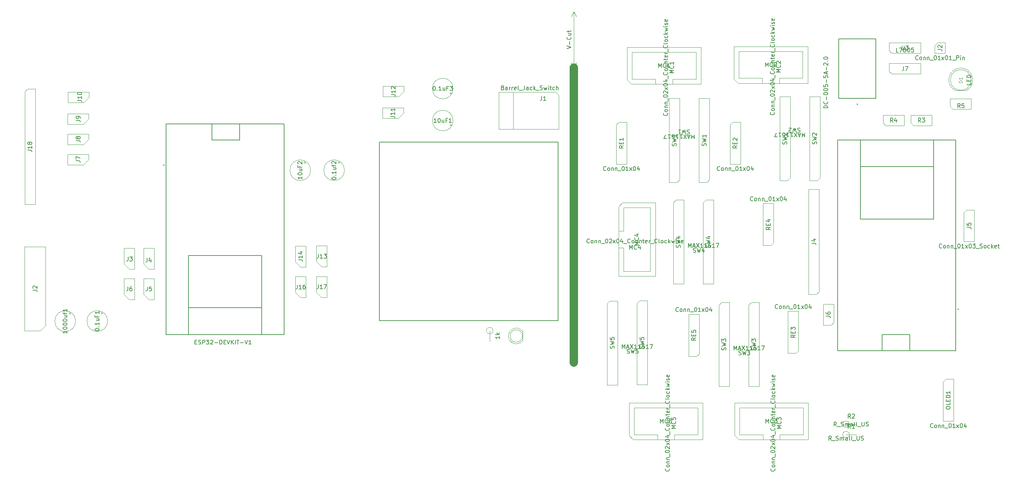
<source format=gbr>
%TF.GenerationSoftware,KiCad,Pcbnew,9.0.3*%
%TF.CreationDate,2026-02-04T18:41:09-06:00*%
%TF.ProjectId,pcblunarroverrfd900x modem,7063626c-756e-4617-9272-6f7665727266,rev?*%
%TF.SameCoordinates,Original*%
%TF.FileFunction,AssemblyDrawing,Top*%
%FSLAX46Y46*%
G04 Gerber Fmt 4.6, Leading zero omitted, Abs format (unit mm)*
G04 Created by KiCad (PCBNEW 9.0.3) date 2026-02-04 18:41:09*
%MOMM*%
%LPD*%
G01*
G04 APERTURE LIST*
%ADD10C,0.150000*%
%ADD11C,0.100000*%
%ADD12C,2.000000*%
%ADD13C,0.120000*%
%ADD14C,0.200000*%
%ADD15C,0.127000*%
G04 APERTURE END LIST*
D10*
X156804819Y-29640475D02*
X157804819Y-29307142D01*
X157804819Y-29307142D02*
X156804819Y-28973809D01*
X157423866Y-28640475D02*
X157423866Y-27878571D01*
X157709580Y-26830952D02*
X157757200Y-26878571D01*
X157757200Y-26878571D02*
X157804819Y-27021428D01*
X157804819Y-27021428D02*
X157804819Y-27116666D01*
X157804819Y-27116666D02*
X157757200Y-27259523D01*
X157757200Y-27259523D02*
X157661961Y-27354761D01*
X157661961Y-27354761D02*
X157566723Y-27402380D01*
X157566723Y-27402380D02*
X157376247Y-27449999D01*
X157376247Y-27449999D02*
X157233390Y-27449999D01*
X157233390Y-27449999D02*
X157042914Y-27402380D01*
X157042914Y-27402380D02*
X156947676Y-27354761D01*
X156947676Y-27354761D02*
X156852438Y-27259523D01*
X156852438Y-27259523D02*
X156804819Y-27116666D01*
X156804819Y-27116666D02*
X156804819Y-27021428D01*
X156804819Y-27021428D02*
X156852438Y-26878571D01*
X156852438Y-26878571D02*
X156900057Y-26830952D01*
X157138152Y-25973809D02*
X157804819Y-25973809D01*
X157138152Y-26402380D02*
X157661961Y-26402380D01*
X157661961Y-26402380D02*
X157757200Y-26354761D01*
X157757200Y-26354761D02*
X157804819Y-26259523D01*
X157804819Y-26259523D02*
X157804819Y-26116666D01*
X157804819Y-26116666D02*
X157757200Y-26021428D01*
X157757200Y-26021428D02*
X157709580Y-25973809D01*
X157138152Y-25640475D02*
X157138152Y-25259523D01*
X156804819Y-25497618D02*
X157661961Y-25497618D01*
X157661961Y-25497618D02*
X157757200Y-25449999D01*
X157757200Y-25449999D02*
X157804819Y-25354761D01*
X157804819Y-25354761D02*
X157804819Y-25259523D01*
D11*
X158500000Y-34200000D02*
X158500000Y-34200000D01*
X158500000Y-20700000D02*
X158500000Y-20700000D01*
X158500000Y-34200000D02*
X158500000Y-20700000D01*
X158500000Y-34200000D02*
X157913579Y-33073496D01*
X158500000Y-34200000D02*
X159086421Y-33073496D01*
X158500000Y-20700000D02*
X159086421Y-21826504D01*
X158500000Y-20700000D02*
X157913579Y-21826504D01*
D12*
X158500000Y-34200000D02*
X158500000Y-105600000D01*
D10*
X251868333Y-43954819D02*
X251535000Y-43478628D01*
X251296905Y-43954819D02*
X251296905Y-42954819D01*
X251296905Y-42954819D02*
X251677857Y-42954819D01*
X251677857Y-42954819D02*
X251773095Y-43002438D01*
X251773095Y-43002438D02*
X251820714Y-43050057D01*
X251820714Y-43050057D02*
X251868333Y-43145295D01*
X251868333Y-43145295D02*
X251868333Y-43288152D01*
X251868333Y-43288152D02*
X251820714Y-43383390D01*
X251820714Y-43383390D02*
X251773095Y-43431009D01*
X251773095Y-43431009D02*
X251677857Y-43478628D01*
X251677857Y-43478628D02*
X251296905Y-43478628D01*
X252773095Y-42954819D02*
X252296905Y-42954819D01*
X252296905Y-42954819D02*
X252249286Y-43431009D01*
X252249286Y-43431009D02*
X252296905Y-43383390D01*
X252296905Y-43383390D02*
X252392143Y-43335771D01*
X252392143Y-43335771D02*
X252630238Y-43335771D01*
X252630238Y-43335771D02*
X252725476Y-43383390D01*
X252725476Y-43383390D02*
X252773095Y-43431009D01*
X252773095Y-43431009D02*
X252820714Y-43526247D01*
X252820714Y-43526247D02*
X252820714Y-43764342D01*
X252820714Y-43764342D02*
X252773095Y-43859580D01*
X252773095Y-43859580D02*
X252725476Y-43907200D01*
X252725476Y-43907200D02*
X252630238Y-43954819D01*
X252630238Y-43954819D02*
X252392143Y-43954819D01*
X252392143Y-43954819D02*
X252296905Y-43907200D01*
X252296905Y-43907200D02*
X252249286Y-43859580D01*
X181039580Y-45243811D02*
X181087200Y-45291430D01*
X181087200Y-45291430D02*
X181134819Y-45434287D01*
X181134819Y-45434287D02*
X181134819Y-45529525D01*
X181134819Y-45529525D02*
X181087200Y-45672382D01*
X181087200Y-45672382D02*
X180991961Y-45767620D01*
X180991961Y-45767620D02*
X180896723Y-45815239D01*
X180896723Y-45815239D02*
X180706247Y-45862858D01*
X180706247Y-45862858D02*
X180563390Y-45862858D01*
X180563390Y-45862858D02*
X180372914Y-45815239D01*
X180372914Y-45815239D02*
X180277676Y-45767620D01*
X180277676Y-45767620D02*
X180182438Y-45672382D01*
X180182438Y-45672382D02*
X180134819Y-45529525D01*
X180134819Y-45529525D02*
X180134819Y-45434287D01*
X180134819Y-45434287D02*
X180182438Y-45291430D01*
X180182438Y-45291430D02*
X180230057Y-45243811D01*
X181134819Y-44672382D02*
X181087200Y-44767620D01*
X181087200Y-44767620D02*
X181039580Y-44815239D01*
X181039580Y-44815239D02*
X180944342Y-44862858D01*
X180944342Y-44862858D02*
X180658628Y-44862858D01*
X180658628Y-44862858D02*
X180563390Y-44815239D01*
X180563390Y-44815239D02*
X180515771Y-44767620D01*
X180515771Y-44767620D02*
X180468152Y-44672382D01*
X180468152Y-44672382D02*
X180468152Y-44529525D01*
X180468152Y-44529525D02*
X180515771Y-44434287D01*
X180515771Y-44434287D02*
X180563390Y-44386668D01*
X180563390Y-44386668D02*
X180658628Y-44339049D01*
X180658628Y-44339049D02*
X180944342Y-44339049D01*
X180944342Y-44339049D02*
X181039580Y-44386668D01*
X181039580Y-44386668D02*
X181087200Y-44434287D01*
X181087200Y-44434287D02*
X181134819Y-44529525D01*
X181134819Y-44529525D02*
X181134819Y-44672382D01*
X180468152Y-43910477D02*
X181134819Y-43910477D01*
X180563390Y-43910477D02*
X180515771Y-43862858D01*
X180515771Y-43862858D02*
X180468152Y-43767620D01*
X180468152Y-43767620D02*
X180468152Y-43624763D01*
X180468152Y-43624763D02*
X180515771Y-43529525D01*
X180515771Y-43529525D02*
X180611009Y-43481906D01*
X180611009Y-43481906D02*
X181134819Y-43481906D01*
X180468152Y-43005715D02*
X181134819Y-43005715D01*
X180563390Y-43005715D02*
X180515771Y-42958096D01*
X180515771Y-42958096D02*
X180468152Y-42862858D01*
X180468152Y-42862858D02*
X180468152Y-42720001D01*
X180468152Y-42720001D02*
X180515771Y-42624763D01*
X180515771Y-42624763D02*
X180611009Y-42577144D01*
X180611009Y-42577144D02*
X181134819Y-42577144D01*
X181230057Y-42339049D02*
X181230057Y-41577144D01*
X180134819Y-41148572D02*
X180134819Y-41053334D01*
X180134819Y-41053334D02*
X180182438Y-40958096D01*
X180182438Y-40958096D02*
X180230057Y-40910477D01*
X180230057Y-40910477D02*
X180325295Y-40862858D01*
X180325295Y-40862858D02*
X180515771Y-40815239D01*
X180515771Y-40815239D02*
X180753866Y-40815239D01*
X180753866Y-40815239D02*
X180944342Y-40862858D01*
X180944342Y-40862858D02*
X181039580Y-40910477D01*
X181039580Y-40910477D02*
X181087200Y-40958096D01*
X181087200Y-40958096D02*
X181134819Y-41053334D01*
X181134819Y-41053334D02*
X181134819Y-41148572D01*
X181134819Y-41148572D02*
X181087200Y-41243810D01*
X181087200Y-41243810D02*
X181039580Y-41291429D01*
X181039580Y-41291429D02*
X180944342Y-41339048D01*
X180944342Y-41339048D02*
X180753866Y-41386667D01*
X180753866Y-41386667D02*
X180515771Y-41386667D01*
X180515771Y-41386667D02*
X180325295Y-41339048D01*
X180325295Y-41339048D02*
X180230057Y-41291429D01*
X180230057Y-41291429D02*
X180182438Y-41243810D01*
X180182438Y-41243810D02*
X180134819Y-41148572D01*
X180230057Y-40434286D02*
X180182438Y-40386667D01*
X180182438Y-40386667D02*
X180134819Y-40291429D01*
X180134819Y-40291429D02*
X180134819Y-40053334D01*
X180134819Y-40053334D02*
X180182438Y-39958096D01*
X180182438Y-39958096D02*
X180230057Y-39910477D01*
X180230057Y-39910477D02*
X180325295Y-39862858D01*
X180325295Y-39862858D02*
X180420533Y-39862858D01*
X180420533Y-39862858D02*
X180563390Y-39910477D01*
X180563390Y-39910477D02*
X181134819Y-40481905D01*
X181134819Y-40481905D02*
X181134819Y-39862858D01*
X181134819Y-39529524D02*
X180468152Y-39005715D01*
X180468152Y-39529524D02*
X181134819Y-39005715D01*
X180134819Y-38434286D02*
X180134819Y-38339048D01*
X180134819Y-38339048D02*
X180182438Y-38243810D01*
X180182438Y-38243810D02*
X180230057Y-38196191D01*
X180230057Y-38196191D02*
X180325295Y-38148572D01*
X180325295Y-38148572D02*
X180515771Y-38100953D01*
X180515771Y-38100953D02*
X180753866Y-38100953D01*
X180753866Y-38100953D02*
X180944342Y-38148572D01*
X180944342Y-38148572D02*
X181039580Y-38196191D01*
X181039580Y-38196191D02*
X181087200Y-38243810D01*
X181087200Y-38243810D02*
X181134819Y-38339048D01*
X181134819Y-38339048D02*
X181134819Y-38434286D01*
X181134819Y-38434286D02*
X181087200Y-38529524D01*
X181087200Y-38529524D02*
X181039580Y-38577143D01*
X181039580Y-38577143D02*
X180944342Y-38624762D01*
X180944342Y-38624762D02*
X180753866Y-38672381D01*
X180753866Y-38672381D02*
X180515771Y-38672381D01*
X180515771Y-38672381D02*
X180325295Y-38624762D01*
X180325295Y-38624762D02*
X180230057Y-38577143D01*
X180230057Y-38577143D02*
X180182438Y-38529524D01*
X180182438Y-38529524D02*
X180134819Y-38434286D01*
X180468152Y-37243810D02*
X181134819Y-37243810D01*
X180087200Y-37481905D02*
X180801485Y-37720000D01*
X180801485Y-37720000D02*
X180801485Y-37100953D01*
X181230057Y-36958096D02*
X181230057Y-36196191D01*
X181039580Y-35386667D02*
X181087200Y-35434286D01*
X181087200Y-35434286D02*
X181134819Y-35577143D01*
X181134819Y-35577143D02*
X181134819Y-35672381D01*
X181134819Y-35672381D02*
X181087200Y-35815238D01*
X181087200Y-35815238D02*
X180991961Y-35910476D01*
X180991961Y-35910476D02*
X180896723Y-35958095D01*
X180896723Y-35958095D02*
X180706247Y-36005714D01*
X180706247Y-36005714D02*
X180563390Y-36005714D01*
X180563390Y-36005714D02*
X180372914Y-35958095D01*
X180372914Y-35958095D02*
X180277676Y-35910476D01*
X180277676Y-35910476D02*
X180182438Y-35815238D01*
X180182438Y-35815238D02*
X180134819Y-35672381D01*
X180134819Y-35672381D02*
X180134819Y-35577143D01*
X180134819Y-35577143D02*
X180182438Y-35434286D01*
X180182438Y-35434286D02*
X180230057Y-35386667D01*
X181134819Y-34815238D02*
X181087200Y-34910476D01*
X181087200Y-34910476D02*
X181039580Y-34958095D01*
X181039580Y-34958095D02*
X180944342Y-35005714D01*
X180944342Y-35005714D02*
X180658628Y-35005714D01*
X180658628Y-35005714D02*
X180563390Y-34958095D01*
X180563390Y-34958095D02*
X180515771Y-34910476D01*
X180515771Y-34910476D02*
X180468152Y-34815238D01*
X180468152Y-34815238D02*
X180468152Y-34672381D01*
X180468152Y-34672381D02*
X180515771Y-34577143D01*
X180515771Y-34577143D02*
X180563390Y-34529524D01*
X180563390Y-34529524D02*
X180658628Y-34481905D01*
X180658628Y-34481905D02*
X180944342Y-34481905D01*
X180944342Y-34481905D02*
X181039580Y-34529524D01*
X181039580Y-34529524D02*
X181087200Y-34577143D01*
X181087200Y-34577143D02*
X181134819Y-34672381D01*
X181134819Y-34672381D02*
X181134819Y-34815238D01*
X180468152Y-33624762D02*
X181134819Y-33624762D01*
X180468152Y-34053333D02*
X180991961Y-34053333D01*
X180991961Y-34053333D02*
X181087200Y-34005714D01*
X181087200Y-34005714D02*
X181134819Y-33910476D01*
X181134819Y-33910476D02*
X181134819Y-33767619D01*
X181134819Y-33767619D02*
X181087200Y-33672381D01*
X181087200Y-33672381D02*
X181039580Y-33624762D01*
X180468152Y-33148571D02*
X181134819Y-33148571D01*
X180563390Y-33148571D02*
X180515771Y-33100952D01*
X180515771Y-33100952D02*
X180468152Y-33005714D01*
X180468152Y-33005714D02*
X180468152Y-32862857D01*
X180468152Y-32862857D02*
X180515771Y-32767619D01*
X180515771Y-32767619D02*
X180611009Y-32720000D01*
X180611009Y-32720000D02*
X181134819Y-32720000D01*
X180468152Y-32386666D02*
X180468152Y-32005714D01*
X180134819Y-32243809D02*
X180991961Y-32243809D01*
X180991961Y-32243809D02*
X181087200Y-32196190D01*
X181087200Y-32196190D02*
X181134819Y-32100952D01*
X181134819Y-32100952D02*
X181134819Y-32005714D01*
X181087200Y-31291428D02*
X181134819Y-31386666D01*
X181134819Y-31386666D02*
X181134819Y-31577142D01*
X181134819Y-31577142D02*
X181087200Y-31672380D01*
X181087200Y-31672380D02*
X180991961Y-31719999D01*
X180991961Y-31719999D02*
X180611009Y-31719999D01*
X180611009Y-31719999D02*
X180515771Y-31672380D01*
X180515771Y-31672380D02*
X180468152Y-31577142D01*
X180468152Y-31577142D02*
X180468152Y-31386666D01*
X180468152Y-31386666D02*
X180515771Y-31291428D01*
X180515771Y-31291428D02*
X180611009Y-31243809D01*
X180611009Y-31243809D02*
X180706247Y-31243809D01*
X180706247Y-31243809D02*
X180801485Y-31719999D01*
X181134819Y-30815237D02*
X180468152Y-30815237D01*
X180658628Y-30815237D02*
X180563390Y-30767618D01*
X180563390Y-30767618D02*
X180515771Y-30719999D01*
X180515771Y-30719999D02*
X180468152Y-30624761D01*
X180468152Y-30624761D02*
X180468152Y-30529523D01*
X181230057Y-30434285D02*
X181230057Y-29672380D01*
X181039580Y-28862856D02*
X181087200Y-28910475D01*
X181087200Y-28910475D02*
X181134819Y-29053332D01*
X181134819Y-29053332D02*
X181134819Y-29148570D01*
X181134819Y-29148570D02*
X181087200Y-29291427D01*
X181087200Y-29291427D02*
X180991961Y-29386665D01*
X180991961Y-29386665D02*
X180896723Y-29434284D01*
X180896723Y-29434284D02*
X180706247Y-29481903D01*
X180706247Y-29481903D02*
X180563390Y-29481903D01*
X180563390Y-29481903D02*
X180372914Y-29434284D01*
X180372914Y-29434284D02*
X180277676Y-29386665D01*
X180277676Y-29386665D02*
X180182438Y-29291427D01*
X180182438Y-29291427D02*
X180134819Y-29148570D01*
X180134819Y-29148570D02*
X180134819Y-29053332D01*
X180134819Y-29053332D02*
X180182438Y-28910475D01*
X180182438Y-28910475D02*
X180230057Y-28862856D01*
X181134819Y-28291427D02*
X181087200Y-28386665D01*
X181087200Y-28386665D02*
X180991961Y-28434284D01*
X180991961Y-28434284D02*
X180134819Y-28434284D01*
X181134819Y-27767617D02*
X181087200Y-27862855D01*
X181087200Y-27862855D02*
X181039580Y-27910474D01*
X181039580Y-27910474D02*
X180944342Y-27958093D01*
X180944342Y-27958093D02*
X180658628Y-27958093D01*
X180658628Y-27958093D02*
X180563390Y-27910474D01*
X180563390Y-27910474D02*
X180515771Y-27862855D01*
X180515771Y-27862855D02*
X180468152Y-27767617D01*
X180468152Y-27767617D02*
X180468152Y-27624760D01*
X180468152Y-27624760D02*
X180515771Y-27529522D01*
X180515771Y-27529522D02*
X180563390Y-27481903D01*
X180563390Y-27481903D02*
X180658628Y-27434284D01*
X180658628Y-27434284D02*
X180944342Y-27434284D01*
X180944342Y-27434284D02*
X181039580Y-27481903D01*
X181039580Y-27481903D02*
X181087200Y-27529522D01*
X181087200Y-27529522D02*
X181134819Y-27624760D01*
X181134819Y-27624760D02*
X181134819Y-27767617D01*
X181087200Y-26577141D02*
X181134819Y-26672379D01*
X181134819Y-26672379D02*
X181134819Y-26862855D01*
X181134819Y-26862855D02*
X181087200Y-26958093D01*
X181087200Y-26958093D02*
X181039580Y-27005712D01*
X181039580Y-27005712D02*
X180944342Y-27053331D01*
X180944342Y-27053331D02*
X180658628Y-27053331D01*
X180658628Y-27053331D02*
X180563390Y-27005712D01*
X180563390Y-27005712D02*
X180515771Y-26958093D01*
X180515771Y-26958093D02*
X180468152Y-26862855D01*
X180468152Y-26862855D02*
X180468152Y-26672379D01*
X180468152Y-26672379D02*
X180515771Y-26577141D01*
X181134819Y-26148569D02*
X180134819Y-26148569D01*
X180753866Y-26053331D02*
X181134819Y-25767617D01*
X180468152Y-25767617D02*
X180849104Y-26148569D01*
X180468152Y-25434283D02*
X181134819Y-25243807D01*
X181134819Y-25243807D02*
X180658628Y-25053331D01*
X180658628Y-25053331D02*
X181134819Y-24862855D01*
X181134819Y-24862855D02*
X180468152Y-24672379D01*
X181134819Y-24291426D02*
X180468152Y-24291426D01*
X180134819Y-24291426D02*
X180182438Y-24339045D01*
X180182438Y-24339045D02*
X180230057Y-24291426D01*
X180230057Y-24291426D02*
X180182438Y-24243807D01*
X180182438Y-24243807D02*
X180134819Y-24291426D01*
X180134819Y-24291426D02*
X180230057Y-24291426D01*
X181087200Y-23862855D02*
X181134819Y-23767617D01*
X181134819Y-23767617D02*
X181134819Y-23577141D01*
X181134819Y-23577141D02*
X181087200Y-23481903D01*
X181087200Y-23481903D02*
X180991961Y-23434284D01*
X180991961Y-23434284D02*
X180944342Y-23434284D01*
X180944342Y-23434284D02*
X180849104Y-23481903D01*
X180849104Y-23481903D02*
X180801485Y-23577141D01*
X180801485Y-23577141D02*
X180801485Y-23719998D01*
X180801485Y-23719998D02*
X180753866Y-23815236D01*
X180753866Y-23815236D02*
X180658628Y-23862855D01*
X180658628Y-23862855D02*
X180611009Y-23862855D01*
X180611009Y-23862855D02*
X180515771Y-23815236D01*
X180515771Y-23815236D02*
X180468152Y-23719998D01*
X180468152Y-23719998D02*
X180468152Y-23577141D01*
X180468152Y-23577141D02*
X180515771Y-23481903D01*
X181087200Y-22624760D02*
X181134819Y-22719998D01*
X181134819Y-22719998D02*
X181134819Y-22910474D01*
X181134819Y-22910474D02*
X181087200Y-23005712D01*
X181087200Y-23005712D02*
X180991961Y-23053331D01*
X180991961Y-23053331D02*
X180611009Y-23053331D01*
X180611009Y-23053331D02*
X180515771Y-23005712D01*
X180515771Y-23005712D02*
X180468152Y-22910474D01*
X180468152Y-22910474D02*
X180468152Y-22719998D01*
X180468152Y-22719998D02*
X180515771Y-22624760D01*
X180515771Y-22624760D02*
X180611009Y-22577141D01*
X180611009Y-22577141D02*
X180706247Y-22577141D01*
X180706247Y-22577141D02*
X180801485Y-23053331D01*
X178960476Y-34224819D02*
X178960476Y-33224819D01*
X178960476Y-33224819D02*
X179293809Y-33939104D01*
X179293809Y-33939104D02*
X179627142Y-33224819D01*
X179627142Y-33224819D02*
X179627142Y-34224819D01*
X180674761Y-34129580D02*
X180627142Y-34177200D01*
X180627142Y-34177200D02*
X180484285Y-34224819D01*
X180484285Y-34224819D02*
X180389047Y-34224819D01*
X180389047Y-34224819D02*
X180246190Y-34177200D01*
X180246190Y-34177200D02*
X180150952Y-34081961D01*
X180150952Y-34081961D02*
X180103333Y-33986723D01*
X180103333Y-33986723D02*
X180055714Y-33796247D01*
X180055714Y-33796247D02*
X180055714Y-33653390D01*
X180055714Y-33653390D02*
X180103333Y-33462914D01*
X180103333Y-33462914D02*
X180150952Y-33367676D01*
X180150952Y-33367676D02*
X180246190Y-33272438D01*
X180246190Y-33272438D02*
X180389047Y-33224819D01*
X180389047Y-33224819D02*
X180484285Y-33224819D01*
X180484285Y-33224819D02*
X180627142Y-33272438D01*
X180627142Y-33272438D02*
X180674761Y-33320057D01*
X181627142Y-34224819D02*
X181055714Y-34224819D01*
X181341428Y-34224819D02*
X181341428Y-33224819D01*
X181341428Y-33224819D02*
X181246190Y-33367676D01*
X181246190Y-33367676D02*
X181150952Y-33462914D01*
X181150952Y-33462914D02*
X181055714Y-33510533D01*
X182634819Y-35529523D02*
X181634819Y-35529523D01*
X181634819Y-35529523D02*
X182349104Y-35196190D01*
X182349104Y-35196190D02*
X181634819Y-34862857D01*
X181634819Y-34862857D02*
X182634819Y-34862857D01*
X182539580Y-33815238D02*
X182587200Y-33862857D01*
X182587200Y-33862857D02*
X182634819Y-34005714D01*
X182634819Y-34005714D02*
X182634819Y-34100952D01*
X182634819Y-34100952D02*
X182587200Y-34243809D01*
X182587200Y-34243809D02*
X182491961Y-34339047D01*
X182491961Y-34339047D02*
X182396723Y-34386666D01*
X182396723Y-34386666D02*
X182206247Y-34434285D01*
X182206247Y-34434285D02*
X182063390Y-34434285D01*
X182063390Y-34434285D02*
X181872914Y-34386666D01*
X181872914Y-34386666D02*
X181777676Y-34339047D01*
X181777676Y-34339047D02*
X181682438Y-34243809D01*
X181682438Y-34243809D02*
X181634819Y-34100952D01*
X181634819Y-34100952D02*
X181634819Y-34005714D01*
X181634819Y-34005714D02*
X181682438Y-33862857D01*
X181682438Y-33862857D02*
X181730057Y-33815238D01*
X182634819Y-32862857D02*
X182634819Y-33434285D01*
X182634819Y-33148571D02*
X181634819Y-33148571D01*
X181634819Y-33148571D02*
X181777676Y-33243809D01*
X181777676Y-33243809D02*
X181872914Y-33339047D01*
X181872914Y-33339047D02*
X181920533Y-33434285D01*
X254454819Y-37867857D02*
X254454819Y-38344047D01*
X254454819Y-38344047D02*
X253454819Y-38344047D01*
X253931009Y-37534523D02*
X253931009Y-37201190D01*
X254454819Y-37058333D02*
X254454819Y-37534523D01*
X254454819Y-37534523D02*
X253454819Y-37534523D01*
X253454819Y-37534523D02*
X253454819Y-37058333D01*
X254454819Y-36629761D02*
X253454819Y-36629761D01*
X253454819Y-36629761D02*
X253454819Y-36391666D01*
X253454819Y-36391666D02*
X253502438Y-36248809D01*
X253502438Y-36248809D02*
X253597676Y-36153571D01*
X253597676Y-36153571D02*
X253692914Y-36105952D01*
X253692914Y-36105952D02*
X253883390Y-36058333D01*
X253883390Y-36058333D02*
X254026247Y-36058333D01*
X254026247Y-36058333D02*
X254216723Y-36105952D01*
X254216723Y-36105952D02*
X254311961Y-36153571D01*
X254311961Y-36153571D02*
X254407200Y-36248809D01*
X254407200Y-36248809D02*
X254454819Y-36391666D01*
X254454819Y-36391666D02*
X254454819Y-36629761D01*
D13*
X252363855Y-37820475D02*
X251563855Y-37820475D01*
X251563855Y-37820475D02*
X251563855Y-37629999D01*
X251563855Y-37629999D02*
X251601950Y-37515713D01*
X251601950Y-37515713D02*
X251678140Y-37439523D01*
X251678140Y-37439523D02*
X251754331Y-37401428D01*
X251754331Y-37401428D02*
X251906712Y-37363332D01*
X251906712Y-37363332D02*
X252020998Y-37363332D01*
X252020998Y-37363332D02*
X252173379Y-37401428D01*
X252173379Y-37401428D02*
X252249569Y-37439523D01*
X252249569Y-37439523D02*
X252325760Y-37515713D01*
X252325760Y-37515713D02*
X252363855Y-37629999D01*
X252363855Y-37629999D02*
X252363855Y-37820475D01*
X252363855Y-36601428D02*
X252363855Y-37058571D01*
X252363855Y-36829999D02*
X251563855Y-36829999D01*
X251563855Y-36829999D02*
X251678140Y-36906190D01*
X251678140Y-36906190D02*
X251754331Y-36982380D01*
X251754331Y-36982380D02*
X251792426Y-37058571D01*
D10*
X170190952Y-102184819D02*
X170190952Y-101184819D01*
X170190952Y-101184819D02*
X170524285Y-101899104D01*
X170524285Y-101899104D02*
X170857618Y-101184819D01*
X170857618Y-101184819D02*
X170857618Y-102184819D01*
X171286190Y-101899104D02*
X171762380Y-101899104D01*
X171190952Y-102184819D02*
X171524285Y-101184819D01*
X171524285Y-101184819D02*
X171857618Y-102184819D01*
X172095714Y-101184819D02*
X172762380Y-102184819D01*
X172762380Y-101184819D02*
X172095714Y-102184819D01*
X173667142Y-102184819D02*
X173095714Y-102184819D01*
X173381428Y-102184819D02*
X173381428Y-101184819D01*
X173381428Y-101184819D02*
X173286190Y-101327676D01*
X173286190Y-101327676D02*
X173190952Y-101422914D01*
X173190952Y-101422914D02*
X173095714Y-101470533D01*
X174619523Y-102184819D02*
X174048095Y-102184819D01*
X174333809Y-102184819D02*
X174333809Y-101184819D01*
X174333809Y-101184819D02*
X174238571Y-101327676D01*
X174238571Y-101327676D02*
X174143333Y-101422914D01*
X174143333Y-101422914D02*
X174048095Y-101470533D01*
X175476666Y-101184819D02*
X175286190Y-101184819D01*
X175286190Y-101184819D02*
X175190952Y-101232438D01*
X175190952Y-101232438D02*
X175143333Y-101280057D01*
X175143333Y-101280057D02*
X175048095Y-101422914D01*
X175048095Y-101422914D02*
X175000476Y-101613390D01*
X175000476Y-101613390D02*
X175000476Y-101994342D01*
X175000476Y-101994342D02*
X175048095Y-102089580D01*
X175048095Y-102089580D02*
X175095714Y-102137200D01*
X175095714Y-102137200D02*
X175190952Y-102184819D01*
X175190952Y-102184819D02*
X175381428Y-102184819D01*
X175381428Y-102184819D02*
X175476666Y-102137200D01*
X175476666Y-102137200D02*
X175524285Y-102089580D01*
X175524285Y-102089580D02*
X175571904Y-101994342D01*
X175571904Y-101994342D02*
X175571904Y-101756247D01*
X175571904Y-101756247D02*
X175524285Y-101661009D01*
X175524285Y-101661009D02*
X175476666Y-101613390D01*
X175476666Y-101613390D02*
X175381428Y-101565771D01*
X175381428Y-101565771D02*
X175190952Y-101565771D01*
X175190952Y-101565771D02*
X175095714Y-101613390D01*
X175095714Y-101613390D02*
X175048095Y-101661009D01*
X175048095Y-101661009D02*
X175000476Y-101756247D01*
X176524285Y-102184819D02*
X175952857Y-102184819D01*
X176238571Y-102184819D02*
X176238571Y-101184819D01*
X176238571Y-101184819D02*
X176143333Y-101327676D01*
X176143333Y-101327676D02*
X176048095Y-101422914D01*
X176048095Y-101422914D02*
X175952857Y-101470533D01*
X176857619Y-101184819D02*
X177524285Y-101184819D01*
X177524285Y-101184819D02*
X177095714Y-102184819D01*
X171356667Y-103297200D02*
X171499524Y-103344819D01*
X171499524Y-103344819D02*
X171737619Y-103344819D01*
X171737619Y-103344819D02*
X171832857Y-103297200D01*
X171832857Y-103297200D02*
X171880476Y-103249580D01*
X171880476Y-103249580D02*
X171928095Y-103154342D01*
X171928095Y-103154342D02*
X171928095Y-103059104D01*
X171928095Y-103059104D02*
X171880476Y-102963866D01*
X171880476Y-102963866D02*
X171832857Y-102916247D01*
X171832857Y-102916247D02*
X171737619Y-102868628D01*
X171737619Y-102868628D02*
X171547143Y-102821009D01*
X171547143Y-102821009D02*
X171451905Y-102773390D01*
X171451905Y-102773390D02*
X171404286Y-102725771D01*
X171404286Y-102725771D02*
X171356667Y-102630533D01*
X171356667Y-102630533D02*
X171356667Y-102535295D01*
X171356667Y-102535295D02*
X171404286Y-102440057D01*
X171404286Y-102440057D02*
X171451905Y-102392438D01*
X171451905Y-102392438D02*
X171547143Y-102344819D01*
X171547143Y-102344819D02*
X171785238Y-102344819D01*
X171785238Y-102344819D02*
X171928095Y-102392438D01*
X172261429Y-102344819D02*
X172499524Y-103344819D01*
X172499524Y-103344819D02*
X172690000Y-102630533D01*
X172690000Y-102630533D02*
X172880476Y-103344819D01*
X172880476Y-103344819D02*
X173118572Y-102344819D01*
X173975714Y-102344819D02*
X173499524Y-102344819D01*
X173499524Y-102344819D02*
X173451905Y-102821009D01*
X173451905Y-102821009D02*
X173499524Y-102773390D01*
X173499524Y-102773390D02*
X173594762Y-102725771D01*
X173594762Y-102725771D02*
X173832857Y-102725771D01*
X173832857Y-102725771D02*
X173928095Y-102773390D01*
X173928095Y-102773390D02*
X173975714Y-102821009D01*
X173975714Y-102821009D02*
X174023333Y-102916247D01*
X174023333Y-102916247D02*
X174023333Y-103154342D01*
X174023333Y-103154342D02*
X173975714Y-103249580D01*
X173975714Y-103249580D02*
X173928095Y-103297200D01*
X173928095Y-103297200D02*
X173832857Y-103344819D01*
X173832857Y-103344819D02*
X173594762Y-103344819D01*
X173594762Y-103344819D02*
X173499524Y-103297200D01*
X173499524Y-103297200D02*
X173451905Y-103249580D01*
X168197200Y-102153332D02*
X168244819Y-102010475D01*
X168244819Y-102010475D02*
X168244819Y-101772380D01*
X168244819Y-101772380D02*
X168197200Y-101677142D01*
X168197200Y-101677142D02*
X168149580Y-101629523D01*
X168149580Y-101629523D02*
X168054342Y-101581904D01*
X168054342Y-101581904D02*
X167959104Y-101581904D01*
X167959104Y-101581904D02*
X167863866Y-101629523D01*
X167863866Y-101629523D02*
X167816247Y-101677142D01*
X167816247Y-101677142D02*
X167768628Y-101772380D01*
X167768628Y-101772380D02*
X167721009Y-101962856D01*
X167721009Y-101962856D02*
X167673390Y-102058094D01*
X167673390Y-102058094D02*
X167625771Y-102105713D01*
X167625771Y-102105713D02*
X167530533Y-102153332D01*
X167530533Y-102153332D02*
X167435295Y-102153332D01*
X167435295Y-102153332D02*
X167340057Y-102105713D01*
X167340057Y-102105713D02*
X167292438Y-102058094D01*
X167292438Y-102058094D02*
X167244819Y-101962856D01*
X167244819Y-101962856D02*
X167244819Y-101724761D01*
X167244819Y-101724761D02*
X167292438Y-101581904D01*
X167244819Y-101248570D02*
X168244819Y-101010475D01*
X168244819Y-101010475D02*
X167530533Y-100819999D01*
X167530533Y-100819999D02*
X168244819Y-100629523D01*
X168244819Y-100629523D02*
X167244819Y-100391428D01*
X167244819Y-99534285D02*
X167244819Y-100010475D01*
X167244819Y-100010475D02*
X167721009Y-100058094D01*
X167721009Y-100058094D02*
X167673390Y-100010475D01*
X167673390Y-100010475D02*
X167625771Y-99915237D01*
X167625771Y-99915237D02*
X167625771Y-99677142D01*
X167625771Y-99677142D02*
X167673390Y-99581904D01*
X167673390Y-99581904D02*
X167721009Y-99534285D01*
X167721009Y-99534285D02*
X167816247Y-99486666D01*
X167816247Y-99486666D02*
X168054342Y-99486666D01*
X168054342Y-99486666D02*
X168149580Y-99534285D01*
X168149580Y-99534285D02*
X168197200Y-99581904D01*
X168197200Y-99581904D02*
X168244819Y-99677142D01*
X168244819Y-99677142D02*
X168244819Y-99915237D01*
X168244819Y-99915237D02*
X168197200Y-100010475D01*
X168197200Y-100010475D02*
X168149580Y-100058094D01*
X175407200Y-102143332D02*
X175454819Y-102000475D01*
X175454819Y-102000475D02*
X175454819Y-101762380D01*
X175454819Y-101762380D02*
X175407200Y-101667142D01*
X175407200Y-101667142D02*
X175359580Y-101619523D01*
X175359580Y-101619523D02*
X175264342Y-101571904D01*
X175264342Y-101571904D02*
X175169104Y-101571904D01*
X175169104Y-101571904D02*
X175073866Y-101619523D01*
X175073866Y-101619523D02*
X175026247Y-101667142D01*
X175026247Y-101667142D02*
X174978628Y-101762380D01*
X174978628Y-101762380D02*
X174931009Y-101952856D01*
X174931009Y-101952856D02*
X174883390Y-102048094D01*
X174883390Y-102048094D02*
X174835771Y-102095713D01*
X174835771Y-102095713D02*
X174740533Y-102143332D01*
X174740533Y-102143332D02*
X174645295Y-102143332D01*
X174645295Y-102143332D02*
X174550057Y-102095713D01*
X174550057Y-102095713D02*
X174502438Y-102048094D01*
X174502438Y-102048094D02*
X174454819Y-101952856D01*
X174454819Y-101952856D02*
X174454819Y-101714761D01*
X174454819Y-101714761D02*
X174502438Y-101571904D01*
X174454819Y-101238570D02*
X175454819Y-101000475D01*
X175454819Y-101000475D02*
X174740533Y-100809999D01*
X174740533Y-100809999D02*
X175454819Y-100619523D01*
X175454819Y-100619523D02*
X174454819Y-100381428D01*
X174454819Y-99524285D02*
X174454819Y-100000475D01*
X174454819Y-100000475D02*
X174931009Y-100048094D01*
X174931009Y-100048094D02*
X174883390Y-100000475D01*
X174883390Y-100000475D02*
X174835771Y-99905237D01*
X174835771Y-99905237D02*
X174835771Y-99667142D01*
X174835771Y-99667142D02*
X174883390Y-99571904D01*
X174883390Y-99571904D02*
X174931009Y-99524285D01*
X174931009Y-99524285D02*
X175026247Y-99476666D01*
X175026247Y-99476666D02*
X175264342Y-99476666D01*
X175264342Y-99476666D02*
X175359580Y-99524285D01*
X175359580Y-99524285D02*
X175407200Y-99571904D01*
X175407200Y-99571904D02*
X175454819Y-99667142D01*
X175454819Y-99667142D02*
X175454819Y-99905237D01*
X175454819Y-99905237D02*
X175407200Y-100000475D01*
X175407200Y-100000475D02*
X175359580Y-100048094D01*
X186190952Y-77764819D02*
X186190952Y-76764819D01*
X186190952Y-76764819D02*
X186524285Y-77479104D01*
X186524285Y-77479104D02*
X186857618Y-76764819D01*
X186857618Y-76764819D02*
X186857618Y-77764819D01*
X187286190Y-77479104D02*
X187762380Y-77479104D01*
X187190952Y-77764819D02*
X187524285Y-76764819D01*
X187524285Y-76764819D02*
X187857618Y-77764819D01*
X188095714Y-76764819D02*
X188762380Y-77764819D01*
X188762380Y-76764819D02*
X188095714Y-77764819D01*
X189667142Y-77764819D02*
X189095714Y-77764819D01*
X189381428Y-77764819D02*
X189381428Y-76764819D01*
X189381428Y-76764819D02*
X189286190Y-76907676D01*
X189286190Y-76907676D02*
X189190952Y-77002914D01*
X189190952Y-77002914D02*
X189095714Y-77050533D01*
X190619523Y-77764819D02*
X190048095Y-77764819D01*
X190333809Y-77764819D02*
X190333809Y-76764819D01*
X190333809Y-76764819D02*
X190238571Y-76907676D01*
X190238571Y-76907676D02*
X190143333Y-77002914D01*
X190143333Y-77002914D02*
X190048095Y-77050533D01*
X191476666Y-76764819D02*
X191286190Y-76764819D01*
X191286190Y-76764819D02*
X191190952Y-76812438D01*
X191190952Y-76812438D02*
X191143333Y-76860057D01*
X191143333Y-76860057D02*
X191048095Y-77002914D01*
X191048095Y-77002914D02*
X191000476Y-77193390D01*
X191000476Y-77193390D02*
X191000476Y-77574342D01*
X191000476Y-77574342D02*
X191048095Y-77669580D01*
X191048095Y-77669580D02*
X191095714Y-77717200D01*
X191095714Y-77717200D02*
X191190952Y-77764819D01*
X191190952Y-77764819D02*
X191381428Y-77764819D01*
X191381428Y-77764819D02*
X191476666Y-77717200D01*
X191476666Y-77717200D02*
X191524285Y-77669580D01*
X191524285Y-77669580D02*
X191571904Y-77574342D01*
X191571904Y-77574342D02*
X191571904Y-77336247D01*
X191571904Y-77336247D02*
X191524285Y-77241009D01*
X191524285Y-77241009D02*
X191476666Y-77193390D01*
X191476666Y-77193390D02*
X191381428Y-77145771D01*
X191381428Y-77145771D02*
X191190952Y-77145771D01*
X191190952Y-77145771D02*
X191095714Y-77193390D01*
X191095714Y-77193390D02*
X191048095Y-77241009D01*
X191048095Y-77241009D02*
X191000476Y-77336247D01*
X192524285Y-77764819D02*
X191952857Y-77764819D01*
X192238571Y-77764819D02*
X192238571Y-76764819D01*
X192238571Y-76764819D02*
X192143333Y-76907676D01*
X192143333Y-76907676D02*
X192048095Y-77002914D01*
X192048095Y-77002914D02*
X191952857Y-77050533D01*
X192857619Y-76764819D02*
X193524285Y-76764819D01*
X193524285Y-76764819D02*
X193095714Y-77764819D01*
X187356667Y-78877200D02*
X187499524Y-78924819D01*
X187499524Y-78924819D02*
X187737619Y-78924819D01*
X187737619Y-78924819D02*
X187832857Y-78877200D01*
X187832857Y-78877200D02*
X187880476Y-78829580D01*
X187880476Y-78829580D02*
X187928095Y-78734342D01*
X187928095Y-78734342D02*
X187928095Y-78639104D01*
X187928095Y-78639104D02*
X187880476Y-78543866D01*
X187880476Y-78543866D02*
X187832857Y-78496247D01*
X187832857Y-78496247D02*
X187737619Y-78448628D01*
X187737619Y-78448628D02*
X187547143Y-78401009D01*
X187547143Y-78401009D02*
X187451905Y-78353390D01*
X187451905Y-78353390D02*
X187404286Y-78305771D01*
X187404286Y-78305771D02*
X187356667Y-78210533D01*
X187356667Y-78210533D02*
X187356667Y-78115295D01*
X187356667Y-78115295D02*
X187404286Y-78020057D01*
X187404286Y-78020057D02*
X187451905Y-77972438D01*
X187451905Y-77972438D02*
X187547143Y-77924819D01*
X187547143Y-77924819D02*
X187785238Y-77924819D01*
X187785238Y-77924819D02*
X187928095Y-77972438D01*
X188261429Y-77924819D02*
X188499524Y-78924819D01*
X188499524Y-78924819D02*
X188690000Y-78210533D01*
X188690000Y-78210533D02*
X188880476Y-78924819D01*
X188880476Y-78924819D02*
X189118572Y-77924819D01*
X189928095Y-78258152D02*
X189928095Y-78924819D01*
X189690000Y-77877200D02*
X189451905Y-78591485D01*
X189451905Y-78591485D02*
X190070952Y-78591485D01*
X184197200Y-77733332D02*
X184244819Y-77590475D01*
X184244819Y-77590475D02*
X184244819Y-77352380D01*
X184244819Y-77352380D02*
X184197200Y-77257142D01*
X184197200Y-77257142D02*
X184149580Y-77209523D01*
X184149580Y-77209523D02*
X184054342Y-77161904D01*
X184054342Y-77161904D02*
X183959104Y-77161904D01*
X183959104Y-77161904D02*
X183863866Y-77209523D01*
X183863866Y-77209523D02*
X183816247Y-77257142D01*
X183816247Y-77257142D02*
X183768628Y-77352380D01*
X183768628Y-77352380D02*
X183721009Y-77542856D01*
X183721009Y-77542856D02*
X183673390Y-77638094D01*
X183673390Y-77638094D02*
X183625771Y-77685713D01*
X183625771Y-77685713D02*
X183530533Y-77733332D01*
X183530533Y-77733332D02*
X183435295Y-77733332D01*
X183435295Y-77733332D02*
X183340057Y-77685713D01*
X183340057Y-77685713D02*
X183292438Y-77638094D01*
X183292438Y-77638094D02*
X183244819Y-77542856D01*
X183244819Y-77542856D02*
X183244819Y-77304761D01*
X183244819Y-77304761D02*
X183292438Y-77161904D01*
X183244819Y-76828570D02*
X184244819Y-76590475D01*
X184244819Y-76590475D02*
X183530533Y-76399999D01*
X183530533Y-76399999D02*
X184244819Y-76209523D01*
X184244819Y-76209523D02*
X183244819Y-75971428D01*
X183578152Y-75161904D02*
X184244819Y-75161904D01*
X183197200Y-75399999D02*
X183911485Y-75638094D01*
X183911485Y-75638094D02*
X183911485Y-75019047D01*
X191407200Y-77723332D02*
X191454819Y-77580475D01*
X191454819Y-77580475D02*
X191454819Y-77342380D01*
X191454819Y-77342380D02*
X191407200Y-77247142D01*
X191407200Y-77247142D02*
X191359580Y-77199523D01*
X191359580Y-77199523D02*
X191264342Y-77151904D01*
X191264342Y-77151904D02*
X191169104Y-77151904D01*
X191169104Y-77151904D02*
X191073866Y-77199523D01*
X191073866Y-77199523D02*
X191026247Y-77247142D01*
X191026247Y-77247142D02*
X190978628Y-77342380D01*
X190978628Y-77342380D02*
X190931009Y-77532856D01*
X190931009Y-77532856D02*
X190883390Y-77628094D01*
X190883390Y-77628094D02*
X190835771Y-77675713D01*
X190835771Y-77675713D02*
X190740533Y-77723332D01*
X190740533Y-77723332D02*
X190645295Y-77723332D01*
X190645295Y-77723332D02*
X190550057Y-77675713D01*
X190550057Y-77675713D02*
X190502438Y-77628094D01*
X190502438Y-77628094D02*
X190454819Y-77532856D01*
X190454819Y-77532856D02*
X190454819Y-77294761D01*
X190454819Y-77294761D02*
X190502438Y-77151904D01*
X190454819Y-76818570D02*
X191454819Y-76580475D01*
X191454819Y-76580475D02*
X190740533Y-76389999D01*
X190740533Y-76389999D02*
X191454819Y-76199523D01*
X191454819Y-76199523D02*
X190454819Y-75961428D01*
X190788152Y-75151904D02*
X191454819Y-75151904D01*
X190407200Y-75389999D02*
X191121485Y-75628094D01*
X191121485Y-75628094D02*
X191121485Y-75009047D01*
X193761904Y-59049580D02*
X193714285Y-59097200D01*
X193714285Y-59097200D02*
X193571428Y-59144819D01*
X193571428Y-59144819D02*
X193476190Y-59144819D01*
X193476190Y-59144819D02*
X193333333Y-59097200D01*
X193333333Y-59097200D02*
X193238095Y-59001961D01*
X193238095Y-59001961D02*
X193190476Y-58906723D01*
X193190476Y-58906723D02*
X193142857Y-58716247D01*
X193142857Y-58716247D02*
X193142857Y-58573390D01*
X193142857Y-58573390D02*
X193190476Y-58382914D01*
X193190476Y-58382914D02*
X193238095Y-58287676D01*
X193238095Y-58287676D02*
X193333333Y-58192438D01*
X193333333Y-58192438D02*
X193476190Y-58144819D01*
X193476190Y-58144819D02*
X193571428Y-58144819D01*
X193571428Y-58144819D02*
X193714285Y-58192438D01*
X193714285Y-58192438D02*
X193761904Y-58240057D01*
X194333333Y-59144819D02*
X194238095Y-59097200D01*
X194238095Y-59097200D02*
X194190476Y-59049580D01*
X194190476Y-59049580D02*
X194142857Y-58954342D01*
X194142857Y-58954342D02*
X194142857Y-58668628D01*
X194142857Y-58668628D02*
X194190476Y-58573390D01*
X194190476Y-58573390D02*
X194238095Y-58525771D01*
X194238095Y-58525771D02*
X194333333Y-58478152D01*
X194333333Y-58478152D02*
X194476190Y-58478152D01*
X194476190Y-58478152D02*
X194571428Y-58525771D01*
X194571428Y-58525771D02*
X194619047Y-58573390D01*
X194619047Y-58573390D02*
X194666666Y-58668628D01*
X194666666Y-58668628D02*
X194666666Y-58954342D01*
X194666666Y-58954342D02*
X194619047Y-59049580D01*
X194619047Y-59049580D02*
X194571428Y-59097200D01*
X194571428Y-59097200D02*
X194476190Y-59144819D01*
X194476190Y-59144819D02*
X194333333Y-59144819D01*
X195095238Y-58478152D02*
X195095238Y-59144819D01*
X195095238Y-58573390D02*
X195142857Y-58525771D01*
X195142857Y-58525771D02*
X195238095Y-58478152D01*
X195238095Y-58478152D02*
X195380952Y-58478152D01*
X195380952Y-58478152D02*
X195476190Y-58525771D01*
X195476190Y-58525771D02*
X195523809Y-58621009D01*
X195523809Y-58621009D02*
X195523809Y-59144819D01*
X196000000Y-58478152D02*
X196000000Y-59144819D01*
X196000000Y-58573390D02*
X196047619Y-58525771D01*
X196047619Y-58525771D02*
X196142857Y-58478152D01*
X196142857Y-58478152D02*
X196285714Y-58478152D01*
X196285714Y-58478152D02*
X196380952Y-58525771D01*
X196380952Y-58525771D02*
X196428571Y-58621009D01*
X196428571Y-58621009D02*
X196428571Y-59144819D01*
X196666667Y-59240057D02*
X197428571Y-59240057D01*
X197857143Y-58144819D02*
X197952381Y-58144819D01*
X197952381Y-58144819D02*
X198047619Y-58192438D01*
X198047619Y-58192438D02*
X198095238Y-58240057D01*
X198095238Y-58240057D02*
X198142857Y-58335295D01*
X198142857Y-58335295D02*
X198190476Y-58525771D01*
X198190476Y-58525771D02*
X198190476Y-58763866D01*
X198190476Y-58763866D02*
X198142857Y-58954342D01*
X198142857Y-58954342D02*
X198095238Y-59049580D01*
X198095238Y-59049580D02*
X198047619Y-59097200D01*
X198047619Y-59097200D02*
X197952381Y-59144819D01*
X197952381Y-59144819D02*
X197857143Y-59144819D01*
X197857143Y-59144819D02*
X197761905Y-59097200D01*
X197761905Y-59097200D02*
X197714286Y-59049580D01*
X197714286Y-59049580D02*
X197666667Y-58954342D01*
X197666667Y-58954342D02*
X197619048Y-58763866D01*
X197619048Y-58763866D02*
X197619048Y-58525771D01*
X197619048Y-58525771D02*
X197666667Y-58335295D01*
X197666667Y-58335295D02*
X197714286Y-58240057D01*
X197714286Y-58240057D02*
X197761905Y-58192438D01*
X197761905Y-58192438D02*
X197857143Y-58144819D01*
X199142857Y-59144819D02*
X198571429Y-59144819D01*
X198857143Y-59144819D02*
X198857143Y-58144819D01*
X198857143Y-58144819D02*
X198761905Y-58287676D01*
X198761905Y-58287676D02*
X198666667Y-58382914D01*
X198666667Y-58382914D02*
X198571429Y-58430533D01*
X199476191Y-59144819D02*
X200000000Y-58478152D01*
X199476191Y-58478152D02*
X200000000Y-59144819D01*
X200571429Y-58144819D02*
X200666667Y-58144819D01*
X200666667Y-58144819D02*
X200761905Y-58192438D01*
X200761905Y-58192438D02*
X200809524Y-58240057D01*
X200809524Y-58240057D02*
X200857143Y-58335295D01*
X200857143Y-58335295D02*
X200904762Y-58525771D01*
X200904762Y-58525771D02*
X200904762Y-58763866D01*
X200904762Y-58763866D02*
X200857143Y-58954342D01*
X200857143Y-58954342D02*
X200809524Y-59049580D01*
X200809524Y-59049580D02*
X200761905Y-59097200D01*
X200761905Y-59097200D02*
X200666667Y-59144819D01*
X200666667Y-59144819D02*
X200571429Y-59144819D01*
X200571429Y-59144819D02*
X200476191Y-59097200D01*
X200476191Y-59097200D02*
X200428572Y-59049580D01*
X200428572Y-59049580D02*
X200380953Y-58954342D01*
X200380953Y-58954342D02*
X200333334Y-58763866D01*
X200333334Y-58763866D02*
X200333334Y-58525771D01*
X200333334Y-58525771D02*
X200380953Y-58335295D01*
X200380953Y-58335295D02*
X200428572Y-58240057D01*
X200428572Y-58240057D02*
X200476191Y-58192438D01*
X200476191Y-58192438D02*
X200571429Y-58144819D01*
X201761905Y-58478152D02*
X201761905Y-59144819D01*
X201523810Y-58097200D02*
X201285715Y-58811485D01*
X201285715Y-58811485D02*
X201904762Y-58811485D01*
X197954819Y-53119047D02*
X197478628Y-53452380D01*
X197954819Y-53690475D02*
X196954819Y-53690475D01*
X196954819Y-53690475D02*
X196954819Y-53309523D01*
X196954819Y-53309523D02*
X197002438Y-53214285D01*
X197002438Y-53214285D02*
X197050057Y-53166666D01*
X197050057Y-53166666D02*
X197145295Y-53119047D01*
X197145295Y-53119047D02*
X197288152Y-53119047D01*
X197288152Y-53119047D02*
X197383390Y-53166666D01*
X197383390Y-53166666D02*
X197431009Y-53214285D01*
X197431009Y-53214285D02*
X197478628Y-53309523D01*
X197478628Y-53309523D02*
X197478628Y-53690475D01*
X197431009Y-52690475D02*
X197431009Y-52357142D01*
X197954819Y-52214285D02*
X197954819Y-52690475D01*
X197954819Y-52690475D02*
X196954819Y-52690475D01*
X196954819Y-52690475D02*
X196954819Y-52214285D01*
X197050057Y-51833332D02*
X197002438Y-51785713D01*
X197002438Y-51785713D02*
X196954819Y-51690475D01*
X196954819Y-51690475D02*
X196954819Y-51452380D01*
X196954819Y-51452380D02*
X197002438Y-51357142D01*
X197002438Y-51357142D02*
X197050057Y-51309523D01*
X197050057Y-51309523D02*
X197145295Y-51261904D01*
X197145295Y-51261904D02*
X197240533Y-51261904D01*
X197240533Y-51261904D02*
X197383390Y-51309523D01*
X197383390Y-51309523D02*
X197954819Y-51880951D01*
X197954819Y-51880951D02*
X197954819Y-51261904D01*
X162256188Y-76579580D02*
X162208569Y-76627200D01*
X162208569Y-76627200D02*
X162065712Y-76674819D01*
X162065712Y-76674819D02*
X161970474Y-76674819D01*
X161970474Y-76674819D02*
X161827617Y-76627200D01*
X161827617Y-76627200D02*
X161732379Y-76531961D01*
X161732379Y-76531961D02*
X161684760Y-76436723D01*
X161684760Y-76436723D02*
X161637141Y-76246247D01*
X161637141Y-76246247D02*
X161637141Y-76103390D01*
X161637141Y-76103390D02*
X161684760Y-75912914D01*
X161684760Y-75912914D02*
X161732379Y-75817676D01*
X161732379Y-75817676D02*
X161827617Y-75722438D01*
X161827617Y-75722438D02*
X161970474Y-75674819D01*
X161970474Y-75674819D02*
X162065712Y-75674819D01*
X162065712Y-75674819D02*
X162208569Y-75722438D01*
X162208569Y-75722438D02*
X162256188Y-75770057D01*
X162827617Y-76674819D02*
X162732379Y-76627200D01*
X162732379Y-76627200D02*
X162684760Y-76579580D01*
X162684760Y-76579580D02*
X162637141Y-76484342D01*
X162637141Y-76484342D02*
X162637141Y-76198628D01*
X162637141Y-76198628D02*
X162684760Y-76103390D01*
X162684760Y-76103390D02*
X162732379Y-76055771D01*
X162732379Y-76055771D02*
X162827617Y-76008152D01*
X162827617Y-76008152D02*
X162970474Y-76008152D01*
X162970474Y-76008152D02*
X163065712Y-76055771D01*
X163065712Y-76055771D02*
X163113331Y-76103390D01*
X163113331Y-76103390D02*
X163160950Y-76198628D01*
X163160950Y-76198628D02*
X163160950Y-76484342D01*
X163160950Y-76484342D02*
X163113331Y-76579580D01*
X163113331Y-76579580D02*
X163065712Y-76627200D01*
X163065712Y-76627200D02*
X162970474Y-76674819D01*
X162970474Y-76674819D02*
X162827617Y-76674819D01*
X163589522Y-76008152D02*
X163589522Y-76674819D01*
X163589522Y-76103390D02*
X163637141Y-76055771D01*
X163637141Y-76055771D02*
X163732379Y-76008152D01*
X163732379Y-76008152D02*
X163875236Y-76008152D01*
X163875236Y-76008152D02*
X163970474Y-76055771D01*
X163970474Y-76055771D02*
X164018093Y-76151009D01*
X164018093Y-76151009D02*
X164018093Y-76674819D01*
X164494284Y-76008152D02*
X164494284Y-76674819D01*
X164494284Y-76103390D02*
X164541903Y-76055771D01*
X164541903Y-76055771D02*
X164637141Y-76008152D01*
X164637141Y-76008152D02*
X164779998Y-76008152D01*
X164779998Y-76008152D02*
X164875236Y-76055771D01*
X164875236Y-76055771D02*
X164922855Y-76151009D01*
X164922855Y-76151009D02*
X164922855Y-76674819D01*
X165160951Y-76770057D02*
X165922855Y-76770057D01*
X166351427Y-75674819D02*
X166446665Y-75674819D01*
X166446665Y-75674819D02*
X166541903Y-75722438D01*
X166541903Y-75722438D02*
X166589522Y-75770057D01*
X166589522Y-75770057D02*
X166637141Y-75865295D01*
X166637141Y-75865295D02*
X166684760Y-76055771D01*
X166684760Y-76055771D02*
X166684760Y-76293866D01*
X166684760Y-76293866D02*
X166637141Y-76484342D01*
X166637141Y-76484342D02*
X166589522Y-76579580D01*
X166589522Y-76579580D02*
X166541903Y-76627200D01*
X166541903Y-76627200D02*
X166446665Y-76674819D01*
X166446665Y-76674819D02*
X166351427Y-76674819D01*
X166351427Y-76674819D02*
X166256189Y-76627200D01*
X166256189Y-76627200D02*
X166208570Y-76579580D01*
X166208570Y-76579580D02*
X166160951Y-76484342D01*
X166160951Y-76484342D02*
X166113332Y-76293866D01*
X166113332Y-76293866D02*
X166113332Y-76055771D01*
X166113332Y-76055771D02*
X166160951Y-75865295D01*
X166160951Y-75865295D02*
X166208570Y-75770057D01*
X166208570Y-75770057D02*
X166256189Y-75722438D01*
X166256189Y-75722438D02*
X166351427Y-75674819D01*
X167065713Y-75770057D02*
X167113332Y-75722438D01*
X167113332Y-75722438D02*
X167208570Y-75674819D01*
X167208570Y-75674819D02*
X167446665Y-75674819D01*
X167446665Y-75674819D02*
X167541903Y-75722438D01*
X167541903Y-75722438D02*
X167589522Y-75770057D01*
X167589522Y-75770057D02*
X167637141Y-75865295D01*
X167637141Y-75865295D02*
X167637141Y-75960533D01*
X167637141Y-75960533D02*
X167589522Y-76103390D01*
X167589522Y-76103390D02*
X167018094Y-76674819D01*
X167018094Y-76674819D02*
X167637141Y-76674819D01*
X167970475Y-76674819D02*
X168494284Y-76008152D01*
X167970475Y-76008152D02*
X168494284Y-76674819D01*
X169065713Y-75674819D02*
X169160951Y-75674819D01*
X169160951Y-75674819D02*
X169256189Y-75722438D01*
X169256189Y-75722438D02*
X169303808Y-75770057D01*
X169303808Y-75770057D02*
X169351427Y-75865295D01*
X169351427Y-75865295D02*
X169399046Y-76055771D01*
X169399046Y-76055771D02*
X169399046Y-76293866D01*
X169399046Y-76293866D02*
X169351427Y-76484342D01*
X169351427Y-76484342D02*
X169303808Y-76579580D01*
X169303808Y-76579580D02*
X169256189Y-76627200D01*
X169256189Y-76627200D02*
X169160951Y-76674819D01*
X169160951Y-76674819D02*
X169065713Y-76674819D01*
X169065713Y-76674819D02*
X168970475Y-76627200D01*
X168970475Y-76627200D02*
X168922856Y-76579580D01*
X168922856Y-76579580D02*
X168875237Y-76484342D01*
X168875237Y-76484342D02*
X168827618Y-76293866D01*
X168827618Y-76293866D02*
X168827618Y-76055771D01*
X168827618Y-76055771D02*
X168875237Y-75865295D01*
X168875237Y-75865295D02*
X168922856Y-75770057D01*
X168922856Y-75770057D02*
X168970475Y-75722438D01*
X168970475Y-75722438D02*
X169065713Y-75674819D01*
X170256189Y-76008152D02*
X170256189Y-76674819D01*
X170018094Y-75627200D02*
X169779999Y-76341485D01*
X169779999Y-76341485D02*
X170399046Y-76341485D01*
X170541904Y-76770057D02*
X171303808Y-76770057D01*
X172113332Y-76579580D02*
X172065713Y-76627200D01*
X172065713Y-76627200D02*
X171922856Y-76674819D01*
X171922856Y-76674819D02*
X171827618Y-76674819D01*
X171827618Y-76674819D02*
X171684761Y-76627200D01*
X171684761Y-76627200D02*
X171589523Y-76531961D01*
X171589523Y-76531961D02*
X171541904Y-76436723D01*
X171541904Y-76436723D02*
X171494285Y-76246247D01*
X171494285Y-76246247D02*
X171494285Y-76103390D01*
X171494285Y-76103390D02*
X171541904Y-75912914D01*
X171541904Y-75912914D02*
X171589523Y-75817676D01*
X171589523Y-75817676D02*
X171684761Y-75722438D01*
X171684761Y-75722438D02*
X171827618Y-75674819D01*
X171827618Y-75674819D02*
X171922856Y-75674819D01*
X171922856Y-75674819D02*
X172065713Y-75722438D01*
X172065713Y-75722438D02*
X172113332Y-75770057D01*
X172684761Y-76674819D02*
X172589523Y-76627200D01*
X172589523Y-76627200D02*
X172541904Y-76579580D01*
X172541904Y-76579580D02*
X172494285Y-76484342D01*
X172494285Y-76484342D02*
X172494285Y-76198628D01*
X172494285Y-76198628D02*
X172541904Y-76103390D01*
X172541904Y-76103390D02*
X172589523Y-76055771D01*
X172589523Y-76055771D02*
X172684761Y-76008152D01*
X172684761Y-76008152D02*
X172827618Y-76008152D01*
X172827618Y-76008152D02*
X172922856Y-76055771D01*
X172922856Y-76055771D02*
X172970475Y-76103390D01*
X172970475Y-76103390D02*
X173018094Y-76198628D01*
X173018094Y-76198628D02*
X173018094Y-76484342D01*
X173018094Y-76484342D02*
X172970475Y-76579580D01*
X172970475Y-76579580D02*
X172922856Y-76627200D01*
X172922856Y-76627200D02*
X172827618Y-76674819D01*
X172827618Y-76674819D02*
X172684761Y-76674819D01*
X173875237Y-76008152D02*
X173875237Y-76674819D01*
X173446666Y-76008152D02*
X173446666Y-76531961D01*
X173446666Y-76531961D02*
X173494285Y-76627200D01*
X173494285Y-76627200D02*
X173589523Y-76674819D01*
X173589523Y-76674819D02*
X173732380Y-76674819D01*
X173732380Y-76674819D02*
X173827618Y-76627200D01*
X173827618Y-76627200D02*
X173875237Y-76579580D01*
X174351428Y-76008152D02*
X174351428Y-76674819D01*
X174351428Y-76103390D02*
X174399047Y-76055771D01*
X174399047Y-76055771D02*
X174494285Y-76008152D01*
X174494285Y-76008152D02*
X174637142Y-76008152D01*
X174637142Y-76008152D02*
X174732380Y-76055771D01*
X174732380Y-76055771D02*
X174779999Y-76151009D01*
X174779999Y-76151009D02*
X174779999Y-76674819D01*
X175113333Y-76008152D02*
X175494285Y-76008152D01*
X175256190Y-75674819D02*
X175256190Y-76531961D01*
X175256190Y-76531961D02*
X175303809Y-76627200D01*
X175303809Y-76627200D02*
X175399047Y-76674819D01*
X175399047Y-76674819D02*
X175494285Y-76674819D01*
X176208571Y-76627200D02*
X176113333Y-76674819D01*
X176113333Y-76674819D02*
X175922857Y-76674819D01*
X175922857Y-76674819D02*
X175827619Y-76627200D01*
X175827619Y-76627200D02*
X175780000Y-76531961D01*
X175780000Y-76531961D02*
X175780000Y-76151009D01*
X175780000Y-76151009D02*
X175827619Y-76055771D01*
X175827619Y-76055771D02*
X175922857Y-76008152D01*
X175922857Y-76008152D02*
X176113333Y-76008152D01*
X176113333Y-76008152D02*
X176208571Y-76055771D01*
X176208571Y-76055771D02*
X176256190Y-76151009D01*
X176256190Y-76151009D02*
X176256190Y-76246247D01*
X176256190Y-76246247D02*
X175780000Y-76341485D01*
X176684762Y-76674819D02*
X176684762Y-76008152D01*
X176684762Y-76198628D02*
X176732381Y-76103390D01*
X176732381Y-76103390D02*
X176780000Y-76055771D01*
X176780000Y-76055771D02*
X176875238Y-76008152D01*
X176875238Y-76008152D02*
X176970476Y-76008152D01*
X177065715Y-76770057D02*
X177827619Y-76770057D01*
X178637143Y-76579580D02*
X178589524Y-76627200D01*
X178589524Y-76627200D02*
X178446667Y-76674819D01*
X178446667Y-76674819D02*
X178351429Y-76674819D01*
X178351429Y-76674819D02*
X178208572Y-76627200D01*
X178208572Y-76627200D02*
X178113334Y-76531961D01*
X178113334Y-76531961D02*
X178065715Y-76436723D01*
X178065715Y-76436723D02*
X178018096Y-76246247D01*
X178018096Y-76246247D02*
X178018096Y-76103390D01*
X178018096Y-76103390D02*
X178065715Y-75912914D01*
X178065715Y-75912914D02*
X178113334Y-75817676D01*
X178113334Y-75817676D02*
X178208572Y-75722438D01*
X178208572Y-75722438D02*
X178351429Y-75674819D01*
X178351429Y-75674819D02*
X178446667Y-75674819D01*
X178446667Y-75674819D02*
X178589524Y-75722438D01*
X178589524Y-75722438D02*
X178637143Y-75770057D01*
X179208572Y-76674819D02*
X179113334Y-76627200D01*
X179113334Y-76627200D02*
X179065715Y-76531961D01*
X179065715Y-76531961D02*
X179065715Y-75674819D01*
X179732382Y-76674819D02*
X179637144Y-76627200D01*
X179637144Y-76627200D02*
X179589525Y-76579580D01*
X179589525Y-76579580D02*
X179541906Y-76484342D01*
X179541906Y-76484342D02*
X179541906Y-76198628D01*
X179541906Y-76198628D02*
X179589525Y-76103390D01*
X179589525Y-76103390D02*
X179637144Y-76055771D01*
X179637144Y-76055771D02*
X179732382Y-76008152D01*
X179732382Y-76008152D02*
X179875239Y-76008152D01*
X179875239Y-76008152D02*
X179970477Y-76055771D01*
X179970477Y-76055771D02*
X180018096Y-76103390D01*
X180018096Y-76103390D02*
X180065715Y-76198628D01*
X180065715Y-76198628D02*
X180065715Y-76484342D01*
X180065715Y-76484342D02*
X180018096Y-76579580D01*
X180018096Y-76579580D02*
X179970477Y-76627200D01*
X179970477Y-76627200D02*
X179875239Y-76674819D01*
X179875239Y-76674819D02*
X179732382Y-76674819D01*
X180922858Y-76627200D02*
X180827620Y-76674819D01*
X180827620Y-76674819D02*
X180637144Y-76674819D01*
X180637144Y-76674819D02*
X180541906Y-76627200D01*
X180541906Y-76627200D02*
X180494287Y-76579580D01*
X180494287Y-76579580D02*
X180446668Y-76484342D01*
X180446668Y-76484342D02*
X180446668Y-76198628D01*
X180446668Y-76198628D02*
X180494287Y-76103390D01*
X180494287Y-76103390D02*
X180541906Y-76055771D01*
X180541906Y-76055771D02*
X180637144Y-76008152D01*
X180637144Y-76008152D02*
X180827620Y-76008152D01*
X180827620Y-76008152D02*
X180922858Y-76055771D01*
X181351430Y-76674819D02*
X181351430Y-75674819D01*
X181446668Y-76293866D02*
X181732382Y-76674819D01*
X181732382Y-76008152D02*
X181351430Y-76389104D01*
X182065716Y-76008152D02*
X182256192Y-76674819D01*
X182256192Y-76674819D02*
X182446668Y-76198628D01*
X182446668Y-76198628D02*
X182637144Y-76674819D01*
X182637144Y-76674819D02*
X182827620Y-76008152D01*
X183208573Y-76674819D02*
X183208573Y-76008152D01*
X183208573Y-75674819D02*
X183160954Y-75722438D01*
X183160954Y-75722438D02*
X183208573Y-75770057D01*
X183208573Y-75770057D02*
X183256192Y-75722438D01*
X183256192Y-75722438D02*
X183208573Y-75674819D01*
X183208573Y-75674819D02*
X183208573Y-75770057D01*
X183637144Y-76627200D02*
X183732382Y-76674819D01*
X183732382Y-76674819D02*
X183922858Y-76674819D01*
X183922858Y-76674819D02*
X184018096Y-76627200D01*
X184018096Y-76627200D02*
X184065715Y-76531961D01*
X184065715Y-76531961D02*
X184065715Y-76484342D01*
X184065715Y-76484342D02*
X184018096Y-76389104D01*
X184018096Y-76389104D02*
X183922858Y-76341485D01*
X183922858Y-76341485D02*
X183780001Y-76341485D01*
X183780001Y-76341485D02*
X183684763Y-76293866D01*
X183684763Y-76293866D02*
X183637144Y-76198628D01*
X183637144Y-76198628D02*
X183637144Y-76151009D01*
X183637144Y-76151009D02*
X183684763Y-76055771D01*
X183684763Y-76055771D02*
X183780001Y-76008152D01*
X183780001Y-76008152D02*
X183922858Y-76008152D01*
X183922858Y-76008152D02*
X184018096Y-76055771D01*
X184875239Y-76627200D02*
X184780001Y-76674819D01*
X184780001Y-76674819D02*
X184589525Y-76674819D01*
X184589525Y-76674819D02*
X184494287Y-76627200D01*
X184494287Y-76627200D02*
X184446668Y-76531961D01*
X184446668Y-76531961D02*
X184446668Y-76151009D01*
X184446668Y-76151009D02*
X184494287Y-76055771D01*
X184494287Y-76055771D02*
X184589525Y-76008152D01*
X184589525Y-76008152D02*
X184780001Y-76008152D01*
X184780001Y-76008152D02*
X184875239Y-76055771D01*
X184875239Y-76055771D02*
X184922858Y-76151009D01*
X184922858Y-76151009D02*
X184922858Y-76246247D01*
X184922858Y-76246247D02*
X184446668Y-76341485D01*
X171970476Y-78174819D02*
X171970476Y-77174819D01*
X171970476Y-77174819D02*
X172303809Y-77889104D01*
X172303809Y-77889104D02*
X172637142Y-77174819D01*
X172637142Y-77174819D02*
X172637142Y-78174819D01*
X173684761Y-78079580D02*
X173637142Y-78127200D01*
X173637142Y-78127200D02*
X173494285Y-78174819D01*
X173494285Y-78174819D02*
X173399047Y-78174819D01*
X173399047Y-78174819D02*
X173256190Y-78127200D01*
X173256190Y-78127200D02*
X173160952Y-78031961D01*
X173160952Y-78031961D02*
X173113333Y-77936723D01*
X173113333Y-77936723D02*
X173065714Y-77746247D01*
X173065714Y-77746247D02*
X173065714Y-77603390D01*
X173065714Y-77603390D02*
X173113333Y-77412914D01*
X173113333Y-77412914D02*
X173160952Y-77317676D01*
X173160952Y-77317676D02*
X173256190Y-77222438D01*
X173256190Y-77222438D02*
X173399047Y-77174819D01*
X173399047Y-77174819D02*
X173494285Y-77174819D01*
X173494285Y-77174819D02*
X173637142Y-77222438D01*
X173637142Y-77222438D02*
X173684761Y-77270057D01*
X174541904Y-77508152D02*
X174541904Y-78174819D01*
X174303809Y-77127200D02*
X174065714Y-77841485D01*
X174065714Y-77841485D02*
X174684761Y-77841485D01*
X174184819Y-77119523D02*
X173184819Y-77119523D01*
X173184819Y-77119523D02*
X173899104Y-76786190D01*
X173899104Y-76786190D02*
X173184819Y-76452857D01*
X173184819Y-76452857D02*
X174184819Y-76452857D01*
X174089580Y-75405238D02*
X174137200Y-75452857D01*
X174137200Y-75452857D02*
X174184819Y-75595714D01*
X174184819Y-75595714D02*
X174184819Y-75690952D01*
X174184819Y-75690952D02*
X174137200Y-75833809D01*
X174137200Y-75833809D02*
X174041961Y-75929047D01*
X174041961Y-75929047D02*
X173946723Y-75976666D01*
X173946723Y-75976666D02*
X173756247Y-76024285D01*
X173756247Y-76024285D02*
X173613390Y-76024285D01*
X173613390Y-76024285D02*
X173422914Y-75976666D01*
X173422914Y-75976666D02*
X173327676Y-75929047D01*
X173327676Y-75929047D02*
X173232438Y-75833809D01*
X173232438Y-75833809D02*
X173184819Y-75690952D01*
X173184819Y-75690952D02*
X173184819Y-75595714D01*
X173184819Y-75595714D02*
X173232438Y-75452857D01*
X173232438Y-75452857D02*
X173280057Y-75405238D01*
X173518152Y-74548095D02*
X174184819Y-74548095D01*
X173137200Y-74786190D02*
X173851485Y-75024285D01*
X173851485Y-75024285D02*
X173851485Y-74405238D01*
X220708570Y-124374819D02*
X220375237Y-123898628D01*
X220137142Y-124374819D02*
X220137142Y-123374819D01*
X220137142Y-123374819D02*
X220518094Y-123374819D01*
X220518094Y-123374819D02*
X220613332Y-123422438D01*
X220613332Y-123422438D02*
X220660951Y-123470057D01*
X220660951Y-123470057D02*
X220708570Y-123565295D01*
X220708570Y-123565295D02*
X220708570Y-123708152D01*
X220708570Y-123708152D02*
X220660951Y-123803390D01*
X220660951Y-123803390D02*
X220613332Y-123851009D01*
X220613332Y-123851009D02*
X220518094Y-123898628D01*
X220518094Y-123898628D02*
X220137142Y-123898628D01*
X220899047Y-124470057D02*
X221660951Y-124470057D01*
X221851428Y-124327200D02*
X221994285Y-124374819D01*
X221994285Y-124374819D02*
X222232380Y-124374819D01*
X222232380Y-124374819D02*
X222327618Y-124327200D01*
X222327618Y-124327200D02*
X222375237Y-124279580D01*
X222375237Y-124279580D02*
X222422856Y-124184342D01*
X222422856Y-124184342D02*
X222422856Y-124089104D01*
X222422856Y-124089104D02*
X222375237Y-123993866D01*
X222375237Y-123993866D02*
X222327618Y-123946247D01*
X222327618Y-123946247D02*
X222232380Y-123898628D01*
X222232380Y-123898628D02*
X222041904Y-123851009D01*
X222041904Y-123851009D02*
X221946666Y-123803390D01*
X221946666Y-123803390D02*
X221899047Y-123755771D01*
X221899047Y-123755771D02*
X221851428Y-123660533D01*
X221851428Y-123660533D02*
X221851428Y-123565295D01*
X221851428Y-123565295D02*
X221899047Y-123470057D01*
X221899047Y-123470057D02*
X221946666Y-123422438D01*
X221946666Y-123422438D02*
X222041904Y-123374819D01*
X222041904Y-123374819D02*
X222279999Y-123374819D01*
X222279999Y-123374819D02*
X222422856Y-123422438D01*
X222851428Y-124374819D02*
X222851428Y-123708152D01*
X222851428Y-123803390D02*
X222899047Y-123755771D01*
X222899047Y-123755771D02*
X222994285Y-123708152D01*
X222994285Y-123708152D02*
X223137142Y-123708152D01*
X223137142Y-123708152D02*
X223232380Y-123755771D01*
X223232380Y-123755771D02*
X223279999Y-123851009D01*
X223279999Y-123851009D02*
X223279999Y-124374819D01*
X223279999Y-123851009D02*
X223327618Y-123755771D01*
X223327618Y-123755771D02*
X223422856Y-123708152D01*
X223422856Y-123708152D02*
X223565713Y-123708152D01*
X223565713Y-123708152D02*
X223660952Y-123755771D01*
X223660952Y-123755771D02*
X223708571Y-123851009D01*
X223708571Y-123851009D02*
X223708571Y-124374819D01*
X224613332Y-124374819D02*
X224613332Y-123851009D01*
X224613332Y-123851009D02*
X224565713Y-123755771D01*
X224565713Y-123755771D02*
X224470475Y-123708152D01*
X224470475Y-123708152D02*
X224279999Y-123708152D01*
X224279999Y-123708152D02*
X224184761Y-123755771D01*
X224613332Y-124327200D02*
X224518094Y-124374819D01*
X224518094Y-124374819D02*
X224279999Y-124374819D01*
X224279999Y-124374819D02*
X224184761Y-124327200D01*
X224184761Y-124327200D02*
X224137142Y-124231961D01*
X224137142Y-124231961D02*
X224137142Y-124136723D01*
X224137142Y-124136723D02*
X224184761Y-124041485D01*
X224184761Y-124041485D02*
X224279999Y-123993866D01*
X224279999Y-123993866D02*
X224518094Y-123993866D01*
X224518094Y-123993866D02*
X224613332Y-123946247D01*
X225232380Y-124374819D02*
X225137142Y-124327200D01*
X225137142Y-124327200D02*
X225089523Y-124231961D01*
X225089523Y-124231961D02*
X225089523Y-123374819D01*
X225756190Y-124374819D02*
X225660952Y-124327200D01*
X225660952Y-124327200D02*
X225613333Y-124231961D01*
X225613333Y-124231961D02*
X225613333Y-123374819D01*
X225899048Y-124470057D02*
X226660952Y-124470057D01*
X226899048Y-123374819D02*
X226899048Y-124184342D01*
X226899048Y-124184342D02*
X226946667Y-124279580D01*
X226946667Y-124279580D02*
X226994286Y-124327200D01*
X226994286Y-124327200D02*
X227089524Y-124374819D01*
X227089524Y-124374819D02*
X227280000Y-124374819D01*
X227280000Y-124374819D02*
X227375238Y-124327200D01*
X227375238Y-124327200D02*
X227422857Y-124279580D01*
X227422857Y-124279580D02*
X227470476Y-124184342D01*
X227470476Y-124184342D02*
X227470476Y-123374819D01*
X227899048Y-124327200D02*
X228041905Y-124374819D01*
X228041905Y-124374819D02*
X228280000Y-124374819D01*
X228280000Y-124374819D02*
X228375238Y-124327200D01*
X228375238Y-124327200D02*
X228422857Y-124279580D01*
X228422857Y-124279580D02*
X228470476Y-124184342D01*
X228470476Y-124184342D02*
X228470476Y-124089104D01*
X228470476Y-124089104D02*
X228422857Y-123993866D01*
X228422857Y-123993866D02*
X228375238Y-123946247D01*
X228375238Y-123946247D02*
X228280000Y-123898628D01*
X228280000Y-123898628D02*
X228089524Y-123851009D01*
X228089524Y-123851009D02*
X227994286Y-123803390D01*
X227994286Y-123803390D02*
X227946667Y-123755771D01*
X227946667Y-123755771D02*
X227899048Y-123660533D01*
X227899048Y-123660533D02*
X227899048Y-123565295D01*
X227899048Y-123565295D02*
X227946667Y-123470057D01*
X227946667Y-123470057D02*
X227994286Y-123422438D01*
X227994286Y-123422438D02*
X228089524Y-123374819D01*
X228089524Y-123374819D02*
X228327619Y-123374819D01*
X228327619Y-123374819D02*
X228470476Y-123422438D01*
X225383333Y-121534819D02*
X225050000Y-121058628D01*
X224811905Y-121534819D02*
X224811905Y-120534819D01*
X224811905Y-120534819D02*
X225192857Y-120534819D01*
X225192857Y-120534819D02*
X225288095Y-120582438D01*
X225288095Y-120582438D02*
X225335714Y-120630057D01*
X225335714Y-120630057D02*
X225383333Y-120725295D01*
X225383333Y-120725295D02*
X225383333Y-120868152D01*
X225383333Y-120868152D02*
X225335714Y-120963390D01*
X225335714Y-120963390D02*
X225288095Y-121011009D01*
X225288095Y-121011009D02*
X225192857Y-121058628D01*
X225192857Y-121058628D02*
X224811905Y-121058628D01*
X226335714Y-121534819D02*
X225764286Y-121534819D01*
X226050000Y-121534819D02*
X226050000Y-120534819D01*
X226050000Y-120534819D02*
X225954762Y-120677676D01*
X225954762Y-120677676D02*
X225859524Y-120772914D01*
X225859524Y-120772914D02*
X225764286Y-120820533D01*
X242328333Y-47454819D02*
X241995000Y-46978628D01*
X241756905Y-47454819D02*
X241756905Y-46454819D01*
X241756905Y-46454819D02*
X242137857Y-46454819D01*
X242137857Y-46454819D02*
X242233095Y-46502438D01*
X242233095Y-46502438D02*
X242280714Y-46550057D01*
X242280714Y-46550057D02*
X242328333Y-46645295D01*
X242328333Y-46645295D02*
X242328333Y-46788152D01*
X242328333Y-46788152D02*
X242280714Y-46883390D01*
X242280714Y-46883390D02*
X242233095Y-46931009D01*
X242233095Y-46931009D02*
X242137857Y-46978628D01*
X242137857Y-46978628D02*
X241756905Y-46978628D01*
X242661667Y-46454819D02*
X243280714Y-46454819D01*
X243280714Y-46454819D02*
X242947381Y-46835771D01*
X242947381Y-46835771D02*
X243090238Y-46835771D01*
X243090238Y-46835771D02*
X243185476Y-46883390D01*
X243185476Y-46883390D02*
X243233095Y-46931009D01*
X243233095Y-46931009D02*
X243280714Y-47026247D01*
X243280714Y-47026247D02*
X243280714Y-47264342D01*
X243280714Y-47264342D02*
X243233095Y-47359580D01*
X243233095Y-47359580D02*
X243185476Y-47407200D01*
X243185476Y-47407200D02*
X243090238Y-47454819D01*
X243090238Y-47454819D02*
X242804524Y-47454819D01*
X242804524Y-47454819D02*
X242709286Y-47407200D01*
X242709286Y-47407200D02*
X242661667Y-47359580D01*
X241690475Y-32239580D02*
X241642856Y-32287200D01*
X241642856Y-32287200D02*
X241499999Y-32334819D01*
X241499999Y-32334819D02*
X241404761Y-32334819D01*
X241404761Y-32334819D02*
X241261904Y-32287200D01*
X241261904Y-32287200D02*
X241166666Y-32191961D01*
X241166666Y-32191961D02*
X241119047Y-32096723D01*
X241119047Y-32096723D02*
X241071428Y-31906247D01*
X241071428Y-31906247D02*
X241071428Y-31763390D01*
X241071428Y-31763390D02*
X241119047Y-31572914D01*
X241119047Y-31572914D02*
X241166666Y-31477676D01*
X241166666Y-31477676D02*
X241261904Y-31382438D01*
X241261904Y-31382438D02*
X241404761Y-31334819D01*
X241404761Y-31334819D02*
X241499999Y-31334819D01*
X241499999Y-31334819D02*
X241642856Y-31382438D01*
X241642856Y-31382438D02*
X241690475Y-31430057D01*
X242261904Y-32334819D02*
X242166666Y-32287200D01*
X242166666Y-32287200D02*
X242119047Y-32239580D01*
X242119047Y-32239580D02*
X242071428Y-32144342D01*
X242071428Y-32144342D02*
X242071428Y-31858628D01*
X242071428Y-31858628D02*
X242119047Y-31763390D01*
X242119047Y-31763390D02*
X242166666Y-31715771D01*
X242166666Y-31715771D02*
X242261904Y-31668152D01*
X242261904Y-31668152D02*
X242404761Y-31668152D01*
X242404761Y-31668152D02*
X242499999Y-31715771D01*
X242499999Y-31715771D02*
X242547618Y-31763390D01*
X242547618Y-31763390D02*
X242595237Y-31858628D01*
X242595237Y-31858628D02*
X242595237Y-32144342D01*
X242595237Y-32144342D02*
X242547618Y-32239580D01*
X242547618Y-32239580D02*
X242499999Y-32287200D01*
X242499999Y-32287200D02*
X242404761Y-32334819D01*
X242404761Y-32334819D02*
X242261904Y-32334819D01*
X243023809Y-31668152D02*
X243023809Y-32334819D01*
X243023809Y-31763390D02*
X243071428Y-31715771D01*
X243071428Y-31715771D02*
X243166666Y-31668152D01*
X243166666Y-31668152D02*
X243309523Y-31668152D01*
X243309523Y-31668152D02*
X243404761Y-31715771D01*
X243404761Y-31715771D02*
X243452380Y-31811009D01*
X243452380Y-31811009D02*
X243452380Y-32334819D01*
X243928571Y-31668152D02*
X243928571Y-32334819D01*
X243928571Y-31763390D02*
X243976190Y-31715771D01*
X243976190Y-31715771D02*
X244071428Y-31668152D01*
X244071428Y-31668152D02*
X244214285Y-31668152D01*
X244214285Y-31668152D02*
X244309523Y-31715771D01*
X244309523Y-31715771D02*
X244357142Y-31811009D01*
X244357142Y-31811009D02*
X244357142Y-32334819D01*
X244595238Y-32430057D02*
X245357142Y-32430057D01*
X245785714Y-31334819D02*
X245880952Y-31334819D01*
X245880952Y-31334819D02*
X245976190Y-31382438D01*
X245976190Y-31382438D02*
X246023809Y-31430057D01*
X246023809Y-31430057D02*
X246071428Y-31525295D01*
X246071428Y-31525295D02*
X246119047Y-31715771D01*
X246119047Y-31715771D02*
X246119047Y-31953866D01*
X246119047Y-31953866D02*
X246071428Y-32144342D01*
X246071428Y-32144342D02*
X246023809Y-32239580D01*
X246023809Y-32239580D02*
X245976190Y-32287200D01*
X245976190Y-32287200D02*
X245880952Y-32334819D01*
X245880952Y-32334819D02*
X245785714Y-32334819D01*
X245785714Y-32334819D02*
X245690476Y-32287200D01*
X245690476Y-32287200D02*
X245642857Y-32239580D01*
X245642857Y-32239580D02*
X245595238Y-32144342D01*
X245595238Y-32144342D02*
X245547619Y-31953866D01*
X245547619Y-31953866D02*
X245547619Y-31715771D01*
X245547619Y-31715771D02*
X245595238Y-31525295D01*
X245595238Y-31525295D02*
X245642857Y-31430057D01*
X245642857Y-31430057D02*
X245690476Y-31382438D01*
X245690476Y-31382438D02*
X245785714Y-31334819D01*
X247071428Y-32334819D02*
X246500000Y-32334819D01*
X246785714Y-32334819D02*
X246785714Y-31334819D01*
X246785714Y-31334819D02*
X246690476Y-31477676D01*
X246690476Y-31477676D02*
X246595238Y-31572914D01*
X246595238Y-31572914D02*
X246500000Y-31620533D01*
X247404762Y-32334819D02*
X247928571Y-31668152D01*
X247404762Y-31668152D02*
X247928571Y-32334819D01*
X248500000Y-31334819D02*
X248595238Y-31334819D01*
X248595238Y-31334819D02*
X248690476Y-31382438D01*
X248690476Y-31382438D02*
X248738095Y-31430057D01*
X248738095Y-31430057D02*
X248785714Y-31525295D01*
X248785714Y-31525295D02*
X248833333Y-31715771D01*
X248833333Y-31715771D02*
X248833333Y-31953866D01*
X248833333Y-31953866D02*
X248785714Y-32144342D01*
X248785714Y-32144342D02*
X248738095Y-32239580D01*
X248738095Y-32239580D02*
X248690476Y-32287200D01*
X248690476Y-32287200D02*
X248595238Y-32334819D01*
X248595238Y-32334819D02*
X248500000Y-32334819D01*
X248500000Y-32334819D02*
X248404762Y-32287200D01*
X248404762Y-32287200D02*
X248357143Y-32239580D01*
X248357143Y-32239580D02*
X248309524Y-32144342D01*
X248309524Y-32144342D02*
X248261905Y-31953866D01*
X248261905Y-31953866D02*
X248261905Y-31715771D01*
X248261905Y-31715771D02*
X248309524Y-31525295D01*
X248309524Y-31525295D02*
X248357143Y-31430057D01*
X248357143Y-31430057D02*
X248404762Y-31382438D01*
X248404762Y-31382438D02*
X248500000Y-31334819D01*
X249785714Y-32334819D02*
X249214286Y-32334819D01*
X249500000Y-32334819D02*
X249500000Y-31334819D01*
X249500000Y-31334819D02*
X249404762Y-31477676D01*
X249404762Y-31477676D02*
X249309524Y-31572914D01*
X249309524Y-31572914D02*
X249214286Y-31620533D01*
X249976191Y-32430057D02*
X250738095Y-32430057D01*
X250976191Y-32334819D02*
X250976191Y-31334819D01*
X250976191Y-31334819D02*
X251357143Y-31334819D01*
X251357143Y-31334819D02*
X251452381Y-31382438D01*
X251452381Y-31382438D02*
X251500000Y-31430057D01*
X251500000Y-31430057D02*
X251547619Y-31525295D01*
X251547619Y-31525295D02*
X251547619Y-31668152D01*
X251547619Y-31668152D02*
X251500000Y-31763390D01*
X251500000Y-31763390D02*
X251452381Y-31811009D01*
X251452381Y-31811009D02*
X251357143Y-31858628D01*
X251357143Y-31858628D02*
X250976191Y-31858628D01*
X251976191Y-32334819D02*
X251976191Y-31668152D01*
X251976191Y-31334819D02*
X251928572Y-31382438D01*
X251928572Y-31382438D02*
X251976191Y-31430057D01*
X251976191Y-31430057D02*
X252023810Y-31382438D01*
X252023810Y-31382438D02*
X251976191Y-31334819D01*
X251976191Y-31334819D02*
X251976191Y-31430057D01*
X252452381Y-31668152D02*
X252452381Y-32334819D01*
X252452381Y-31763390D02*
X252500000Y-31715771D01*
X252500000Y-31715771D02*
X252595238Y-31668152D01*
X252595238Y-31668152D02*
X252738095Y-31668152D01*
X252738095Y-31668152D02*
X252833333Y-31715771D01*
X252833333Y-31715771D02*
X252880952Y-31811009D01*
X252880952Y-31811009D02*
X252880952Y-32334819D01*
X246454819Y-29833333D02*
X247169104Y-29833333D01*
X247169104Y-29833333D02*
X247311961Y-29880952D01*
X247311961Y-29880952D02*
X247407200Y-29976190D01*
X247407200Y-29976190D02*
X247454819Y-30119047D01*
X247454819Y-30119047D02*
X247454819Y-30214285D01*
X246550057Y-29404761D02*
X246502438Y-29357142D01*
X246502438Y-29357142D02*
X246454819Y-29261904D01*
X246454819Y-29261904D02*
X246454819Y-29023809D01*
X246454819Y-29023809D02*
X246502438Y-28928571D01*
X246502438Y-28928571D02*
X246550057Y-28880952D01*
X246550057Y-28880952D02*
X246645295Y-28833333D01*
X246645295Y-28833333D02*
X246740533Y-28833333D01*
X246740533Y-28833333D02*
X246883390Y-28880952D01*
X246883390Y-28880952D02*
X247454819Y-29452380D01*
X247454819Y-29452380D02*
X247454819Y-28833333D01*
X206859580Y-45023811D02*
X206907200Y-45071430D01*
X206907200Y-45071430D02*
X206954819Y-45214287D01*
X206954819Y-45214287D02*
X206954819Y-45309525D01*
X206954819Y-45309525D02*
X206907200Y-45452382D01*
X206907200Y-45452382D02*
X206811961Y-45547620D01*
X206811961Y-45547620D02*
X206716723Y-45595239D01*
X206716723Y-45595239D02*
X206526247Y-45642858D01*
X206526247Y-45642858D02*
X206383390Y-45642858D01*
X206383390Y-45642858D02*
X206192914Y-45595239D01*
X206192914Y-45595239D02*
X206097676Y-45547620D01*
X206097676Y-45547620D02*
X206002438Y-45452382D01*
X206002438Y-45452382D02*
X205954819Y-45309525D01*
X205954819Y-45309525D02*
X205954819Y-45214287D01*
X205954819Y-45214287D02*
X206002438Y-45071430D01*
X206002438Y-45071430D02*
X206050057Y-45023811D01*
X206954819Y-44452382D02*
X206907200Y-44547620D01*
X206907200Y-44547620D02*
X206859580Y-44595239D01*
X206859580Y-44595239D02*
X206764342Y-44642858D01*
X206764342Y-44642858D02*
X206478628Y-44642858D01*
X206478628Y-44642858D02*
X206383390Y-44595239D01*
X206383390Y-44595239D02*
X206335771Y-44547620D01*
X206335771Y-44547620D02*
X206288152Y-44452382D01*
X206288152Y-44452382D02*
X206288152Y-44309525D01*
X206288152Y-44309525D02*
X206335771Y-44214287D01*
X206335771Y-44214287D02*
X206383390Y-44166668D01*
X206383390Y-44166668D02*
X206478628Y-44119049D01*
X206478628Y-44119049D02*
X206764342Y-44119049D01*
X206764342Y-44119049D02*
X206859580Y-44166668D01*
X206859580Y-44166668D02*
X206907200Y-44214287D01*
X206907200Y-44214287D02*
X206954819Y-44309525D01*
X206954819Y-44309525D02*
X206954819Y-44452382D01*
X206288152Y-43690477D02*
X206954819Y-43690477D01*
X206383390Y-43690477D02*
X206335771Y-43642858D01*
X206335771Y-43642858D02*
X206288152Y-43547620D01*
X206288152Y-43547620D02*
X206288152Y-43404763D01*
X206288152Y-43404763D02*
X206335771Y-43309525D01*
X206335771Y-43309525D02*
X206431009Y-43261906D01*
X206431009Y-43261906D02*
X206954819Y-43261906D01*
X206288152Y-42785715D02*
X206954819Y-42785715D01*
X206383390Y-42785715D02*
X206335771Y-42738096D01*
X206335771Y-42738096D02*
X206288152Y-42642858D01*
X206288152Y-42642858D02*
X206288152Y-42500001D01*
X206288152Y-42500001D02*
X206335771Y-42404763D01*
X206335771Y-42404763D02*
X206431009Y-42357144D01*
X206431009Y-42357144D02*
X206954819Y-42357144D01*
X207050057Y-42119049D02*
X207050057Y-41357144D01*
X205954819Y-40928572D02*
X205954819Y-40833334D01*
X205954819Y-40833334D02*
X206002438Y-40738096D01*
X206002438Y-40738096D02*
X206050057Y-40690477D01*
X206050057Y-40690477D02*
X206145295Y-40642858D01*
X206145295Y-40642858D02*
X206335771Y-40595239D01*
X206335771Y-40595239D02*
X206573866Y-40595239D01*
X206573866Y-40595239D02*
X206764342Y-40642858D01*
X206764342Y-40642858D02*
X206859580Y-40690477D01*
X206859580Y-40690477D02*
X206907200Y-40738096D01*
X206907200Y-40738096D02*
X206954819Y-40833334D01*
X206954819Y-40833334D02*
X206954819Y-40928572D01*
X206954819Y-40928572D02*
X206907200Y-41023810D01*
X206907200Y-41023810D02*
X206859580Y-41071429D01*
X206859580Y-41071429D02*
X206764342Y-41119048D01*
X206764342Y-41119048D02*
X206573866Y-41166667D01*
X206573866Y-41166667D02*
X206335771Y-41166667D01*
X206335771Y-41166667D02*
X206145295Y-41119048D01*
X206145295Y-41119048D02*
X206050057Y-41071429D01*
X206050057Y-41071429D02*
X206002438Y-41023810D01*
X206002438Y-41023810D02*
X205954819Y-40928572D01*
X206050057Y-40214286D02*
X206002438Y-40166667D01*
X206002438Y-40166667D02*
X205954819Y-40071429D01*
X205954819Y-40071429D02*
X205954819Y-39833334D01*
X205954819Y-39833334D02*
X206002438Y-39738096D01*
X206002438Y-39738096D02*
X206050057Y-39690477D01*
X206050057Y-39690477D02*
X206145295Y-39642858D01*
X206145295Y-39642858D02*
X206240533Y-39642858D01*
X206240533Y-39642858D02*
X206383390Y-39690477D01*
X206383390Y-39690477D02*
X206954819Y-40261905D01*
X206954819Y-40261905D02*
X206954819Y-39642858D01*
X206954819Y-39309524D02*
X206288152Y-38785715D01*
X206288152Y-39309524D02*
X206954819Y-38785715D01*
X205954819Y-38214286D02*
X205954819Y-38119048D01*
X205954819Y-38119048D02*
X206002438Y-38023810D01*
X206002438Y-38023810D02*
X206050057Y-37976191D01*
X206050057Y-37976191D02*
X206145295Y-37928572D01*
X206145295Y-37928572D02*
X206335771Y-37880953D01*
X206335771Y-37880953D02*
X206573866Y-37880953D01*
X206573866Y-37880953D02*
X206764342Y-37928572D01*
X206764342Y-37928572D02*
X206859580Y-37976191D01*
X206859580Y-37976191D02*
X206907200Y-38023810D01*
X206907200Y-38023810D02*
X206954819Y-38119048D01*
X206954819Y-38119048D02*
X206954819Y-38214286D01*
X206954819Y-38214286D02*
X206907200Y-38309524D01*
X206907200Y-38309524D02*
X206859580Y-38357143D01*
X206859580Y-38357143D02*
X206764342Y-38404762D01*
X206764342Y-38404762D02*
X206573866Y-38452381D01*
X206573866Y-38452381D02*
X206335771Y-38452381D01*
X206335771Y-38452381D02*
X206145295Y-38404762D01*
X206145295Y-38404762D02*
X206050057Y-38357143D01*
X206050057Y-38357143D02*
X206002438Y-38309524D01*
X206002438Y-38309524D02*
X205954819Y-38214286D01*
X206288152Y-37023810D02*
X206954819Y-37023810D01*
X205907200Y-37261905D02*
X206621485Y-37500000D01*
X206621485Y-37500000D02*
X206621485Y-36880953D01*
X207050057Y-36738096D02*
X207050057Y-35976191D01*
X206859580Y-35166667D02*
X206907200Y-35214286D01*
X206907200Y-35214286D02*
X206954819Y-35357143D01*
X206954819Y-35357143D02*
X206954819Y-35452381D01*
X206954819Y-35452381D02*
X206907200Y-35595238D01*
X206907200Y-35595238D02*
X206811961Y-35690476D01*
X206811961Y-35690476D02*
X206716723Y-35738095D01*
X206716723Y-35738095D02*
X206526247Y-35785714D01*
X206526247Y-35785714D02*
X206383390Y-35785714D01*
X206383390Y-35785714D02*
X206192914Y-35738095D01*
X206192914Y-35738095D02*
X206097676Y-35690476D01*
X206097676Y-35690476D02*
X206002438Y-35595238D01*
X206002438Y-35595238D02*
X205954819Y-35452381D01*
X205954819Y-35452381D02*
X205954819Y-35357143D01*
X205954819Y-35357143D02*
X206002438Y-35214286D01*
X206002438Y-35214286D02*
X206050057Y-35166667D01*
X206954819Y-34595238D02*
X206907200Y-34690476D01*
X206907200Y-34690476D02*
X206859580Y-34738095D01*
X206859580Y-34738095D02*
X206764342Y-34785714D01*
X206764342Y-34785714D02*
X206478628Y-34785714D01*
X206478628Y-34785714D02*
X206383390Y-34738095D01*
X206383390Y-34738095D02*
X206335771Y-34690476D01*
X206335771Y-34690476D02*
X206288152Y-34595238D01*
X206288152Y-34595238D02*
X206288152Y-34452381D01*
X206288152Y-34452381D02*
X206335771Y-34357143D01*
X206335771Y-34357143D02*
X206383390Y-34309524D01*
X206383390Y-34309524D02*
X206478628Y-34261905D01*
X206478628Y-34261905D02*
X206764342Y-34261905D01*
X206764342Y-34261905D02*
X206859580Y-34309524D01*
X206859580Y-34309524D02*
X206907200Y-34357143D01*
X206907200Y-34357143D02*
X206954819Y-34452381D01*
X206954819Y-34452381D02*
X206954819Y-34595238D01*
X206288152Y-33404762D02*
X206954819Y-33404762D01*
X206288152Y-33833333D02*
X206811961Y-33833333D01*
X206811961Y-33833333D02*
X206907200Y-33785714D01*
X206907200Y-33785714D02*
X206954819Y-33690476D01*
X206954819Y-33690476D02*
X206954819Y-33547619D01*
X206954819Y-33547619D02*
X206907200Y-33452381D01*
X206907200Y-33452381D02*
X206859580Y-33404762D01*
X206288152Y-32928571D02*
X206954819Y-32928571D01*
X206383390Y-32928571D02*
X206335771Y-32880952D01*
X206335771Y-32880952D02*
X206288152Y-32785714D01*
X206288152Y-32785714D02*
X206288152Y-32642857D01*
X206288152Y-32642857D02*
X206335771Y-32547619D01*
X206335771Y-32547619D02*
X206431009Y-32500000D01*
X206431009Y-32500000D02*
X206954819Y-32500000D01*
X206288152Y-32166666D02*
X206288152Y-31785714D01*
X205954819Y-32023809D02*
X206811961Y-32023809D01*
X206811961Y-32023809D02*
X206907200Y-31976190D01*
X206907200Y-31976190D02*
X206954819Y-31880952D01*
X206954819Y-31880952D02*
X206954819Y-31785714D01*
X206907200Y-31071428D02*
X206954819Y-31166666D01*
X206954819Y-31166666D02*
X206954819Y-31357142D01*
X206954819Y-31357142D02*
X206907200Y-31452380D01*
X206907200Y-31452380D02*
X206811961Y-31499999D01*
X206811961Y-31499999D02*
X206431009Y-31499999D01*
X206431009Y-31499999D02*
X206335771Y-31452380D01*
X206335771Y-31452380D02*
X206288152Y-31357142D01*
X206288152Y-31357142D02*
X206288152Y-31166666D01*
X206288152Y-31166666D02*
X206335771Y-31071428D01*
X206335771Y-31071428D02*
X206431009Y-31023809D01*
X206431009Y-31023809D02*
X206526247Y-31023809D01*
X206526247Y-31023809D02*
X206621485Y-31499999D01*
X206954819Y-30595237D02*
X206288152Y-30595237D01*
X206478628Y-30595237D02*
X206383390Y-30547618D01*
X206383390Y-30547618D02*
X206335771Y-30499999D01*
X206335771Y-30499999D02*
X206288152Y-30404761D01*
X206288152Y-30404761D02*
X206288152Y-30309523D01*
X207050057Y-30214285D02*
X207050057Y-29452380D01*
X206859580Y-28642856D02*
X206907200Y-28690475D01*
X206907200Y-28690475D02*
X206954819Y-28833332D01*
X206954819Y-28833332D02*
X206954819Y-28928570D01*
X206954819Y-28928570D02*
X206907200Y-29071427D01*
X206907200Y-29071427D02*
X206811961Y-29166665D01*
X206811961Y-29166665D02*
X206716723Y-29214284D01*
X206716723Y-29214284D02*
X206526247Y-29261903D01*
X206526247Y-29261903D02*
X206383390Y-29261903D01*
X206383390Y-29261903D02*
X206192914Y-29214284D01*
X206192914Y-29214284D02*
X206097676Y-29166665D01*
X206097676Y-29166665D02*
X206002438Y-29071427D01*
X206002438Y-29071427D02*
X205954819Y-28928570D01*
X205954819Y-28928570D02*
X205954819Y-28833332D01*
X205954819Y-28833332D02*
X206002438Y-28690475D01*
X206002438Y-28690475D02*
X206050057Y-28642856D01*
X206954819Y-28071427D02*
X206907200Y-28166665D01*
X206907200Y-28166665D02*
X206811961Y-28214284D01*
X206811961Y-28214284D02*
X205954819Y-28214284D01*
X206954819Y-27547617D02*
X206907200Y-27642855D01*
X206907200Y-27642855D02*
X206859580Y-27690474D01*
X206859580Y-27690474D02*
X206764342Y-27738093D01*
X206764342Y-27738093D02*
X206478628Y-27738093D01*
X206478628Y-27738093D02*
X206383390Y-27690474D01*
X206383390Y-27690474D02*
X206335771Y-27642855D01*
X206335771Y-27642855D02*
X206288152Y-27547617D01*
X206288152Y-27547617D02*
X206288152Y-27404760D01*
X206288152Y-27404760D02*
X206335771Y-27309522D01*
X206335771Y-27309522D02*
X206383390Y-27261903D01*
X206383390Y-27261903D02*
X206478628Y-27214284D01*
X206478628Y-27214284D02*
X206764342Y-27214284D01*
X206764342Y-27214284D02*
X206859580Y-27261903D01*
X206859580Y-27261903D02*
X206907200Y-27309522D01*
X206907200Y-27309522D02*
X206954819Y-27404760D01*
X206954819Y-27404760D02*
X206954819Y-27547617D01*
X206907200Y-26357141D02*
X206954819Y-26452379D01*
X206954819Y-26452379D02*
X206954819Y-26642855D01*
X206954819Y-26642855D02*
X206907200Y-26738093D01*
X206907200Y-26738093D02*
X206859580Y-26785712D01*
X206859580Y-26785712D02*
X206764342Y-26833331D01*
X206764342Y-26833331D02*
X206478628Y-26833331D01*
X206478628Y-26833331D02*
X206383390Y-26785712D01*
X206383390Y-26785712D02*
X206335771Y-26738093D01*
X206335771Y-26738093D02*
X206288152Y-26642855D01*
X206288152Y-26642855D02*
X206288152Y-26452379D01*
X206288152Y-26452379D02*
X206335771Y-26357141D01*
X206954819Y-25928569D02*
X205954819Y-25928569D01*
X206573866Y-25833331D02*
X206954819Y-25547617D01*
X206288152Y-25547617D02*
X206669104Y-25928569D01*
X206288152Y-25214283D02*
X206954819Y-25023807D01*
X206954819Y-25023807D02*
X206478628Y-24833331D01*
X206478628Y-24833331D02*
X206954819Y-24642855D01*
X206954819Y-24642855D02*
X206288152Y-24452379D01*
X206954819Y-24071426D02*
X206288152Y-24071426D01*
X205954819Y-24071426D02*
X206002438Y-24119045D01*
X206002438Y-24119045D02*
X206050057Y-24071426D01*
X206050057Y-24071426D02*
X206002438Y-24023807D01*
X206002438Y-24023807D02*
X205954819Y-24071426D01*
X205954819Y-24071426D02*
X206050057Y-24071426D01*
X206907200Y-23642855D02*
X206954819Y-23547617D01*
X206954819Y-23547617D02*
X206954819Y-23357141D01*
X206954819Y-23357141D02*
X206907200Y-23261903D01*
X206907200Y-23261903D02*
X206811961Y-23214284D01*
X206811961Y-23214284D02*
X206764342Y-23214284D01*
X206764342Y-23214284D02*
X206669104Y-23261903D01*
X206669104Y-23261903D02*
X206621485Y-23357141D01*
X206621485Y-23357141D02*
X206621485Y-23499998D01*
X206621485Y-23499998D02*
X206573866Y-23595236D01*
X206573866Y-23595236D02*
X206478628Y-23642855D01*
X206478628Y-23642855D02*
X206431009Y-23642855D01*
X206431009Y-23642855D02*
X206335771Y-23595236D01*
X206335771Y-23595236D02*
X206288152Y-23499998D01*
X206288152Y-23499998D02*
X206288152Y-23357141D01*
X206288152Y-23357141D02*
X206335771Y-23261903D01*
X206907200Y-22404760D02*
X206954819Y-22499998D01*
X206954819Y-22499998D02*
X206954819Y-22690474D01*
X206954819Y-22690474D02*
X206907200Y-22785712D01*
X206907200Y-22785712D02*
X206811961Y-22833331D01*
X206811961Y-22833331D02*
X206431009Y-22833331D01*
X206431009Y-22833331D02*
X206335771Y-22785712D01*
X206335771Y-22785712D02*
X206288152Y-22690474D01*
X206288152Y-22690474D02*
X206288152Y-22499998D01*
X206288152Y-22499998D02*
X206335771Y-22404760D01*
X206335771Y-22404760D02*
X206431009Y-22357141D01*
X206431009Y-22357141D02*
X206526247Y-22357141D01*
X206526247Y-22357141D02*
X206621485Y-22833331D01*
X208454819Y-35309523D02*
X207454819Y-35309523D01*
X207454819Y-35309523D02*
X208169104Y-34976190D01*
X208169104Y-34976190D02*
X207454819Y-34642857D01*
X207454819Y-34642857D02*
X208454819Y-34642857D01*
X208359580Y-33595238D02*
X208407200Y-33642857D01*
X208407200Y-33642857D02*
X208454819Y-33785714D01*
X208454819Y-33785714D02*
X208454819Y-33880952D01*
X208454819Y-33880952D02*
X208407200Y-34023809D01*
X208407200Y-34023809D02*
X208311961Y-34119047D01*
X208311961Y-34119047D02*
X208216723Y-34166666D01*
X208216723Y-34166666D02*
X208026247Y-34214285D01*
X208026247Y-34214285D02*
X207883390Y-34214285D01*
X207883390Y-34214285D02*
X207692914Y-34166666D01*
X207692914Y-34166666D02*
X207597676Y-34119047D01*
X207597676Y-34119047D02*
X207502438Y-34023809D01*
X207502438Y-34023809D02*
X207454819Y-33880952D01*
X207454819Y-33880952D02*
X207454819Y-33785714D01*
X207454819Y-33785714D02*
X207502438Y-33642857D01*
X207502438Y-33642857D02*
X207550057Y-33595238D01*
X207550057Y-33214285D02*
X207502438Y-33166666D01*
X207502438Y-33166666D02*
X207454819Y-33071428D01*
X207454819Y-33071428D02*
X207454819Y-32833333D01*
X207454819Y-32833333D02*
X207502438Y-32738095D01*
X207502438Y-32738095D02*
X207550057Y-32690476D01*
X207550057Y-32690476D02*
X207645295Y-32642857D01*
X207645295Y-32642857D02*
X207740533Y-32642857D01*
X207740533Y-32642857D02*
X207883390Y-32690476D01*
X207883390Y-32690476D02*
X208454819Y-33261904D01*
X208454819Y-33261904D02*
X208454819Y-32642857D01*
X204780476Y-34004819D02*
X204780476Y-33004819D01*
X204780476Y-33004819D02*
X205113809Y-33719104D01*
X205113809Y-33719104D02*
X205447142Y-33004819D01*
X205447142Y-33004819D02*
X205447142Y-34004819D01*
X206494761Y-33909580D02*
X206447142Y-33957200D01*
X206447142Y-33957200D02*
X206304285Y-34004819D01*
X206304285Y-34004819D02*
X206209047Y-34004819D01*
X206209047Y-34004819D02*
X206066190Y-33957200D01*
X206066190Y-33957200D02*
X205970952Y-33861961D01*
X205970952Y-33861961D02*
X205923333Y-33766723D01*
X205923333Y-33766723D02*
X205875714Y-33576247D01*
X205875714Y-33576247D02*
X205875714Y-33433390D01*
X205875714Y-33433390D02*
X205923333Y-33242914D01*
X205923333Y-33242914D02*
X205970952Y-33147676D01*
X205970952Y-33147676D02*
X206066190Y-33052438D01*
X206066190Y-33052438D02*
X206209047Y-33004819D01*
X206209047Y-33004819D02*
X206304285Y-33004819D01*
X206304285Y-33004819D02*
X206447142Y-33052438D01*
X206447142Y-33052438D02*
X206494761Y-33100057D01*
X206875714Y-33100057D02*
X206923333Y-33052438D01*
X206923333Y-33052438D02*
X207018571Y-33004819D01*
X207018571Y-33004819D02*
X207256666Y-33004819D01*
X207256666Y-33004819D02*
X207351904Y-33052438D01*
X207351904Y-33052438D02*
X207399523Y-33100057D01*
X207399523Y-33100057D02*
X207447142Y-33195295D01*
X207447142Y-33195295D02*
X207447142Y-33290533D01*
X207447142Y-33290533D02*
X207399523Y-33433390D01*
X207399523Y-33433390D02*
X206828095Y-34004819D01*
X206828095Y-34004819D02*
X207447142Y-34004819D01*
X166261904Y-59049580D02*
X166214285Y-59097200D01*
X166214285Y-59097200D02*
X166071428Y-59144819D01*
X166071428Y-59144819D02*
X165976190Y-59144819D01*
X165976190Y-59144819D02*
X165833333Y-59097200D01*
X165833333Y-59097200D02*
X165738095Y-59001961D01*
X165738095Y-59001961D02*
X165690476Y-58906723D01*
X165690476Y-58906723D02*
X165642857Y-58716247D01*
X165642857Y-58716247D02*
X165642857Y-58573390D01*
X165642857Y-58573390D02*
X165690476Y-58382914D01*
X165690476Y-58382914D02*
X165738095Y-58287676D01*
X165738095Y-58287676D02*
X165833333Y-58192438D01*
X165833333Y-58192438D02*
X165976190Y-58144819D01*
X165976190Y-58144819D02*
X166071428Y-58144819D01*
X166071428Y-58144819D02*
X166214285Y-58192438D01*
X166214285Y-58192438D02*
X166261904Y-58240057D01*
X166833333Y-59144819D02*
X166738095Y-59097200D01*
X166738095Y-59097200D02*
X166690476Y-59049580D01*
X166690476Y-59049580D02*
X166642857Y-58954342D01*
X166642857Y-58954342D02*
X166642857Y-58668628D01*
X166642857Y-58668628D02*
X166690476Y-58573390D01*
X166690476Y-58573390D02*
X166738095Y-58525771D01*
X166738095Y-58525771D02*
X166833333Y-58478152D01*
X166833333Y-58478152D02*
X166976190Y-58478152D01*
X166976190Y-58478152D02*
X167071428Y-58525771D01*
X167071428Y-58525771D02*
X167119047Y-58573390D01*
X167119047Y-58573390D02*
X167166666Y-58668628D01*
X167166666Y-58668628D02*
X167166666Y-58954342D01*
X167166666Y-58954342D02*
X167119047Y-59049580D01*
X167119047Y-59049580D02*
X167071428Y-59097200D01*
X167071428Y-59097200D02*
X166976190Y-59144819D01*
X166976190Y-59144819D02*
X166833333Y-59144819D01*
X167595238Y-58478152D02*
X167595238Y-59144819D01*
X167595238Y-58573390D02*
X167642857Y-58525771D01*
X167642857Y-58525771D02*
X167738095Y-58478152D01*
X167738095Y-58478152D02*
X167880952Y-58478152D01*
X167880952Y-58478152D02*
X167976190Y-58525771D01*
X167976190Y-58525771D02*
X168023809Y-58621009D01*
X168023809Y-58621009D02*
X168023809Y-59144819D01*
X168500000Y-58478152D02*
X168500000Y-59144819D01*
X168500000Y-58573390D02*
X168547619Y-58525771D01*
X168547619Y-58525771D02*
X168642857Y-58478152D01*
X168642857Y-58478152D02*
X168785714Y-58478152D01*
X168785714Y-58478152D02*
X168880952Y-58525771D01*
X168880952Y-58525771D02*
X168928571Y-58621009D01*
X168928571Y-58621009D02*
X168928571Y-59144819D01*
X169166667Y-59240057D02*
X169928571Y-59240057D01*
X170357143Y-58144819D02*
X170452381Y-58144819D01*
X170452381Y-58144819D02*
X170547619Y-58192438D01*
X170547619Y-58192438D02*
X170595238Y-58240057D01*
X170595238Y-58240057D02*
X170642857Y-58335295D01*
X170642857Y-58335295D02*
X170690476Y-58525771D01*
X170690476Y-58525771D02*
X170690476Y-58763866D01*
X170690476Y-58763866D02*
X170642857Y-58954342D01*
X170642857Y-58954342D02*
X170595238Y-59049580D01*
X170595238Y-59049580D02*
X170547619Y-59097200D01*
X170547619Y-59097200D02*
X170452381Y-59144819D01*
X170452381Y-59144819D02*
X170357143Y-59144819D01*
X170357143Y-59144819D02*
X170261905Y-59097200D01*
X170261905Y-59097200D02*
X170214286Y-59049580D01*
X170214286Y-59049580D02*
X170166667Y-58954342D01*
X170166667Y-58954342D02*
X170119048Y-58763866D01*
X170119048Y-58763866D02*
X170119048Y-58525771D01*
X170119048Y-58525771D02*
X170166667Y-58335295D01*
X170166667Y-58335295D02*
X170214286Y-58240057D01*
X170214286Y-58240057D02*
X170261905Y-58192438D01*
X170261905Y-58192438D02*
X170357143Y-58144819D01*
X171642857Y-59144819D02*
X171071429Y-59144819D01*
X171357143Y-59144819D02*
X171357143Y-58144819D01*
X171357143Y-58144819D02*
X171261905Y-58287676D01*
X171261905Y-58287676D02*
X171166667Y-58382914D01*
X171166667Y-58382914D02*
X171071429Y-58430533D01*
X171976191Y-59144819D02*
X172500000Y-58478152D01*
X171976191Y-58478152D02*
X172500000Y-59144819D01*
X173071429Y-58144819D02*
X173166667Y-58144819D01*
X173166667Y-58144819D02*
X173261905Y-58192438D01*
X173261905Y-58192438D02*
X173309524Y-58240057D01*
X173309524Y-58240057D02*
X173357143Y-58335295D01*
X173357143Y-58335295D02*
X173404762Y-58525771D01*
X173404762Y-58525771D02*
X173404762Y-58763866D01*
X173404762Y-58763866D02*
X173357143Y-58954342D01*
X173357143Y-58954342D02*
X173309524Y-59049580D01*
X173309524Y-59049580D02*
X173261905Y-59097200D01*
X173261905Y-59097200D02*
X173166667Y-59144819D01*
X173166667Y-59144819D02*
X173071429Y-59144819D01*
X173071429Y-59144819D02*
X172976191Y-59097200D01*
X172976191Y-59097200D02*
X172928572Y-59049580D01*
X172928572Y-59049580D02*
X172880953Y-58954342D01*
X172880953Y-58954342D02*
X172833334Y-58763866D01*
X172833334Y-58763866D02*
X172833334Y-58525771D01*
X172833334Y-58525771D02*
X172880953Y-58335295D01*
X172880953Y-58335295D02*
X172928572Y-58240057D01*
X172928572Y-58240057D02*
X172976191Y-58192438D01*
X172976191Y-58192438D02*
X173071429Y-58144819D01*
X174261905Y-58478152D02*
X174261905Y-59144819D01*
X174023810Y-58097200D02*
X173785715Y-58811485D01*
X173785715Y-58811485D02*
X174404762Y-58811485D01*
X170454819Y-53119047D02*
X169978628Y-53452380D01*
X170454819Y-53690475D02*
X169454819Y-53690475D01*
X169454819Y-53690475D02*
X169454819Y-53309523D01*
X169454819Y-53309523D02*
X169502438Y-53214285D01*
X169502438Y-53214285D02*
X169550057Y-53166666D01*
X169550057Y-53166666D02*
X169645295Y-53119047D01*
X169645295Y-53119047D02*
X169788152Y-53119047D01*
X169788152Y-53119047D02*
X169883390Y-53166666D01*
X169883390Y-53166666D02*
X169931009Y-53214285D01*
X169931009Y-53214285D02*
X169978628Y-53309523D01*
X169978628Y-53309523D02*
X169978628Y-53690475D01*
X169931009Y-52690475D02*
X169931009Y-52357142D01*
X170454819Y-52214285D02*
X170454819Y-52690475D01*
X170454819Y-52690475D02*
X169454819Y-52690475D01*
X169454819Y-52690475D02*
X169454819Y-52214285D01*
X170454819Y-51261904D02*
X170454819Y-51833332D01*
X170454819Y-51547618D02*
X169454819Y-51547618D01*
X169454819Y-51547618D02*
X169597676Y-51642856D01*
X169597676Y-51642856D02*
X169692914Y-51738094D01*
X169692914Y-51738094D02*
X169740533Y-51833332D01*
X214309047Y-50015180D02*
X214309047Y-51015180D01*
X214309047Y-51015180D02*
X213975714Y-50300895D01*
X213975714Y-50300895D02*
X213642381Y-51015180D01*
X213642381Y-51015180D02*
X213642381Y-50015180D01*
X213213809Y-50300895D02*
X212737619Y-50300895D01*
X213309047Y-50015180D02*
X212975714Y-51015180D01*
X212975714Y-51015180D02*
X212642381Y-50015180D01*
X212404285Y-51015180D02*
X211737619Y-50015180D01*
X211737619Y-51015180D02*
X212404285Y-50015180D01*
X210832857Y-50015180D02*
X211404285Y-50015180D01*
X211118571Y-50015180D02*
X211118571Y-51015180D01*
X211118571Y-51015180D02*
X211213809Y-50872323D01*
X211213809Y-50872323D02*
X211309047Y-50777085D01*
X211309047Y-50777085D02*
X211404285Y-50729466D01*
X209880476Y-50015180D02*
X210451904Y-50015180D01*
X210166190Y-50015180D02*
X210166190Y-51015180D01*
X210166190Y-51015180D02*
X210261428Y-50872323D01*
X210261428Y-50872323D02*
X210356666Y-50777085D01*
X210356666Y-50777085D02*
X210451904Y-50729466D01*
X209023333Y-51015180D02*
X209213809Y-51015180D01*
X209213809Y-51015180D02*
X209309047Y-50967561D01*
X209309047Y-50967561D02*
X209356666Y-50919942D01*
X209356666Y-50919942D02*
X209451904Y-50777085D01*
X209451904Y-50777085D02*
X209499523Y-50586609D01*
X209499523Y-50586609D02*
X209499523Y-50205657D01*
X209499523Y-50205657D02*
X209451904Y-50110419D01*
X209451904Y-50110419D02*
X209404285Y-50062800D01*
X209404285Y-50062800D02*
X209309047Y-50015180D01*
X209309047Y-50015180D02*
X209118571Y-50015180D01*
X209118571Y-50015180D02*
X209023333Y-50062800D01*
X209023333Y-50062800D02*
X208975714Y-50110419D01*
X208975714Y-50110419D02*
X208928095Y-50205657D01*
X208928095Y-50205657D02*
X208928095Y-50443752D01*
X208928095Y-50443752D02*
X208975714Y-50538990D01*
X208975714Y-50538990D02*
X209023333Y-50586609D01*
X209023333Y-50586609D02*
X209118571Y-50634228D01*
X209118571Y-50634228D02*
X209309047Y-50634228D01*
X209309047Y-50634228D02*
X209404285Y-50586609D01*
X209404285Y-50586609D02*
X209451904Y-50538990D01*
X209451904Y-50538990D02*
X209499523Y-50443752D01*
X207975714Y-50015180D02*
X208547142Y-50015180D01*
X208261428Y-50015180D02*
X208261428Y-51015180D01*
X208261428Y-51015180D02*
X208356666Y-50872323D01*
X208356666Y-50872323D02*
X208451904Y-50777085D01*
X208451904Y-50777085D02*
X208547142Y-50729466D01*
X207642380Y-51015180D02*
X206975714Y-51015180D01*
X206975714Y-51015180D02*
X207404285Y-50015180D01*
X213143332Y-48902800D02*
X213000475Y-48855180D01*
X213000475Y-48855180D02*
X212762380Y-48855180D01*
X212762380Y-48855180D02*
X212667142Y-48902800D01*
X212667142Y-48902800D02*
X212619523Y-48950419D01*
X212619523Y-48950419D02*
X212571904Y-49045657D01*
X212571904Y-49045657D02*
X212571904Y-49140895D01*
X212571904Y-49140895D02*
X212619523Y-49236133D01*
X212619523Y-49236133D02*
X212667142Y-49283752D01*
X212667142Y-49283752D02*
X212762380Y-49331371D01*
X212762380Y-49331371D02*
X212952856Y-49378990D01*
X212952856Y-49378990D02*
X213048094Y-49426609D01*
X213048094Y-49426609D02*
X213095713Y-49474228D01*
X213095713Y-49474228D02*
X213143332Y-49569466D01*
X213143332Y-49569466D02*
X213143332Y-49664704D01*
X213143332Y-49664704D02*
X213095713Y-49759942D01*
X213095713Y-49759942D02*
X213048094Y-49807561D01*
X213048094Y-49807561D02*
X212952856Y-49855180D01*
X212952856Y-49855180D02*
X212714761Y-49855180D01*
X212714761Y-49855180D02*
X212571904Y-49807561D01*
X212238570Y-49855180D02*
X212000475Y-48855180D01*
X212000475Y-48855180D02*
X211809999Y-49569466D01*
X211809999Y-49569466D02*
X211619523Y-48855180D01*
X211619523Y-48855180D02*
X211381428Y-49855180D01*
X211048094Y-49759942D02*
X211000475Y-49807561D01*
X211000475Y-49807561D02*
X210905237Y-49855180D01*
X210905237Y-49855180D02*
X210667142Y-49855180D01*
X210667142Y-49855180D02*
X210571904Y-49807561D01*
X210571904Y-49807561D02*
X210524285Y-49759942D01*
X210524285Y-49759942D02*
X210476666Y-49664704D01*
X210476666Y-49664704D02*
X210476666Y-49569466D01*
X210476666Y-49569466D02*
X210524285Y-49426609D01*
X210524285Y-49426609D02*
X211095713Y-48855180D01*
X211095713Y-48855180D02*
X210476666Y-48855180D01*
X217117200Y-52713332D02*
X217164819Y-52570475D01*
X217164819Y-52570475D02*
X217164819Y-52332380D01*
X217164819Y-52332380D02*
X217117200Y-52237142D01*
X217117200Y-52237142D02*
X217069580Y-52189523D01*
X217069580Y-52189523D02*
X216974342Y-52141904D01*
X216974342Y-52141904D02*
X216879104Y-52141904D01*
X216879104Y-52141904D02*
X216783866Y-52189523D01*
X216783866Y-52189523D02*
X216736247Y-52237142D01*
X216736247Y-52237142D02*
X216688628Y-52332380D01*
X216688628Y-52332380D02*
X216641009Y-52522856D01*
X216641009Y-52522856D02*
X216593390Y-52618094D01*
X216593390Y-52618094D02*
X216545771Y-52665713D01*
X216545771Y-52665713D02*
X216450533Y-52713332D01*
X216450533Y-52713332D02*
X216355295Y-52713332D01*
X216355295Y-52713332D02*
X216260057Y-52665713D01*
X216260057Y-52665713D02*
X216212438Y-52618094D01*
X216212438Y-52618094D02*
X216164819Y-52522856D01*
X216164819Y-52522856D02*
X216164819Y-52284761D01*
X216164819Y-52284761D02*
X216212438Y-52141904D01*
X216164819Y-51808570D02*
X217164819Y-51570475D01*
X217164819Y-51570475D02*
X216450533Y-51379999D01*
X216450533Y-51379999D02*
X217164819Y-51189523D01*
X217164819Y-51189523D02*
X216164819Y-50951428D01*
X216260057Y-50618094D02*
X216212438Y-50570475D01*
X216212438Y-50570475D02*
X216164819Y-50475237D01*
X216164819Y-50475237D02*
X216164819Y-50237142D01*
X216164819Y-50237142D02*
X216212438Y-50141904D01*
X216212438Y-50141904D02*
X216260057Y-50094285D01*
X216260057Y-50094285D02*
X216355295Y-50046666D01*
X216355295Y-50046666D02*
X216450533Y-50046666D01*
X216450533Y-50046666D02*
X216593390Y-50094285D01*
X216593390Y-50094285D02*
X217164819Y-50665713D01*
X217164819Y-50665713D02*
X217164819Y-50046666D01*
X209907200Y-52723332D02*
X209954819Y-52580475D01*
X209954819Y-52580475D02*
X209954819Y-52342380D01*
X209954819Y-52342380D02*
X209907200Y-52247142D01*
X209907200Y-52247142D02*
X209859580Y-52199523D01*
X209859580Y-52199523D02*
X209764342Y-52151904D01*
X209764342Y-52151904D02*
X209669104Y-52151904D01*
X209669104Y-52151904D02*
X209573866Y-52199523D01*
X209573866Y-52199523D02*
X209526247Y-52247142D01*
X209526247Y-52247142D02*
X209478628Y-52342380D01*
X209478628Y-52342380D02*
X209431009Y-52532856D01*
X209431009Y-52532856D02*
X209383390Y-52628094D01*
X209383390Y-52628094D02*
X209335771Y-52675713D01*
X209335771Y-52675713D02*
X209240533Y-52723332D01*
X209240533Y-52723332D02*
X209145295Y-52723332D01*
X209145295Y-52723332D02*
X209050057Y-52675713D01*
X209050057Y-52675713D02*
X209002438Y-52628094D01*
X209002438Y-52628094D02*
X208954819Y-52532856D01*
X208954819Y-52532856D02*
X208954819Y-52294761D01*
X208954819Y-52294761D02*
X209002438Y-52151904D01*
X208954819Y-51818570D02*
X209954819Y-51580475D01*
X209954819Y-51580475D02*
X209240533Y-51389999D01*
X209240533Y-51389999D02*
X209954819Y-51199523D01*
X209954819Y-51199523D02*
X208954819Y-50961428D01*
X209050057Y-50628094D02*
X209002438Y-50580475D01*
X209002438Y-50580475D02*
X208954819Y-50485237D01*
X208954819Y-50485237D02*
X208954819Y-50247142D01*
X208954819Y-50247142D02*
X209002438Y-50151904D01*
X209002438Y-50151904D02*
X209050057Y-50104285D01*
X209050057Y-50104285D02*
X209145295Y-50056666D01*
X209145295Y-50056666D02*
X209240533Y-50056666D01*
X209240533Y-50056666D02*
X209383390Y-50104285D01*
X209383390Y-50104285D02*
X209954819Y-50675713D01*
X209954819Y-50675713D02*
X209954819Y-50056666D01*
X238166666Y-33954819D02*
X238166666Y-34669104D01*
X238166666Y-34669104D02*
X238119047Y-34811961D01*
X238119047Y-34811961D02*
X238023809Y-34907200D01*
X238023809Y-34907200D02*
X237880952Y-34954819D01*
X237880952Y-34954819D02*
X237785714Y-34954819D01*
X238547619Y-33954819D02*
X239214285Y-33954819D01*
X239214285Y-33954819D02*
X238785714Y-34954819D01*
X221928570Y-120954819D02*
X221595237Y-120478628D01*
X221357142Y-120954819D02*
X221357142Y-119954819D01*
X221357142Y-119954819D02*
X221738094Y-119954819D01*
X221738094Y-119954819D02*
X221833332Y-120002438D01*
X221833332Y-120002438D02*
X221880951Y-120050057D01*
X221880951Y-120050057D02*
X221928570Y-120145295D01*
X221928570Y-120145295D02*
X221928570Y-120288152D01*
X221928570Y-120288152D02*
X221880951Y-120383390D01*
X221880951Y-120383390D02*
X221833332Y-120431009D01*
X221833332Y-120431009D02*
X221738094Y-120478628D01*
X221738094Y-120478628D02*
X221357142Y-120478628D01*
X222119047Y-121050057D02*
X222880951Y-121050057D01*
X223071428Y-120907200D02*
X223214285Y-120954819D01*
X223214285Y-120954819D02*
X223452380Y-120954819D01*
X223452380Y-120954819D02*
X223547618Y-120907200D01*
X223547618Y-120907200D02*
X223595237Y-120859580D01*
X223595237Y-120859580D02*
X223642856Y-120764342D01*
X223642856Y-120764342D02*
X223642856Y-120669104D01*
X223642856Y-120669104D02*
X223595237Y-120573866D01*
X223595237Y-120573866D02*
X223547618Y-120526247D01*
X223547618Y-120526247D02*
X223452380Y-120478628D01*
X223452380Y-120478628D02*
X223261904Y-120431009D01*
X223261904Y-120431009D02*
X223166666Y-120383390D01*
X223166666Y-120383390D02*
X223119047Y-120335771D01*
X223119047Y-120335771D02*
X223071428Y-120240533D01*
X223071428Y-120240533D02*
X223071428Y-120145295D01*
X223071428Y-120145295D02*
X223119047Y-120050057D01*
X223119047Y-120050057D02*
X223166666Y-120002438D01*
X223166666Y-120002438D02*
X223261904Y-119954819D01*
X223261904Y-119954819D02*
X223499999Y-119954819D01*
X223499999Y-119954819D02*
X223642856Y-120002438D01*
X224071428Y-120954819D02*
X224071428Y-120288152D01*
X224071428Y-120383390D02*
X224119047Y-120335771D01*
X224119047Y-120335771D02*
X224214285Y-120288152D01*
X224214285Y-120288152D02*
X224357142Y-120288152D01*
X224357142Y-120288152D02*
X224452380Y-120335771D01*
X224452380Y-120335771D02*
X224499999Y-120431009D01*
X224499999Y-120431009D02*
X224499999Y-120954819D01*
X224499999Y-120431009D02*
X224547618Y-120335771D01*
X224547618Y-120335771D02*
X224642856Y-120288152D01*
X224642856Y-120288152D02*
X224785713Y-120288152D01*
X224785713Y-120288152D02*
X224880952Y-120335771D01*
X224880952Y-120335771D02*
X224928571Y-120431009D01*
X224928571Y-120431009D02*
X224928571Y-120954819D01*
X225833332Y-120954819D02*
X225833332Y-120431009D01*
X225833332Y-120431009D02*
X225785713Y-120335771D01*
X225785713Y-120335771D02*
X225690475Y-120288152D01*
X225690475Y-120288152D02*
X225499999Y-120288152D01*
X225499999Y-120288152D02*
X225404761Y-120335771D01*
X225833332Y-120907200D02*
X225738094Y-120954819D01*
X225738094Y-120954819D02*
X225499999Y-120954819D01*
X225499999Y-120954819D02*
X225404761Y-120907200D01*
X225404761Y-120907200D02*
X225357142Y-120811961D01*
X225357142Y-120811961D02*
X225357142Y-120716723D01*
X225357142Y-120716723D02*
X225404761Y-120621485D01*
X225404761Y-120621485D02*
X225499999Y-120573866D01*
X225499999Y-120573866D02*
X225738094Y-120573866D01*
X225738094Y-120573866D02*
X225833332Y-120526247D01*
X226452380Y-120954819D02*
X226357142Y-120907200D01*
X226357142Y-120907200D02*
X226309523Y-120811961D01*
X226309523Y-120811961D02*
X226309523Y-119954819D01*
X226976190Y-120954819D02*
X226880952Y-120907200D01*
X226880952Y-120907200D02*
X226833333Y-120811961D01*
X226833333Y-120811961D02*
X226833333Y-119954819D01*
X227119048Y-121050057D02*
X227880952Y-121050057D01*
X228119048Y-119954819D02*
X228119048Y-120764342D01*
X228119048Y-120764342D02*
X228166667Y-120859580D01*
X228166667Y-120859580D02*
X228214286Y-120907200D01*
X228214286Y-120907200D02*
X228309524Y-120954819D01*
X228309524Y-120954819D02*
X228500000Y-120954819D01*
X228500000Y-120954819D02*
X228595238Y-120907200D01*
X228595238Y-120907200D02*
X228642857Y-120859580D01*
X228642857Y-120859580D02*
X228690476Y-120764342D01*
X228690476Y-120764342D02*
X228690476Y-119954819D01*
X229119048Y-120907200D02*
X229261905Y-120954819D01*
X229261905Y-120954819D02*
X229500000Y-120954819D01*
X229500000Y-120954819D02*
X229595238Y-120907200D01*
X229595238Y-120907200D02*
X229642857Y-120859580D01*
X229642857Y-120859580D02*
X229690476Y-120764342D01*
X229690476Y-120764342D02*
X229690476Y-120669104D01*
X229690476Y-120669104D02*
X229642857Y-120573866D01*
X229642857Y-120573866D02*
X229595238Y-120526247D01*
X229595238Y-120526247D02*
X229500000Y-120478628D01*
X229500000Y-120478628D02*
X229309524Y-120431009D01*
X229309524Y-120431009D02*
X229214286Y-120383390D01*
X229214286Y-120383390D02*
X229166667Y-120335771D01*
X229166667Y-120335771D02*
X229119048Y-120240533D01*
X229119048Y-120240533D02*
X229119048Y-120145295D01*
X229119048Y-120145295D02*
X229166667Y-120050057D01*
X229166667Y-120050057D02*
X229214286Y-120002438D01*
X229214286Y-120002438D02*
X229309524Y-119954819D01*
X229309524Y-119954819D02*
X229547619Y-119954819D01*
X229547619Y-119954819D02*
X229690476Y-120002438D01*
X225383333Y-119034819D02*
X225050000Y-118558628D01*
X224811905Y-119034819D02*
X224811905Y-118034819D01*
X224811905Y-118034819D02*
X225192857Y-118034819D01*
X225192857Y-118034819D02*
X225288095Y-118082438D01*
X225288095Y-118082438D02*
X225335714Y-118130057D01*
X225335714Y-118130057D02*
X225383333Y-118225295D01*
X225383333Y-118225295D02*
X225383333Y-118368152D01*
X225383333Y-118368152D02*
X225335714Y-118463390D01*
X225335714Y-118463390D02*
X225288095Y-118511009D01*
X225288095Y-118511009D02*
X225192857Y-118558628D01*
X225192857Y-118558628D02*
X224811905Y-118558628D01*
X225764286Y-118130057D02*
X225811905Y-118082438D01*
X225811905Y-118082438D02*
X225907143Y-118034819D01*
X225907143Y-118034819D02*
X226145238Y-118034819D01*
X226145238Y-118034819D02*
X226240476Y-118082438D01*
X226240476Y-118082438D02*
X226288095Y-118130057D01*
X226288095Y-118130057D02*
X226335714Y-118225295D01*
X226335714Y-118225295D02*
X226335714Y-118320533D01*
X226335714Y-118320533D02*
X226288095Y-118463390D01*
X226288095Y-118463390D02*
X225716667Y-119034819D01*
X225716667Y-119034819D02*
X226335714Y-119034819D01*
X183761904Y-93169580D02*
X183714285Y-93217200D01*
X183714285Y-93217200D02*
X183571428Y-93264819D01*
X183571428Y-93264819D02*
X183476190Y-93264819D01*
X183476190Y-93264819D02*
X183333333Y-93217200D01*
X183333333Y-93217200D02*
X183238095Y-93121961D01*
X183238095Y-93121961D02*
X183190476Y-93026723D01*
X183190476Y-93026723D02*
X183142857Y-92836247D01*
X183142857Y-92836247D02*
X183142857Y-92693390D01*
X183142857Y-92693390D02*
X183190476Y-92502914D01*
X183190476Y-92502914D02*
X183238095Y-92407676D01*
X183238095Y-92407676D02*
X183333333Y-92312438D01*
X183333333Y-92312438D02*
X183476190Y-92264819D01*
X183476190Y-92264819D02*
X183571428Y-92264819D01*
X183571428Y-92264819D02*
X183714285Y-92312438D01*
X183714285Y-92312438D02*
X183761904Y-92360057D01*
X184333333Y-93264819D02*
X184238095Y-93217200D01*
X184238095Y-93217200D02*
X184190476Y-93169580D01*
X184190476Y-93169580D02*
X184142857Y-93074342D01*
X184142857Y-93074342D02*
X184142857Y-92788628D01*
X184142857Y-92788628D02*
X184190476Y-92693390D01*
X184190476Y-92693390D02*
X184238095Y-92645771D01*
X184238095Y-92645771D02*
X184333333Y-92598152D01*
X184333333Y-92598152D02*
X184476190Y-92598152D01*
X184476190Y-92598152D02*
X184571428Y-92645771D01*
X184571428Y-92645771D02*
X184619047Y-92693390D01*
X184619047Y-92693390D02*
X184666666Y-92788628D01*
X184666666Y-92788628D02*
X184666666Y-93074342D01*
X184666666Y-93074342D02*
X184619047Y-93169580D01*
X184619047Y-93169580D02*
X184571428Y-93217200D01*
X184571428Y-93217200D02*
X184476190Y-93264819D01*
X184476190Y-93264819D02*
X184333333Y-93264819D01*
X185095238Y-92598152D02*
X185095238Y-93264819D01*
X185095238Y-92693390D02*
X185142857Y-92645771D01*
X185142857Y-92645771D02*
X185238095Y-92598152D01*
X185238095Y-92598152D02*
X185380952Y-92598152D01*
X185380952Y-92598152D02*
X185476190Y-92645771D01*
X185476190Y-92645771D02*
X185523809Y-92741009D01*
X185523809Y-92741009D02*
X185523809Y-93264819D01*
X186000000Y-92598152D02*
X186000000Y-93264819D01*
X186000000Y-92693390D02*
X186047619Y-92645771D01*
X186047619Y-92645771D02*
X186142857Y-92598152D01*
X186142857Y-92598152D02*
X186285714Y-92598152D01*
X186285714Y-92598152D02*
X186380952Y-92645771D01*
X186380952Y-92645771D02*
X186428571Y-92741009D01*
X186428571Y-92741009D02*
X186428571Y-93264819D01*
X186666667Y-93360057D02*
X187428571Y-93360057D01*
X187857143Y-92264819D02*
X187952381Y-92264819D01*
X187952381Y-92264819D02*
X188047619Y-92312438D01*
X188047619Y-92312438D02*
X188095238Y-92360057D01*
X188095238Y-92360057D02*
X188142857Y-92455295D01*
X188142857Y-92455295D02*
X188190476Y-92645771D01*
X188190476Y-92645771D02*
X188190476Y-92883866D01*
X188190476Y-92883866D02*
X188142857Y-93074342D01*
X188142857Y-93074342D02*
X188095238Y-93169580D01*
X188095238Y-93169580D02*
X188047619Y-93217200D01*
X188047619Y-93217200D02*
X187952381Y-93264819D01*
X187952381Y-93264819D02*
X187857143Y-93264819D01*
X187857143Y-93264819D02*
X187761905Y-93217200D01*
X187761905Y-93217200D02*
X187714286Y-93169580D01*
X187714286Y-93169580D02*
X187666667Y-93074342D01*
X187666667Y-93074342D02*
X187619048Y-92883866D01*
X187619048Y-92883866D02*
X187619048Y-92645771D01*
X187619048Y-92645771D02*
X187666667Y-92455295D01*
X187666667Y-92455295D02*
X187714286Y-92360057D01*
X187714286Y-92360057D02*
X187761905Y-92312438D01*
X187761905Y-92312438D02*
X187857143Y-92264819D01*
X189142857Y-93264819D02*
X188571429Y-93264819D01*
X188857143Y-93264819D02*
X188857143Y-92264819D01*
X188857143Y-92264819D02*
X188761905Y-92407676D01*
X188761905Y-92407676D02*
X188666667Y-92502914D01*
X188666667Y-92502914D02*
X188571429Y-92550533D01*
X189476191Y-93264819D02*
X190000000Y-92598152D01*
X189476191Y-92598152D02*
X190000000Y-93264819D01*
X190571429Y-92264819D02*
X190666667Y-92264819D01*
X190666667Y-92264819D02*
X190761905Y-92312438D01*
X190761905Y-92312438D02*
X190809524Y-92360057D01*
X190809524Y-92360057D02*
X190857143Y-92455295D01*
X190857143Y-92455295D02*
X190904762Y-92645771D01*
X190904762Y-92645771D02*
X190904762Y-92883866D01*
X190904762Y-92883866D02*
X190857143Y-93074342D01*
X190857143Y-93074342D02*
X190809524Y-93169580D01*
X190809524Y-93169580D02*
X190761905Y-93217200D01*
X190761905Y-93217200D02*
X190666667Y-93264819D01*
X190666667Y-93264819D02*
X190571429Y-93264819D01*
X190571429Y-93264819D02*
X190476191Y-93217200D01*
X190476191Y-93217200D02*
X190428572Y-93169580D01*
X190428572Y-93169580D02*
X190380953Y-93074342D01*
X190380953Y-93074342D02*
X190333334Y-92883866D01*
X190333334Y-92883866D02*
X190333334Y-92645771D01*
X190333334Y-92645771D02*
X190380953Y-92455295D01*
X190380953Y-92455295D02*
X190428572Y-92360057D01*
X190428572Y-92360057D02*
X190476191Y-92312438D01*
X190476191Y-92312438D02*
X190571429Y-92264819D01*
X191761905Y-92598152D02*
X191761905Y-93264819D01*
X191523810Y-92217200D02*
X191285715Y-92931485D01*
X191285715Y-92931485D02*
X191904762Y-92931485D01*
X187954819Y-99619047D02*
X187478628Y-99952380D01*
X187954819Y-100190475D02*
X186954819Y-100190475D01*
X186954819Y-100190475D02*
X186954819Y-99809523D01*
X186954819Y-99809523D02*
X187002438Y-99714285D01*
X187002438Y-99714285D02*
X187050057Y-99666666D01*
X187050057Y-99666666D02*
X187145295Y-99619047D01*
X187145295Y-99619047D02*
X187288152Y-99619047D01*
X187288152Y-99619047D02*
X187383390Y-99666666D01*
X187383390Y-99666666D02*
X187431009Y-99714285D01*
X187431009Y-99714285D02*
X187478628Y-99809523D01*
X187478628Y-99809523D02*
X187478628Y-100190475D01*
X187431009Y-99190475D02*
X187431009Y-98857142D01*
X187954819Y-98714285D02*
X187954819Y-99190475D01*
X187954819Y-99190475D02*
X186954819Y-99190475D01*
X186954819Y-99190475D02*
X186954819Y-98714285D01*
X186954819Y-97809523D02*
X186954819Y-98285713D01*
X186954819Y-98285713D02*
X187431009Y-98333332D01*
X187431009Y-98333332D02*
X187383390Y-98285713D01*
X187383390Y-98285713D02*
X187335771Y-98190475D01*
X187335771Y-98190475D02*
X187335771Y-97952380D01*
X187335771Y-97952380D02*
X187383390Y-97857142D01*
X187383390Y-97857142D02*
X187431009Y-97809523D01*
X187431009Y-97809523D02*
X187526247Y-97761904D01*
X187526247Y-97761904D02*
X187764342Y-97761904D01*
X187764342Y-97761904D02*
X187859580Y-97809523D01*
X187859580Y-97809523D02*
X187907200Y-97857142D01*
X187907200Y-97857142D02*
X187954819Y-97952380D01*
X187954819Y-97952380D02*
X187954819Y-98190475D01*
X187954819Y-98190475D02*
X187907200Y-98285713D01*
X187907200Y-98285713D02*
X187859580Y-98333332D01*
X181499580Y-131243811D02*
X181547200Y-131291430D01*
X181547200Y-131291430D02*
X181594819Y-131434287D01*
X181594819Y-131434287D02*
X181594819Y-131529525D01*
X181594819Y-131529525D02*
X181547200Y-131672382D01*
X181547200Y-131672382D02*
X181451961Y-131767620D01*
X181451961Y-131767620D02*
X181356723Y-131815239D01*
X181356723Y-131815239D02*
X181166247Y-131862858D01*
X181166247Y-131862858D02*
X181023390Y-131862858D01*
X181023390Y-131862858D02*
X180832914Y-131815239D01*
X180832914Y-131815239D02*
X180737676Y-131767620D01*
X180737676Y-131767620D02*
X180642438Y-131672382D01*
X180642438Y-131672382D02*
X180594819Y-131529525D01*
X180594819Y-131529525D02*
X180594819Y-131434287D01*
X180594819Y-131434287D02*
X180642438Y-131291430D01*
X180642438Y-131291430D02*
X180690057Y-131243811D01*
X181594819Y-130672382D02*
X181547200Y-130767620D01*
X181547200Y-130767620D02*
X181499580Y-130815239D01*
X181499580Y-130815239D02*
X181404342Y-130862858D01*
X181404342Y-130862858D02*
X181118628Y-130862858D01*
X181118628Y-130862858D02*
X181023390Y-130815239D01*
X181023390Y-130815239D02*
X180975771Y-130767620D01*
X180975771Y-130767620D02*
X180928152Y-130672382D01*
X180928152Y-130672382D02*
X180928152Y-130529525D01*
X180928152Y-130529525D02*
X180975771Y-130434287D01*
X180975771Y-130434287D02*
X181023390Y-130386668D01*
X181023390Y-130386668D02*
X181118628Y-130339049D01*
X181118628Y-130339049D02*
X181404342Y-130339049D01*
X181404342Y-130339049D02*
X181499580Y-130386668D01*
X181499580Y-130386668D02*
X181547200Y-130434287D01*
X181547200Y-130434287D02*
X181594819Y-130529525D01*
X181594819Y-130529525D02*
X181594819Y-130672382D01*
X180928152Y-129910477D02*
X181594819Y-129910477D01*
X181023390Y-129910477D02*
X180975771Y-129862858D01*
X180975771Y-129862858D02*
X180928152Y-129767620D01*
X180928152Y-129767620D02*
X180928152Y-129624763D01*
X180928152Y-129624763D02*
X180975771Y-129529525D01*
X180975771Y-129529525D02*
X181071009Y-129481906D01*
X181071009Y-129481906D02*
X181594819Y-129481906D01*
X180928152Y-129005715D02*
X181594819Y-129005715D01*
X181023390Y-129005715D02*
X180975771Y-128958096D01*
X180975771Y-128958096D02*
X180928152Y-128862858D01*
X180928152Y-128862858D02*
X180928152Y-128720001D01*
X180928152Y-128720001D02*
X180975771Y-128624763D01*
X180975771Y-128624763D02*
X181071009Y-128577144D01*
X181071009Y-128577144D02*
X181594819Y-128577144D01*
X181690057Y-128339049D02*
X181690057Y-127577144D01*
X180594819Y-127148572D02*
X180594819Y-127053334D01*
X180594819Y-127053334D02*
X180642438Y-126958096D01*
X180642438Y-126958096D02*
X180690057Y-126910477D01*
X180690057Y-126910477D02*
X180785295Y-126862858D01*
X180785295Y-126862858D02*
X180975771Y-126815239D01*
X180975771Y-126815239D02*
X181213866Y-126815239D01*
X181213866Y-126815239D02*
X181404342Y-126862858D01*
X181404342Y-126862858D02*
X181499580Y-126910477D01*
X181499580Y-126910477D02*
X181547200Y-126958096D01*
X181547200Y-126958096D02*
X181594819Y-127053334D01*
X181594819Y-127053334D02*
X181594819Y-127148572D01*
X181594819Y-127148572D02*
X181547200Y-127243810D01*
X181547200Y-127243810D02*
X181499580Y-127291429D01*
X181499580Y-127291429D02*
X181404342Y-127339048D01*
X181404342Y-127339048D02*
X181213866Y-127386667D01*
X181213866Y-127386667D02*
X180975771Y-127386667D01*
X180975771Y-127386667D02*
X180785295Y-127339048D01*
X180785295Y-127339048D02*
X180690057Y-127291429D01*
X180690057Y-127291429D02*
X180642438Y-127243810D01*
X180642438Y-127243810D02*
X180594819Y-127148572D01*
X180690057Y-126434286D02*
X180642438Y-126386667D01*
X180642438Y-126386667D02*
X180594819Y-126291429D01*
X180594819Y-126291429D02*
X180594819Y-126053334D01*
X180594819Y-126053334D02*
X180642438Y-125958096D01*
X180642438Y-125958096D02*
X180690057Y-125910477D01*
X180690057Y-125910477D02*
X180785295Y-125862858D01*
X180785295Y-125862858D02*
X180880533Y-125862858D01*
X180880533Y-125862858D02*
X181023390Y-125910477D01*
X181023390Y-125910477D02*
X181594819Y-126481905D01*
X181594819Y-126481905D02*
X181594819Y-125862858D01*
X181594819Y-125529524D02*
X180928152Y-125005715D01*
X180928152Y-125529524D02*
X181594819Y-125005715D01*
X180594819Y-124434286D02*
X180594819Y-124339048D01*
X180594819Y-124339048D02*
X180642438Y-124243810D01*
X180642438Y-124243810D02*
X180690057Y-124196191D01*
X180690057Y-124196191D02*
X180785295Y-124148572D01*
X180785295Y-124148572D02*
X180975771Y-124100953D01*
X180975771Y-124100953D02*
X181213866Y-124100953D01*
X181213866Y-124100953D02*
X181404342Y-124148572D01*
X181404342Y-124148572D02*
X181499580Y-124196191D01*
X181499580Y-124196191D02*
X181547200Y-124243810D01*
X181547200Y-124243810D02*
X181594819Y-124339048D01*
X181594819Y-124339048D02*
X181594819Y-124434286D01*
X181594819Y-124434286D02*
X181547200Y-124529524D01*
X181547200Y-124529524D02*
X181499580Y-124577143D01*
X181499580Y-124577143D02*
X181404342Y-124624762D01*
X181404342Y-124624762D02*
X181213866Y-124672381D01*
X181213866Y-124672381D02*
X180975771Y-124672381D01*
X180975771Y-124672381D02*
X180785295Y-124624762D01*
X180785295Y-124624762D02*
X180690057Y-124577143D01*
X180690057Y-124577143D02*
X180642438Y-124529524D01*
X180642438Y-124529524D02*
X180594819Y-124434286D01*
X180928152Y-123243810D02*
X181594819Y-123243810D01*
X180547200Y-123481905D02*
X181261485Y-123720000D01*
X181261485Y-123720000D02*
X181261485Y-123100953D01*
X181690057Y-122958096D02*
X181690057Y-122196191D01*
X181499580Y-121386667D02*
X181547200Y-121434286D01*
X181547200Y-121434286D02*
X181594819Y-121577143D01*
X181594819Y-121577143D02*
X181594819Y-121672381D01*
X181594819Y-121672381D02*
X181547200Y-121815238D01*
X181547200Y-121815238D02*
X181451961Y-121910476D01*
X181451961Y-121910476D02*
X181356723Y-121958095D01*
X181356723Y-121958095D02*
X181166247Y-122005714D01*
X181166247Y-122005714D02*
X181023390Y-122005714D01*
X181023390Y-122005714D02*
X180832914Y-121958095D01*
X180832914Y-121958095D02*
X180737676Y-121910476D01*
X180737676Y-121910476D02*
X180642438Y-121815238D01*
X180642438Y-121815238D02*
X180594819Y-121672381D01*
X180594819Y-121672381D02*
X180594819Y-121577143D01*
X180594819Y-121577143D02*
X180642438Y-121434286D01*
X180642438Y-121434286D02*
X180690057Y-121386667D01*
X181594819Y-120815238D02*
X181547200Y-120910476D01*
X181547200Y-120910476D02*
X181499580Y-120958095D01*
X181499580Y-120958095D02*
X181404342Y-121005714D01*
X181404342Y-121005714D02*
X181118628Y-121005714D01*
X181118628Y-121005714D02*
X181023390Y-120958095D01*
X181023390Y-120958095D02*
X180975771Y-120910476D01*
X180975771Y-120910476D02*
X180928152Y-120815238D01*
X180928152Y-120815238D02*
X180928152Y-120672381D01*
X180928152Y-120672381D02*
X180975771Y-120577143D01*
X180975771Y-120577143D02*
X181023390Y-120529524D01*
X181023390Y-120529524D02*
X181118628Y-120481905D01*
X181118628Y-120481905D02*
X181404342Y-120481905D01*
X181404342Y-120481905D02*
X181499580Y-120529524D01*
X181499580Y-120529524D02*
X181547200Y-120577143D01*
X181547200Y-120577143D02*
X181594819Y-120672381D01*
X181594819Y-120672381D02*
X181594819Y-120815238D01*
X180928152Y-119624762D02*
X181594819Y-119624762D01*
X180928152Y-120053333D02*
X181451961Y-120053333D01*
X181451961Y-120053333D02*
X181547200Y-120005714D01*
X181547200Y-120005714D02*
X181594819Y-119910476D01*
X181594819Y-119910476D02*
X181594819Y-119767619D01*
X181594819Y-119767619D02*
X181547200Y-119672381D01*
X181547200Y-119672381D02*
X181499580Y-119624762D01*
X180928152Y-119148571D02*
X181594819Y-119148571D01*
X181023390Y-119148571D02*
X180975771Y-119100952D01*
X180975771Y-119100952D02*
X180928152Y-119005714D01*
X180928152Y-119005714D02*
X180928152Y-118862857D01*
X180928152Y-118862857D02*
X180975771Y-118767619D01*
X180975771Y-118767619D02*
X181071009Y-118720000D01*
X181071009Y-118720000D02*
X181594819Y-118720000D01*
X180928152Y-118386666D02*
X180928152Y-118005714D01*
X180594819Y-118243809D02*
X181451961Y-118243809D01*
X181451961Y-118243809D02*
X181547200Y-118196190D01*
X181547200Y-118196190D02*
X181594819Y-118100952D01*
X181594819Y-118100952D02*
X181594819Y-118005714D01*
X181547200Y-117291428D02*
X181594819Y-117386666D01*
X181594819Y-117386666D02*
X181594819Y-117577142D01*
X181594819Y-117577142D02*
X181547200Y-117672380D01*
X181547200Y-117672380D02*
X181451961Y-117719999D01*
X181451961Y-117719999D02*
X181071009Y-117719999D01*
X181071009Y-117719999D02*
X180975771Y-117672380D01*
X180975771Y-117672380D02*
X180928152Y-117577142D01*
X180928152Y-117577142D02*
X180928152Y-117386666D01*
X180928152Y-117386666D02*
X180975771Y-117291428D01*
X180975771Y-117291428D02*
X181071009Y-117243809D01*
X181071009Y-117243809D02*
X181166247Y-117243809D01*
X181166247Y-117243809D02*
X181261485Y-117719999D01*
X181594819Y-116815237D02*
X180928152Y-116815237D01*
X181118628Y-116815237D02*
X181023390Y-116767618D01*
X181023390Y-116767618D02*
X180975771Y-116719999D01*
X180975771Y-116719999D02*
X180928152Y-116624761D01*
X180928152Y-116624761D02*
X180928152Y-116529523D01*
X181690057Y-116434285D02*
X181690057Y-115672380D01*
X181499580Y-114862856D02*
X181547200Y-114910475D01*
X181547200Y-114910475D02*
X181594819Y-115053332D01*
X181594819Y-115053332D02*
X181594819Y-115148570D01*
X181594819Y-115148570D02*
X181547200Y-115291427D01*
X181547200Y-115291427D02*
X181451961Y-115386665D01*
X181451961Y-115386665D02*
X181356723Y-115434284D01*
X181356723Y-115434284D02*
X181166247Y-115481903D01*
X181166247Y-115481903D02*
X181023390Y-115481903D01*
X181023390Y-115481903D02*
X180832914Y-115434284D01*
X180832914Y-115434284D02*
X180737676Y-115386665D01*
X180737676Y-115386665D02*
X180642438Y-115291427D01*
X180642438Y-115291427D02*
X180594819Y-115148570D01*
X180594819Y-115148570D02*
X180594819Y-115053332D01*
X180594819Y-115053332D02*
X180642438Y-114910475D01*
X180642438Y-114910475D02*
X180690057Y-114862856D01*
X181594819Y-114291427D02*
X181547200Y-114386665D01*
X181547200Y-114386665D02*
X181451961Y-114434284D01*
X181451961Y-114434284D02*
X180594819Y-114434284D01*
X181594819Y-113767617D02*
X181547200Y-113862855D01*
X181547200Y-113862855D02*
X181499580Y-113910474D01*
X181499580Y-113910474D02*
X181404342Y-113958093D01*
X181404342Y-113958093D02*
X181118628Y-113958093D01*
X181118628Y-113958093D02*
X181023390Y-113910474D01*
X181023390Y-113910474D02*
X180975771Y-113862855D01*
X180975771Y-113862855D02*
X180928152Y-113767617D01*
X180928152Y-113767617D02*
X180928152Y-113624760D01*
X180928152Y-113624760D02*
X180975771Y-113529522D01*
X180975771Y-113529522D02*
X181023390Y-113481903D01*
X181023390Y-113481903D02*
X181118628Y-113434284D01*
X181118628Y-113434284D02*
X181404342Y-113434284D01*
X181404342Y-113434284D02*
X181499580Y-113481903D01*
X181499580Y-113481903D02*
X181547200Y-113529522D01*
X181547200Y-113529522D02*
X181594819Y-113624760D01*
X181594819Y-113624760D02*
X181594819Y-113767617D01*
X181547200Y-112577141D02*
X181594819Y-112672379D01*
X181594819Y-112672379D02*
X181594819Y-112862855D01*
X181594819Y-112862855D02*
X181547200Y-112958093D01*
X181547200Y-112958093D02*
X181499580Y-113005712D01*
X181499580Y-113005712D02*
X181404342Y-113053331D01*
X181404342Y-113053331D02*
X181118628Y-113053331D01*
X181118628Y-113053331D02*
X181023390Y-113005712D01*
X181023390Y-113005712D02*
X180975771Y-112958093D01*
X180975771Y-112958093D02*
X180928152Y-112862855D01*
X180928152Y-112862855D02*
X180928152Y-112672379D01*
X180928152Y-112672379D02*
X180975771Y-112577141D01*
X181594819Y-112148569D02*
X180594819Y-112148569D01*
X181213866Y-112053331D02*
X181594819Y-111767617D01*
X180928152Y-111767617D02*
X181309104Y-112148569D01*
X180928152Y-111434283D02*
X181594819Y-111243807D01*
X181594819Y-111243807D02*
X181118628Y-111053331D01*
X181118628Y-111053331D02*
X181594819Y-110862855D01*
X181594819Y-110862855D02*
X180928152Y-110672379D01*
X181594819Y-110291426D02*
X180928152Y-110291426D01*
X180594819Y-110291426D02*
X180642438Y-110339045D01*
X180642438Y-110339045D02*
X180690057Y-110291426D01*
X180690057Y-110291426D02*
X180642438Y-110243807D01*
X180642438Y-110243807D02*
X180594819Y-110291426D01*
X180594819Y-110291426D02*
X180690057Y-110291426D01*
X181547200Y-109862855D02*
X181594819Y-109767617D01*
X181594819Y-109767617D02*
X181594819Y-109577141D01*
X181594819Y-109577141D02*
X181547200Y-109481903D01*
X181547200Y-109481903D02*
X181451961Y-109434284D01*
X181451961Y-109434284D02*
X181404342Y-109434284D01*
X181404342Y-109434284D02*
X181309104Y-109481903D01*
X181309104Y-109481903D02*
X181261485Y-109577141D01*
X181261485Y-109577141D02*
X181261485Y-109719998D01*
X181261485Y-109719998D02*
X181213866Y-109815236D01*
X181213866Y-109815236D02*
X181118628Y-109862855D01*
X181118628Y-109862855D02*
X181071009Y-109862855D01*
X181071009Y-109862855D02*
X180975771Y-109815236D01*
X180975771Y-109815236D02*
X180928152Y-109719998D01*
X180928152Y-109719998D02*
X180928152Y-109577141D01*
X180928152Y-109577141D02*
X180975771Y-109481903D01*
X181547200Y-108624760D02*
X181594819Y-108719998D01*
X181594819Y-108719998D02*
X181594819Y-108910474D01*
X181594819Y-108910474D02*
X181547200Y-109005712D01*
X181547200Y-109005712D02*
X181451961Y-109053331D01*
X181451961Y-109053331D02*
X181071009Y-109053331D01*
X181071009Y-109053331D02*
X180975771Y-109005712D01*
X180975771Y-109005712D02*
X180928152Y-108910474D01*
X180928152Y-108910474D02*
X180928152Y-108719998D01*
X180928152Y-108719998D02*
X180975771Y-108624760D01*
X180975771Y-108624760D02*
X181071009Y-108577141D01*
X181071009Y-108577141D02*
X181166247Y-108577141D01*
X181166247Y-108577141D02*
X181261485Y-109053331D01*
X183094819Y-121529523D02*
X182094819Y-121529523D01*
X182094819Y-121529523D02*
X182809104Y-121196190D01*
X182809104Y-121196190D02*
X182094819Y-120862857D01*
X182094819Y-120862857D02*
X183094819Y-120862857D01*
X182999580Y-119815238D02*
X183047200Y-119862857D01*
X183047200Y-119862857D02*
X183094819Y-120005714D01*
X183094819Y-120005714D02*
X183094819Y-120100952D01*
X183094819Y-120100952D02*
X183047200Y-120243809D01*
X183047200Y-120243809D02*
X182951961Y-120339047D01*
X182951961Y-120339047D02*
X182856723Y-120386666D01*
X182856723Y-120386666D02*
X182666247Y-120434285D01*
X182666247Y-120434285D02*
X182523390Y-120434285D01*
X182523390Y-120434285D02*
X182332914Y-120386666D01*
X182332914Y-120386666D02*
X182237676Y-120339047D01*
X182237676Y-120339047D02*
X182142438Y-120243809D01*
X182142438Y-120243809D02*
X182094819Y-120100952D01*
X182094819Y-120100952D02*
X182094819Y-120005714D01*
X182094819Y-120005714D02*
X182142438Y-119862857D01*
X182142438Y-119862857D02*
X182190057Y-119815238D01*
X182094819Y-118910476D02*
X182094819Y-119386666D01*
X182094819Y-119386666D02*
X182571009Y-119434285D01*
X182571009Y-119434285D02*
X182523390Y-119386666D01*
X182523390Y-119386666D02*
X182475771Y-119291428D01*
X182475771Y-119291428D02*
X182475771Y-119053333D01*
X182475771Y-119053333D02*
X182523390Y-118958095D01*
X182523390Y-118958095D02*
X182571009Y-118910476D01*
X182571009Y-118910476D02*
X182666247Y-118862857D01*
X182666247Y-118862857D02*
X182904342Y-118862857D01*
X182904342Y-118862857D02*
X182999580Y-118910476D01*
X182999580Y-118910476D02*
X183047200Y-118958095D01*
X183047200Y-118958095D02*
X183094819Y-119053333D01*
X183094819Y-119053333D02*
X183094819Y-119291428D01*
X183094819Y-119291428D02*
X183047200Y-119386666D01*
X183047200Y-119386666D02*
X182999580Y-119434285D01*
X179420476Y-120224819D02*
X179420476Y-119224819D01*
X179420476Y-119224819D02*
X179753809Y-119939104D01*
X179753809Y-119939104D02*
X180087142Y-119224819D01*
X180087142Y-119224819D02*
X180087142Y-120224819D01*
X181134761Y-120129580D02*
X181087142Y-120177200D01*
X181087142Y-120177200D02*
X180944285Y-120224819D01*
X180944285Y-120224819D02*
X180849047Y-120224819D01*
X180849047Y-120224819D02*
X180706190Y-120177200D01*
X180706190Y-120177200D02*
X180610952Y-120081961D01*
X180610952Y-120081961D02*
X180563333Y-119986723D01*
X180563333Y-119986723D02*
X180515714Y-119796247D01*
X180515714Y-119796247D02*
X180515714Y-119653390D01*
X180515714Y-119653390D02*
X180563333Y-119462914D01*
X180563333Y-119462914D02*
X180610952Y-119367676D01*
X180610952Y-119367676D02*
X180706190Y-119272438D01*
X180706190Y-119272438D02*
X180849047Y-119224819D01*
X180849047Y-119224819D02*
X180944285Y-119224819D01*
X180944285Y-119224819D02*
X181087142Y-119272438D01*
X181087142Y-119272438D02*
X181134761Y-119320057D01*
X182039523Y-119224819D02*
X181563333Y-119224819D01*
X181563333Y-119224819D02*
X181515714Y-119701009D01*
X181515714Y-119701009D02*
X181563333Y-119653390D01*
X181563333Y-119653390D02*
X181658571Y-119605771D01*
X181658571Y-119605771D02*
X181896666Y-119605771D01*
X181896666Y-119605771D02*
X181991904Y-119653390D01*
X181991904Y-119653390D02*
X182039523Y-119701009D01*
X182039523Y-119701009D02*
X182087142Y-119796247D01*
X182087142Y-119796247D02*
X182087142Y-120034342D01*
X182087142Y-120034342D02*
X182039523Y-120129580D01*
X182039523Y-120129580D02*
X181991904Y-120177200D01*
X181991904Y-120177200D02*
X181896666Y-120224819D01*
X181896666Y-120224819D02*
X181658571Y-120224819D01*
X181658571Y-120224819D02*
X181563333Y-120177200D01*
X181563333Y-120177200D02*
X181515714Y-120129580D01*
X219454819Y-94338333D02*
X220169104Y-94338333D01*
X220169104Y-94338333D02*
X220311961Y-94385952D01*
X220311961Y-94385952D02*
X220407200Y-94481190D01*
X220407200Y-94481190D02*
X220454819Y-94624047D01*
X220454819Y-94624047D02*
X220454819Y-94719285D01*
X219454819Y-93433571D02*
X219454819Y-93624047D01*
X219454819Y-93624047D02*
X219502438Y-93719285D01*
X219502438Y-93719285D02*
X219550057Y-93766904D01*
X219550057Y-93766904D02*
X219692914Y-93862142D01*
X219692914Y-93862142D02*
X219883390Y-93909761D01*
X219883390Y-93909761D02*
X220264342Y-93909761D01*
X220264342Y-93909761D02*
X220359580Y-93862142D01*
X220359580Y-93862142D02*
X220407200Y-93814523D01*
X220407200Y-93814523D02*
X220454819Y-93719285D01*
X220454819Y-93719285D02*
X220454819Y-93528809D01*
X220454819Y-93528809D02*
X220407200Y-93433571D01*
X220407200Y-93433571D02*
X220359580Y-93385952D01*
X220359580Y-93385952D02*
X220264342Y-93338333D01*
X220264342Y-93338333D02*
X220026247Y-93338333D01*
X220026247Y-93338333D02*
X219931009Y-93385952D01*
X219931009Y-93385952D02*
X219883390Y-93433571D01*
X219883390Y-93433571D02*
X219835771Y-93528809D01*
X219835771Y-93528809D02*
X219835771Y-93719285D01*
X219835771Y-93719285D02*
X219883390Y-93814523D01*
X219883390Y-93814523D02*
X219931009Y-93862142D01*
X219931009Y-93862142D02*
X220026247Y-93909761D01*
X201761904Y-66359580D02*
X201714285Y-66407200D01*
X201714285Y-66407200D02*
X201571428Y-66454819D01*
X201571428Y-66454819D02*
X201476190Y-66454819D01*
X201476190Y-66454819D02*
X201333333Y-66407200D01*
X201333333Y-66407200D02*
X201238095Y-66311961D01*
X201238095Y-66311961D02*
X201190476Y-66216723D01*
X201190476Y-66216723D02*
X201142857Y-66026247D01*
X201142857Y-66026247D02*
X201142857Y-65883390D01*
X201142857Y-65883390D02*
X201190476Y-65692914D01*
X201190476Y-65692914D02*
X201238095Y-65597676D01*
X201238095Y-65597676D02*
X201333333Y-65502438D01*
X201333333Y-65502438D02*
X201476190Y-65454819D01*
X201476190Y-65454819D02*
X201571428Y-65454819D01*
X201571428Y-65454819D02*
X201714285Y-65502438D01*
X201714285Y-65502438D02*
X201761904Y-65550057D01*
X202333333Y-66454819D02*
X202238095Y-66407200D01*
X202238095Y-66407200D02*
X202190476Y-66359580D01*
X202190476Y-66359580D02*
X202142857Y-66264342D01*
X202142857Y-66264342D02*
X202142857Y-65978628D01*
X202142857Y-65978628D02*
X202190476Y-65883390D01*
X202190476Y-65883390D02*
X202238095Y-65835771D01*
X202238095Y-65835771D02*
X202333333Y-65788152D01*
X202333333Y-65788152D02*
X202476190Y-65788152D01*
X202476190Y-65788152D02*
X202571428Y-65835771D01*
X202571428Y-65835771D02*
X202619047Y-65883390D01*
X202619047Y-65883390D02*
X202666666Y-65978628D01*
X202666666Y-65978628D02*
X202666666Y-66264342D01*
X202666666Y-66264342D02*
X202619047Y-66359580D01*
X202619047Y-66359580D02*
X202571428Y-66407200D01*
X202571428Y-66407200D02*
X202476190Y-66454819D01*
X202476190Y-66454819D02*
X202333333Y-66454819D01*
X203095238Y-65788152D02*
X203095238Y-66454819D01*
X203095238Y-65883390D02*
X203142857Y-65835771D01*
X203142857Y-65835771D02*
X203238095Y-65788152D01*
X203238095Y-65788152D02*
X203380952Y-65788152D01*
X203380952Y-65788152D02*
X203476190Y-65835771D01*
X203476190Y-65835771D02*
X203523809Y-65931009D01*
X203523809Y-65931009D02*
X203523809Y-66454819D01*
X204000000Y-65788152D02*
X204000000Y-66454819D01*
X204000000Y-65883390D02*
X204047619Y-65835771D01*
X204047619Y-65835771D02*
X204142857Y-65788152D01*
X204142857Y-65788152D02*
X204285714Y-65788152D01*
X204285714Y-65788152D02*
X204380952Y-65835771D01*
X204380952Y-65835771D02*
X204428571Y-65931009D01*
X204428571Y-65931009D02*
X204428571Y-66454819D01*
X204666667Y-66550057D02*
X205428571Y-66550057D01*
X205857143Y-65454819D02*
X205952381Y-65454819D01*
X205952381Y-65454819D02*
X206047619Y-65502438D01*
X206047619Y-65502438D02*
X206095238Y-65550057D01*
X206095238Y-65550057D02*
X206142857Y-65645295D01*
X206142857Y-65645295D02*
X206190476Y-65835771D01*
X206190476Y-65835771D02*
X206190476Y-66073866D01*
X206190476Y-66073866D02*
X206142857Y-66264342D01*
X206142857Y-66264342D02*
X206095238Y-66359580D01*
X206095238Y-66359580D02*
X206047619Y-66407200D01*
X206047619Y-66407200D02*
X205952381Y-66454819D01*
X205952381Y-66454819D02*
X205857143Y-66454819D01*
X205857143Y-66454819D02*
X205761905Y-66407200D01*
X205761905Y-66407200D02*
X205714286Y-66359580D01*
X205714286Y-66359580D02*
X205666667Y-66264342D01*
X205666667Y-66264342D02*
X205619048Y-66073866D01*
X205619048Y-66073866D02*
X205619048Y-65835771D01*
X205619048Y-65835771D02*
X205666667Y-65645295D01*
X205666667Y-65645295D02*
X205714286Y-65550057D01*
X205714286Y-65550057D02*
X205761905Y-65502438D01*
X205761905Y-65502438D02*
X205857143Y-65454819D01*
X207142857Y-66454819D02*
X206571429Y-66454819D01*
X206857143Y-66454819D02*
X206857143Y-65454819D01*
X206857143Y-65454819D02*
X206761905Y-65597676D01*
X206761905Y-65597676D02*
X206666667Y-65692914D01*
X206666667Y-65692914D02*
X206571429Y-65740533D01*
X207476191Y-66454819D02*
X208000000Y-65788152D01*
X207476191Y-65788152D02*
X208000000Y-66454819D01*
X208571429Y-65454819D02*
X208666667Y-65454819D01*
X208666667Y-65454819D02*
X208761905Y-65502438D01*
X208761905Y-65502438D02*
X208809524Y-65550057D01*
X208809524Y-65550057D02*
X208857143Y-65645295D01*
X208857143Y-65645295D02*
X208904762Y-65835771D01*
X208904762Y-65835771D02*
X208904762Y-66073866D01*
X208904762Y-66073866D02*
X208857143Y-66264342D01*
X208857143Y-66264342D02*
X208809524Y-66359580D01*
X208809524Y-66359580D02*
X208761905Y-66407200D01*
X208761905Y-66407200D02*
X208666667Y-66454819D01*
X208666667Y-66454819D02*
X208571429Y-66454819D01*
X208571429Y-66454819D02*
X208476191Y-66407200D01*
X208476191Y-66407200D02*
X208428572Y-66359580D01*
X208428572Y-66359580D02*
X208380953Y-66264342D01*
X208380953Y-66264342D02*
X208333334Y-66073866D01*
X208333334Y-66073866D02*
X208333334Y-65835771D01*
X208333334Y-65835771D02*
X208380953Y-65645295D01*
X208380953Y-65645295D02*
X208428572Y-65550057D01*
X208428572Y-65550057D02*
X208476191Y-65502438D01*
X208476191Y-65502438D02*
X208571429Y-65454819D01*
X209761905Y-65788152D02*
X209761905Y-66454819D01*
X209523810Y-65407200D02*
X209285715Y-66121485D01*
X209285715Y-66121485D02*
X209904762Y-66121485D01*
X205954819Y-72809047D02*
X205478628Y-73142380D01*
X205954819Y-73380475D02*
X204954819Y-73380475D01*
X204954819Y-73380475D02*
X204954819Y-72999523D01*
X204954819Y-72999523D02*
X205002438Y-72904285D01*
X205002438Y-72904285D02*
X205050057Y-72856666D01*
X205050057Y-72856666D02*
X205145295Y-72809047D01*
X205145295Y-72809047D02*
X205288152Y-72809047D01*
X205288152Y-72809047D02*
X205383390Y-72856666D01*
X205383390Y-72856666D02*
X205431009Y-72904285D01*
X205431009Y-72904285D02*
X205478628Y-72999523D01*
X205478628Y-72999523D02*
X205478628Y-73380475D01*
X205431009Y-72380475D02*
X205431009Y-72047142D01*
X205954819Y-71904285D02*
X205954819Y-72380475D01*
X205954819Y-72380475D02*
X204954819Y-72380475D01*
X204954819Y-72380475D02*
X204954819Y-71904285D01*
X205288152Y-71047142D02*
X205954819Y-71047142D01*
X204907200Y-71285237D02*
X205621485Y-71523332D01*
X205621485Y-71523332D02*
X205621485Y-70904285D01*
X245261904Y-121239580D02*
X245214285Y-121287200D01*
X245214285Y-121287200D02*
X245071428Y-121334819D01*
X245071428Y-121334819D02*
X244976190Y-121334819D01*
X244976190Y-121334819D02*
X244833333Y-121287200D01*
X244833333Y-121287200D02*
X244738095Y-121191961D01*
X244738095Y-121191961D02*
X244690476Y-121096723D01*
X244690476Y-121096723D02*
X244642857Y-120906247D01*
X244642857Y-120906247D02*
X244642857Y-120763390D01*
X244642857Y-120763390D02*
X244690476Y-120572914D01*
X244690476Y-120572914D02*
X244738095Y-120477676D01*
X244738095Y-120477676D02*
X244833333Y-120382438D01*
X244833333Y-120382438D02*
X244976190Y-120334819D01*
X244976190Y-120334819D02*
X245071428Y-120334819D01*
X245071428Y-120334819D02*
X245214285Y-120382438D01*
X245214285Y-120382438D02*
X245261904Y-120430057D01*
X245833333Y-121334819D02*
X245738095Y-121287200D01*
X245738095Y-121287200D02*
X245690476Y-121239580D01*
X245690476Y-121239580D02*
X245642857Y-121144342D01*
X245642857Y-121144342D02*
X245642857Y-120858628D01*
X245642857Y-120858628D02*
X245690476Y-120763390D01*
X245690476Y-120763390D02*
X245738095Y-120715771D01*
X245738095Y-120715771D02*
X245833333Y-120668152D01*
X245833333Y-120668152D02*
X245976190Y-120668152D01*
X245976190Y-120668152D02*
X246071428Y-120715771D01*
X246071428Y-120715771D02*
X246119047Y-120763390D01*
X246119047Y-120763390D02*
X246166666Y-120858628D01*
X246166666Y-120858628D02*
X246166666Y-121144342D01*
X246166666Y-121144342D02*
X246119047Y-121239580D01*
X246119047Y-121239580D02*
X246071428Y-121287200D01*
X246071428Y-121287200D02*
X245976190Y-121334819D01*
X245976190Y-121334819D02*
X245833333Y-121334819D01*
X246595238Y-120668152D02*
X246595238Y-121334819D01*
X246595238Y-120763390D02*
X246642857Y-120715771D01*
X246642857Y-120715771D02*
X246738095Y-120668152D01*
X246738095Y-120668152D02*
X246880952Y-120668152D01*
X246880952Y-120668152D02*
X246976190Y-120715771D01*
X246976190Y-120715771D02*
X247023809Y-120811009D01*
X247023809Y-120811009D02*
X247023809Y-121334819D01*
X247500000Y-120668152D02*
X247500000Y-121334819D01*
X247500000Y-120763390D02*
X247547619Y-120715771D01*
X247547619Y-120715771D02*
X247642857Y-120668152D01*
X247642857Y-120668152D02*
X247785714Y-120668152D01*
X247785714Y-120668152D02*
X247880952Y-120715771D01*
X247880952Y-120715771D02*
X247928571Y-120811009D01*
X247928571Y-120811009D02*
X247928571Y-121334819D01*
X248166667Y-121430057D02*
X248928571Y-121430057D01*
X249357143Y-120334819D02*
X249452381Y-120334819D01*
X249452381Y-120334819D02*
X249547619Y-120382438D01*
X249547619Y-120382438D02*
X249595238Y-120430057D01*
X249595238Y-120430057D02*
X249642857Y-120525295D01*
X249642857Y-120525295D02*
X249690476Y-120715771D01*
X249690476Y-120715771D02*
X249690476Y-120953866D01*
X249690476Y-120953866D02*
X249642857Y-121144342D01*
X249642857Y-121144342D02*
X249595238Y-121239580D01*
X249595238Y-121239580D02*
X249547619Y-121287200D01*
X249547619Y-121287200D02*
X249452381Y-121334819D01*
X249452381Y-121334819D02*
X249357143Y-121334819D01*
X249357143Y-121334819D02*
X249261905Y-121287200D01*
X249261905Y-121287200D02*
X249214286Y-121239580D01*
X249214286Y-121239580D02*
X249166667Y-121144342D01*
X249166667Y-121144342D02*
X249119048Y-120953866D01*
X249119048Y-120953866D02*
X249119048Y-120715771D01*
X249119048Y-120715771D02*
X249166667Y-120525295D01*
X249166667Y-120525295D02*
X249214286Y-120430057D01*
X249214286Y-120430057D02*
X249261905Y-120382438D01*
X249261905Y-120382438D02*
X249357143Y-120334819D01*
X250642857Y-121334819D02*
X250071429Y-121334819D01*
X250357143Y-121334819D02*
X250357143Y-120334819D01*
X250357143Y-120334819D02*
X250261905Y-120477676D01*
X250261905Y-120477676D02*
X250166667Y-120572914D01*
X250166667Y-120572914D02*
X250071429Y-120620533D01*
X250976191Y-121334819D02*
X251500000Y-120668152D01*
X250976191Y-120668152D02*
X251500000Y-121334819D01*
X252071429Y-120334819D02*
X252166667Y-120334819D01*
X252166667Y-120334819D02*
X252261905Y-120382438D01*
X252261905Y-120382438D02*
X252309524Y-120430057D01*
X252309524Y-120430057D02*
X252357143Y-120525295D01*
X252357143Y-120525295D02*
X252404762Y-120715771D01*
X252404762Y-120715771D02*
X252404762Y-120953866D01*
X252404762Y-120953866D02*
X252357143Y-121144342D01*
X252357143Y-121144342D02*
X252309524Y-121239580D01*
X252309524Y-121239580D02*
X252261905Y-121287200D01*
X252261905Y-121287200D02*
X252166667Y-121334819D01*
X252166667Y-121334819D02*
X252071429Y-121334819D01*
X252071429Y-121334819D02*
X251976191Y-121287200D01*
X251976191Y-121287200D02*
X251928572Y-121239580D01*
X251928572Y-121239580D02*
X251880953Y-121144342D01*
X251880953Y-121144342D02*
X251833334Y-120953866D01*
X251833334Y-120953866D02*
X251833334Y-120715771D01*
X251833334Y-120715771D02*
X251880953Y-120525295D01*
X251880953Y-120525295D02*
X251928572Y-120430057D01*
X251928572Y-120430057D02*
X251976191Y-120382438D01*
X251976191Y-120382438D02*
X252071429Y-120334819D01*
X253261905Y-120668152D02*
X253261905Y-121334819D01*
X253023810Y-120287200D02*
X252785715Y-121001485D01*
X252785715Y-121001485D02*
X253404762Y-121001485D01*
X248454819Y-116618571D02*
X248454819Y-116428095D01*
X248454819Y-116428095D02*
X248502438Y-116332857D01*
X248502438Y-116332857D02*
X248597676Y-116237619D01*
X248597676Y-116237619D02*
X248788152Y-116190000D01*
X248788152Y-116190000D02*
X249121485Y-116190000D01*
X249121485Y-116190000D02*
X249311961Y-116237619D01*
X249311961Y-116237619D02*
X249407200Y-116332857D01*
X249407200Y-116332857D02*
X249454819Y-116428095D01*
X249454819Y-116428095D02*
X249454819Y-116618571D01*
X249454819Y-116618571D02*
X249407200Y-116713809D01*
X249407200Y-116713809D02*
X249311961Y-116809047D01*
X249311961Y-116809047D02*
X249121485Y-116856666D01*
X249121485Y-116856666D02*
X248788152Y-116856666D01*
X248788152Y-116856666D02*
X248597676Y-116809047D01*
X248597676Y-116809047D02*
X248502438Y-116713809D01*
X248502438Y-116713809D02*
X248454819Y-116618571D01*
X249454819Y-115285238D02*
X249454819Y-115761428D01*
X249454819Y-115761428D02*
X248454819Y-115761428D01*
X248931009Y-114951904D02*
X248931009Y-114618571D01*
X249454819Y-114475714D02*
X249454819Y-114951904D01*
X249454819Y-114951904D02*
X248454819Y-114951904D01*
X248454819Y-114951904D02*
X248454819Y-114475714D01*
X249454819Y-114047142D02*
X248454819Y-114047142D01*
X248454819Y-114047142D02*
X248454819Y-113809047D01*
X248454819Y-113809047D02*
X248502438Y-113666190D01*
X248502438Y-113666190D02*
X248597676Y-113570952D01*
X248597676Y-113570952D02*
X248692914Y-113523333D01*
X248692914Y-113523333D02*
X248883390Y-113475714D01*
X248883390Y-113475714D02*
X249026247Y-113475714D01*
X249026247Y-113475714D02*
X249216723Y-113523333D01*
X249216723Y-113523333D02*
X249311961Y-113570952D01*
X249311961Y-113570952D02*
X249407200Y-113666190D01*
X249407200Y-113666190D02*
X249454819Y-113809047D01*
X249454819Y-113809047D02*
X249454819Y-114047142D01*
X249454819Y-112523333D02*
X249454819Y-113094761D01*
X249454819Y-112809047D02*
X248454819Y-112809047D01*
X248454819Y-112809047D02*
X248597676Y-112904285D01*
X248597676Y-112904285D02*
X248692914Y-112999523D01*
X248692914Y-112999523D02*
X248740533Y-113094761D01*
X197190952Y-102564819D02*
X197190952Y-101564819D01*
X197190952Y-101564819D02*
X197524285Y-102279104D01*
X197524285Y-102279104D02*
X197857618Y-101564819D01*
X197857618Y-101564819D02*
X197857618Y-102564819D01*
X198286190Y-102279104D02*
X198762380Y-102279104D01*
X198190952Y-102564819D02*
X198524285Y-101564819D01*
X198524285Y-101564819D02*
X198857618Y-102564819D01*
X199095714Y-101564819D02*
X199762380Y-102564819D01*
X199762380Y-101564819D02*
X199095714Y-102564819D01*
X200667142Y-102564819D02*
X200095714Y-102564819D01*
X200381428Y-102564819D02*
X200381428Y-101564819D01*
X200381428Y-101564819D02*
X200286190Y-101707676D01*
X200286190Y-101707676D02*
X200190952Y-101802914D01*
X200190952Y-101802914D02*
X200095714Y-101850533D01*
X201619523Y-102564819D02*
X201048095Y-102564819D01*
X201333809Y-102564819D02*
X201333809Y-101564819D01*
X201333809Y-101564819D02*
X201238571Y-101707676D01*
X201238571Y-101707676D02*
X201143333Y-101802914D01*
X201143333Y-101802914D02*
X201048095Y-101850533D01*
X202476666Y-101564819D02*
X202286190Y-101564819D01*
X202286190Y-101564819D02*
X202190952Y-101612438D01*
X202190952Y-101612438D02*
X202143333Y-101660057D01*
X202143333Y-101660057D02*
X202048095Y-101802914D01*
X202048095Y-101802914D02*
X202000476Y-101993390D01*
X202000476Y-101993390D02*
X202000476Y-102374342D01*
X202000476Y-102374342D02*
X202048095Y-102469580D01*
X202048095Y-102469580D02*
X202095714Y-102517200D01*
X202095714Y-102517200D02*
X202190952Y-102564819D01*
X202190952Y-102564819D02*
X202381428Y-102564819D01*
X202381428Y-102564819D02*
X202476666Y-102517200D01*
X202476666Y-102517200D02*
X202524285Y-102469580D01*
X202524285Y-102469580D02*
X202571904Y-102374342D01*
X202571904Y-102374342D02*
X202571904Y-102136247D01*
X202571904Y-102136247D02*
X202524285Y-102041009D01*
X202524285Y-102041009D02*
X202476666Y-101993390D01*
X202476666Y-101993390D02*
X202381428Y-101945771D01*
X202381428Y-101945771D02*
X202190952Y-101945771D01*
X202190952Y-101945771D02*
X202095714Y-101993390D01*
X202095714Y-101993390D02*
X202048095Y-102041009D01*
X202048095Y-102041009D02*
X202000476Y-102136247D01*
X203524285Y-102564819D02*
X202952857Y-102564819D01*
X203238571Y-102564819D02*
X203238571Y-101564819D01*
X203238571Y-101564819D02*
X203143333Y-101707676D01*
X203143333Y-101707676D02*
X203048095Y-101802914D01*
X203048095Y-101802914D02*
X202952857Y-101850533D01*
X203857619Y-101564819D02*
X204524285Y-101564819D01*
X204524285Y-101564819D02*
X204095714Y-102564819D01*
X202407200Y-102523332D02*
X202454819Y-102380475D01*
X202454819Y-102380475D02*
X202454819Y-102142380D01*
X202454819Y-102142380D02*
X202407200Y-102047142D01*
X202407200Y-102047142D02*
X202359580Y-101999523D01*
X202359580Y-101999523D02*
X202264342Y-101951904D01*
X202264342Y-101951904D02*
X202169104Y-101951904D01*
X202169104Y-101951904D02*
X202073866Y-101999523D01*
X202073866Y-101999523D02*
X202026247Y-102047142D01*
X202026247Y-102047142D02*
X201978628Y-102142380D01*
X201978628Y-102142380D02*
X201931009Y-102332856D01*
X201931009Y-102332856D02*
X201883390Y-102428094D01*
X201883390Y-102428094D02*
X201835771Y-102475713D01*
X201835771Y-102475713D02*
X201740533Y-102523332D01*
X201740533Y-102523332D02*
X201645295Y-102523332D01*
X201645295Y-102523332D02*
X201550057Y-102475713D01*
X201550057Y-102475713D02*
X201502438Y-102428094D01*
X201502438Y-102428094D02*
X201454819Y-102332856D01*
X201454819Y-102332856D02*
X201454819Y-102094761D01*
X201454819Y-102094761D02*
X201502438Y-101951904D01*
X201454819Y-101618570D02*
X202454819Y-101380475D01*
X202454819Y-101380475D02*
X201740533Y-101189999D01*
X201740533Y-101189999D02*
X202454819Y-100999523D01*
X202454819Y-100999523D02*
X201454819Y-100761428D01*
X201454819Y-100475713D02*
X201454819Y-99856666D01*
X201454819Y-99856666D02*
X201835771Y-100189999D01*
X201835771Y-100189999D02*
X201835771Y-100047142D01*
X201835771Y-100047142D02*
X201883390Y-99951904D01*
X201883390Y-99951904D02*
X201931009Y-99904285D01*
X201931009Y-99904285D02*
X202026247Y-99856666D01*
X202026247Y-99856666D02*
X202264342Y-99856666D01*
X202264342Y-99856666D02*
X202359580Y-99904285D01*
X202359580Y-99904285D02*
X202407200Y-99951904D01*
X202407200Y-99951904D02*
X202454819Y-100047142D01*
X202454819Y-100047142D02*
X202454819Y-100332856D01*
X202454819Y-100332856D02*
X202407200Y-100428094D01*
X202407200Y-100428094D02*
X202359580Y-100475713D01*
X198356667Y-103677200D02*
X198499524Y-103724819D01*
X198499524Y-103724819D02*
X198737619Y-103724819D01*
X198737619Y-103724819D02*
X198832857Y-103677200D01*
X198832857Y-103677200D02*
X198880476Y-103629580D01*
X198880476Y-103629580D02*
X198928095Y-103534342D01*
X198928095Y-103534342D02*
X198928095Y-103439104D01*
X198928095Y-103439104D02*
X198880476Y-103343866D01*
X198880476Y-103343866D02*
X198832857Y-103296247D01*
X198832857Y-103296247D02*
X198737619Y-103248628D01*
X198737619Y-103248628D02*
X198547143Y-103201009D01*
X198547143Y-103201009D02*
X198451905Y-103153390D01*
X198451905Y-103153390D02*
X198404286Y-103105771D01*
X198404286Y-103105771D02*
X198356667Y-103010533D01*
X198356667Y-103010533D02*
X198356667Y-102915295D01*
X198356667Y-102915295D02*
X198404286Y-102820057D01*
X198404286Y-102820057D02*
X198451905Y-102772438D01*
X198451905Y-102772438D02*
X198547143Y-102724819D01*
X198547143Y-102724819D02*
X198785238Y-102724819D01*
X198785238Y-102724819D02*
X198928095Y-102772438D01*
X199261429Y-102724819D02*
X199499524Y-103724819D01*
X199499524Y-103724819D02*
X199690000Y-103010533D01*
X199690000Y-103010533D02*
X199880476Y-103724819D01*
X199880476Y-103724819D02*
X200118572Y-102724819D01*
X200404286Y-102724819D02*
X201023333Y-102724819D01*
X201023333Y-102724819D02*
X200690000Y-103105771D01*
X200690000Y-103105771D02*
X200832857Y-103105771D01*
X200832857Y-103105771D02*
X200928095Y-103153390D01*
X200928095Y-103153390D02*
X200975714Y-103201009D01*
X200975714Y-103201009D02*
X201023333Y-103296247D01*
X201023333Y-103296247D02*
X201023333Y-103534342D01*
X201023333Y-103534342D02*
X200975714Y-103629580D01*
X200975714Y-103629580D02*
X200928095Y-103677200D01*
X200928095Y-103677200D02*
X200832857Y-103724819D01*
X200832857Y-103724819D02*
X200547143Y-103724819D01*
X200547143Y-103724819D02*
X200451905Y-103677200D01*
X200451905Y-103677200D02*
X200404286Y-103629580D01*
X195197200Y-102533332D02*
X195244819Y-102390475D01*
X195244819Y-102390475D02*
X195244819Y-102152380D01*
X195244819Y-102152380D02*
X195197200Y-102057142D01*
X195197200Y-102057142D02*
X195149580Y-102009523D01*
X195149580Y-102009523D02*
X195054342Y-101961904D01*
X195054342Y-101961904D02*
X194959104Y-101961904D01*
X194959104Y-101961904D02*
X194863866Y-102009523D01*
X194863866Y-102009523D02*
X194816247Y-102057142D01*
X194816247Y-102057142D02*
X194768628Y-102152380D01*
X194768628Y-102152380D02*
X194721009Y-102342856D01*
X194721009Y-102342856D02*
X194673390Y-102438094D01*
X194673390Y-102438094D02*
X194625771Y-102485713D01*
X194625771Y-102485713D02*
X194530533Y-102533332D01*
X194530533Y-102533332D02*
X194435295Y-102533332D01*
X194435295Y-102533332D02*
X194340057Y-102485713D01*
X194340057Y-102485713D02*
X194292438Y-102438094D01*
X194292438Y-102438094D02*
X194244819Y-102342856D01*
X194244819Y-102342856D02*
X194244819Y-102104761D01*
X194244819Y-102104761D02*
X194292438Y-101961904D01*
X194244819Y-101628570D02*
X195244819Y-101390475D01*
X195244819Y-101390475D02*
X194530533Y-101199999D01*
X194530533Y-101199999D02*
X195244819Y-101009523D01*
X195244819Y-101009523D02*
X194244819Y-100771428D01*
X194244819Y-100485713D02*
X194244819Y-99866666D01*
X194244819Y-99866666D02*
X194625771Y-100199999D01*
X194625771Y-100199999D02*
X194625771Y-100057142D01*
X194625771Y-100057142D02*
X194673390Y-99961904D01*
X194673390Y-99961904D02*
X194721009Y-99914285D01*
X194721009Y-99914285D02*
X194816247Y-99866666D01*
X194816247Y-99866666D02*
X195054342Y-99866666D01*
X195054342Y-99866666D02*
X195149580Y-99914285D01*
X195149580Y-99914285D02*
X195197200Y-99961904D01*
X195197200Y-99961904D02*
X195244819Y-100057142D01*
X195244819Y-100057142D02*
X195244819Y-100342856D01*
X195244819Y-100342856D02*
X195197200Y-100438094D01*
X195197200Y-100438094D02*
X195149580Y-100485713D01*
X235603333Y-47454819D02*
X235270000Y-46978628D01*
X235031905Y-47454819D02*
X235031905Y-46454819D01*
X235031905Y-46454819D02*
X235412857Y-46454819D01*
X235412857Y-46454819D02*
X235508095Y-46502438D01*
X235508095Y-46502438D02*
X235555714Y-46550057D01*
X235555714Y-46550057D02*
X235603333Y-46645295D01*
X235603333Y-46645295D02*
X235603333Y-46788152D01*
X235603333Y-46788152D02*
X235555714Y-46883390D01*
X235555714Y-46883390D02*
X235508095Y-46931009D01*
X235508095Y-46931009D02*
X235412857Y-46978628D01*
X235412857Y-46978628D02*
X235031905Y-46978628D01*
X236460476Y-46788152D02*
X236460476Y-47454819D01*
X236222381Y-46407200D02*
X235984286Y-47121485D01*
X235984286Y-47121485D02*
X236603333Y-47121485D01*
X207761904Y-92439580D02*
X207714285Y-92487200D01*
X207714285Y-92487200D02*
X207571428Y-92534819D01*
X207571428Y-92534819D02*
X207476190Y-92534819D01*
X207476190Y-92534819D02*
X207333333Y-92487200D01*
X207333333Y-92487200D02*
X207238095Y-92391961D01*
X207238095Y-92391961D02*
X207190476Y-92296723D01*
X207190476Y-92296723D02*
X207142857Y-92106247D01*
X207142857Y-92106247D02*
X207142857Y-91963390D01*
X207142857Y-91963390D02*
X207190476Y-91772914D01*
X207190476Y-91772914D02*
X207238095Y-91677676D01*
X207238095Y-91677676D02*
X207333333Y-91582438D01*
X207333333Y-91582438D02*
X207476190Y-91534819D01*
X207476190Y-91534819D02*
X207571428Y-91534819D01*
X207571428Y-91534819D02*
X207714285Y-91582438D01*
X207714285Y-91582438D02*
X207761904Y-91630057D01*
X208333333Y-92534819D02*
X208238095Y-92487200D01*
X208238095Y-92487200D02*
X208190476Y-92439580D01*
X208190476Y-92439580D02*
X208142857Y-92344342D01*
X208142857Y-92344342D02*
X208142857Y-92058628D01*
X208142857Y-92058628D02*
X208190476Y-91963390D01*
X208190476Y-91963390D02*
X208238095Y-91915771D01*
X208238095Y-91915771D02*
X208333333Y-91868152D01*
X208333333Y-91868152D02*
X208476190Y-91868152D01*
X208476190Y-91868152D02*
X208571428Y-91915771D01*
X208571428Y-91915771D02*
X208619047Y-91963390D01*
X208619047Y-91963390D02*
X208666666Y-92058628D01*
X208666666Y-92058628D02*
X208666666Y-92344342D01*
X208666666Y-92344342D02*
X208619047Y-92439580D01*
X208619047Y-92439580D02*
X208571428Y-92487200D01*
X208571428Y-92487200D02*
X208476190Y-92534819D01*
X208476190Y-92534819D02*
X208333333Y-92534819D01*
X209095238Y-91868152D02*
X209095238Y-92534819D01*
X209095238Y-91963390D02*
X209142857Y-91915771D01*
X209142857Y-91915771D02*
X209238095Y-91868152D01*
X209238095Y-91868152D02*
X209380952Y-91868152D01*
X209380952Y-91868152D02*
X209476190Y-91915771D01*
X209476190Y-91915771D02*
X209523809Y-92011009D01*
X209523809Y-92011009D02*
X209523809Y-92534819D01*
X210000000Y-91868152D02*
X210000000Y-92534819D01*
X210000000Y-91963390D02*
X210047619Y-91915771D01*
X210047619Y-91915771D02*
X210142857Y-91868152D01*
X210142857Y-91868152D02*
X210285714Y-91868152D01*
X210285714Y-91868152D02*
X210380952Y-91915771D01*
X210380952Y-91915771D02*
X210428571Y-92011009D01*
X210428571Y-92011009D02*
X210428571Y-92534819D01*
X210666667Y-92630057D02*
X211428571Y-92630057D01*
X211857143Y-91534819D02*
X211952381Y-91534819D01*
X211952381Y-91534819D02*
X212047619Y-91582438D01*
X212047619Y-91582438D02*
X212095238Y-91630057D01*
X212095238Y-91630057D02*
X212142857Y-91725295D01*
X212142857Y-91725295D02*
X212190476Y-91915771D01*
X212190476Y-91915771D02*
X212190476Y-92153866D01*
X212190476Y-92153866D02*
X212142857Y-92344342D01*
X212142857Y-92344342D02*
X212095238Y-92439580D01*
X212095238Y-92439580D02*
X212047619Y-92487200D01*
X212047619Y-92487200D02*
X211952381Y-92534819D01*
X211952381Y-92534819D02*
X211857143Y-92534819D01*
X211857143Y-92534819D02*
X211761905Y-92487200D01*
X211761905Y-92487200D02*
X211714286Y-92439580D01*
X211714286Y-92439580D02*
X211666667Y-92344342D01*
X211666667Y-92344342D02*
X211619048Y-92153866D01*
X211619048Y-92153866D02*
X211619048Y-91915771D01*
X211619048Y-91915771D02*
X211666667Y-91725295D01*
X211666667Y-91725295D02*
X211714286Y-91630057D01*
X211714286Y-91630057D02*
X211761905Y-91582438D01*
X211761905Y-91582438D02*
X211857143Y-91534819D01*
X213142857Y-92534819D02*
X212571429Y-92534819D01*
X212857143Y-92534819D02*
X212857143Y-91534819D01*
X212857143Y-91534819D02*
X212761905Y-91677676D01*
X212761905Y-91677676D02*
X212666667Y-91772914D01*
X212666667Y-91772914D02*
X212571429Y-91820533D01*
X213476191Y-92534819D02*
X214000000Y-91868152D01*
X213476191Y-91868152D02*
X214000000Y-92534819D01*
X214571429Y-91534819D02*
X214666667Y-91534819D01*
X214666667Y-91534819D02*
X214761905Y-91582438D01*
X214761905Y-91582438D02*
X214809524Y-91630057D01*
X214809524Y-91630057D02*
X214857143Y-91725295D01*
X214857143Y-91725295D02*
X214904762Y-91915771D01*
X214904762Y-91915771D02*
X214904762Y-92153866D01*
X214904762Y-92153866D02*
X214857143Y-92344342D01*
X214857143Y-92344342D02*
X214809524Y-92439580D01*
X214809524Y-92439580D02*
X214761905Y-92487200D01*
X214761905Y-92487200D02*
X214666667Y-92534819D01*
X214666667Y-92534819D02*
X214571429Y-92534819D01*
X214571429Y-92534819D02*
X214476191Y-92487200D01*
X214476191Y-92487200D02*
X214428572Y-92439580D01*
X214428572Y-92439580D02*
X214380953Y-92344342D01*
X214380953Y-92344342D02*
X214333334Y-92153866D01*
X214333334Y-92153866D02*
X214333334Y-91915771D01*
X214333334Y-91915771D02*
X214380953Y-91725295D01*
X214380953Y-91725295D02*
X214428572Y-91630057D01*
X214428572Y-91630057D02*
X214476191Y-91582438D01*
X214476191Y-91582438D02*
X214571429Y-91534819D01*
X215761905Y-91868152D02*
X215761905Y-92534819D01*
X215523810Y-91487200D02*
X215285715Y-92201485D01*
X215285715Y-92201485D02*
X215904762Y-92201485D01*
X211954819Y-98889047D02*
X211478628Y-99222380D01*
X211954819Y-99460475D02*
X210954819Y-99460475D01*
X210954819Y-99460475D02*
X210954819Y-99079523D01*
X210954819Y-99079523D02*
X211002438Y-98984285D01*
X211002438Y-98984285D02*
X211050057Y-98936666D01*
X211050057Y-98936666D02*
X211145295Y-98889047D01*
X211145295Y-98889047D02*
X211288152Y-98889047D01*
X211288152Y-98889047D02*
X211383390Y-98936666D01*
X211383390Y-98936666D02*
X211431009Y-98984285D01*
X211431009Y-98984285D02*
X211478628Y-99079523D01*
X211478628Y-99079523D02*
X211478628Y-99460475D01*
X211431009Y-98460475D02*
X211431009Y-98127142D01*
X211954819Y-97984285D02*
X211954819Y-98460475D01*
X211954819Y-98460475D02*
X210954819Y-98460475D01*
X210954819Y-98460475D02*
X210954819Y-97984285D01*
X210954819Y-97650951D02*
X210954819Y-97031904D01*
X210954819Y-97031904D02*
X211335771Y-97365237D01*
X211335771Y-97365237D02*
X211335771Y-97222380D01*
X211335771Y-97222380D02*
X211383390Y-97127142D01*
X211383390Y-97127142D02*
X211431009Y-97079523D01*
X211431009Y-97079523D02*
X211526247Y-97031904D01*
X211526247Y-97031904D02*
X211764342Y-97031904D01*
X211764342Y-97031904D02*
X211859580Y-97079523D01*
X211859580Y-97079523D02*
X211907200Y-97127142D01*
X211907200Y-97127142D02*
X211954819Y-97222380D01*
X211954819Y-97222380D02*
X211954819Y-97508094D01*
X211954819Y-97508094D02*
X211907200Y-97603332D01*
X211907200Y-97603332D02*
X211859580Y-97650951D01*
X215954819Y-76683333D02*
X216669104Y-76683333D01*
X216669104Y-76683333D02*
X216811961Y-76730952D01*
X216811961Y-76730952D02*
X216907200Y-76826190D01*
X216907200Y-76826190D02*
X216954819Y-76969047D01*
X216954819Y-76969047D02*
X216954819Y-77064285D01*
X216288152Y-75778571D02*
X216954819Y-75778571D01*
X215907200Y-76016666D02*
X216621485Y-76254761D01*
X216621485Y-76254761D02*
X216621485Y-75635714D01*
X187599047Y-50445180D02*
X187599047Y-51445180D01*
X187599047Y-51445180D02*
X187265714Y-50730895D01*
X187265714Y-50730895D02*
X186932381Y-51445180D01*
X186932381Y-51445180D02*
X186932381Y-50445180D01*
X186503809Y-50730895D02*
X186027619Y-50730895D01*
X186599047Y-50445180D02*
X186265714Y-51445180D01*
X186265714Y-51445180D02*
X185932381Y-50445180D01*
X185694285Y-51445180D02*
X185027619Y-50445180D01*
X185027619Y-51445180D02*
X185694285Y-50445180D01*
X184122857Y-50445180D02*
X184694285Y-50445180D01*
X184408571Y-50445180D02*
X184408571Y-51445180D01*
X184408571Y-51445180D02*
X184503809Y-51302323D01*
X184503809Y-51302323D02*
X184599047Y-51207085D01*
X184599047Y-51207085D02*
X184694285Y-51159466D01*
X183170476Y-50445180D02*
X183741904Y-50445180D01*
X183456190Y-50445180D02*
X183456190Y-51445180D01*
X183456190Y-51445180D02*
X183551428Y-51302323D01*
X183551428Y-51302323D02*
X183646666Y-51207085D01*
X183646666Y-51207085D02*
X183741904Y-51159466D01*
X182313333Y-51445180D02*
X182503809Y-51445180D01*
X182503809Y-51445180D02*
X182599047Y-51397561D01*
X182599047Y-51397561D02*
X182646666Y-51349942D01*
X182646666Y-51349942D02*
X182741904Y-51207085D01*
X182741904Y-51207085D02*
X182789523Y-51016609D01*
X182789523Y-51016609D02*
X182789523Y-50635657D01*
X182789523Y-50635657D02*
X182741904Y-50540419D01*
X182741904Y-50540419D02*
X182694285Y-50492800D01*
X182694285Y-50492800D02*
X182599047Y-50445180D01*
X182599047Y-50445180D02*
X182408571Y-50445180D01*
X182408571Y-50445180D02*
X182313333Y-50492800D01*
X182313333Y-50492800D02*
X182265714Y-50540419D01*
X182265714Y-50540419D02*
X182218095Y-50635657D01*
X182218095Y-50635657D02*
X182218095Y-50873752D01*
X182218095Y-50873752D02*
X182265714Y-50968990D01*
X182265714Y-50968990D02*
X182313333Y-51016609D01*
X182313333Y-51016609D02*
X182408571Y-51064228D01*
X182408571Y-51064228D02*
X182599047Y-51064228D01*
X182599047Y-51064228D02*
X182694285Y-51016609D01*
X182694285Y-51016609D02*
X182741904Y-50968990D01*
X182741904Y-50968990D02*
X182789523Y-50873752D01*
X181265714Y-50445180D02*
X181837142Y-50445180D01*
X181551428Y-50445180D02*
X181551428Y-51445180D01*
X181551428Y-51445180D02*
X181646666Y-51302323D01*
X181646666Y-51302323D02*
X181741904Y-51207085D01*
X181741904Y-51207085D02*
X181837142Y-51159466D01*
X180932380Y-51445180D02*
X180265714Y-51445180D01*
X180265714Y-51445180D02*
X180694285Y-50445180D01*
X186433332Y-49332800D02*
X186290475Y-49285180D01*
X186290475Y-49285180D02*
X186052380Y-49285180D01*
X186052380Y-49285180D02*
X185957142Y-49332800D01*
X185957142Y-49332800D02*
X185909523Y-49380419D01*
X185909523Y-49380419D02*
X185861904Y-49475657D01*
X185861904Y-49475657D02*
X185861904Y-49570895D01*
X185861904Y-49570895D02*
X185909523Y-49666133D01*
X185909523Y-49666133D02*
X185957142Y-49713752D01*
X185957142Y-49713752D02*
X186052380Y-49761371D01*
X186052380Y-49761371D02*
X186242856Y-49808990D01*
X186242856Y-49808990D02*
X186338094Y-49856609D01*
X186338094Y-49856609D02*
X186385713Y-49904228D01*
X186385713Y-49904228D02*
X186433332Y-49999466D01*
X186433332Y-49999466D02*
X186433332Y-50094704D01*
X186433332Y-50094704D02*
X186385713Y-50189942D01*
X186385713Y-50189942D02*
X186338094Y-50237561D01*
X186338094Y-50237561D02*
X186242856Y-50285180D01*
X186242856Y-50285180D02*
X186004761Y-50285180D01*
X186004761Y-50285180D02*
X185861904Y-50237561D01*
X185528570Y-50285180D02*
X185290475Y-49285180D01*
X185290475Y-49285180D02*
X185099999Y-49999466D01*
X185099999Y-49999466D02*
X184909523Y-49285180D01*
X184909523Y-49285180D02*
X184671428Y-50285180D01*
X183766666Y-49285180D02*
X184338094Y-49285180D01*
X184052380Y-49285180D02*
X184052380Y-50285180D01*
X184052380Y-50285180D02*
X184147618Y-50142323D01*
X184147618Y-50142323D02*
X184242856Y-50047085D01*
X184242856Y-50047085D02*
X184338094Y-49999466D01*
X183197200Y-53153332D02*
X183244819Y-53010475D01*
X183244819Y-53010475D02*
X183244819Y-52772380D01*
X183244819Y-52772380D02*
X183197200Y-52677142D01*
X183197200Y-52677142D02*
X183149580Y-52629523D01*
X183149580Y-52629523D02*
X183054342Y-52581904D01*
X183054342Y-52581904D02*
X182959104Y-52581904D01*
X182959104Y-52581904D02*
X182863866Y-52629523D01*
X182863866Y-52629523D02*
X182816247Y-52677142D01*
X182816247Y-52677142D02*
X182768628Y-52772380D01*
X182768628Y-52772380D02*
X182721009Y-52962856D01*
X182721009Y-52962856D02*
X182673390Y-53058094D01*
X182673390Y-53058094D02*
X182625771Y-53105713D01*
X182625771Y-53105713D02*
X182530533Y-53153332D01*
X182530533Y-53153332D02*
X182435295Y-53153332D01*
X182435295Y-53153332D02*
X182340057Y-53105713D01*
X182340057Y-53105713D02*
X182292438Y-53058094D01*
X182292438Y-53058094D02*
X182244819Y-52962856D01*
X182244819Y-52962856D02*
X182244819Y-52724761D01*
X182244819Y-52724761D02*
X182292438Y-52581904D01*
X182244819Y-52248570D02*
X183244819Y-52010475D01*
X183244819Y-52010475D02*
X182530533Y-51819999D01*
X182530533Y-51819999D02*
X183244819Y-51629523D01*
X183244819Y-51629523D02*
X182244819Y-51391428D01*
X183244819Y-50486666D02*
X183244819Y-51058094D01*
X183244819Y-50772380D02*
X182244819Y-50772380D01*
X182244819Y-50772380D02*
X182387676Y-50867618D01*
X182387676Y-50867618D02*
X182482914Y-50962856D01*
X182482914Y-50962856D02*
X182530533Y-51058094D01*
X190407200Y-53143332D02*
X190454819Y-53000475D01*
X190454819Y-53000475D02*
X190454819Y-52762380D01*
X190454819Y-52762380D02*
X190407200Y-52667142D01*
X190407200Y-52667142D02*
X190359580Y-52619523D01*
X190359580Y-52619523D02*
X190264342Y-52571904D01*
X190264342Y-52571904D02*
X190169104Y-52571904D01*
X190169104Y-52571904D02*
X190073866Y-52619523D01*
X190073866Y-52619523D02*
X190026247Y-52667142D01*
X190026247Y-52667142D02*
X189978628Y-52762380D01*
X189978628Y-52762380D02*
X189931009Y-52952856D01*
X189931009Y-52952856D02*
X189883390Y-53048094D01*
X189883390Y-53048094D02*
X189835771Y-53095713D01*
X189835771Y-53095713D02*
X189740533Y-53143332D01*
X189740533Y-53143332D02*
X189645295Y-53143332D01*
X189645295Y-53143332D02*
X189550057Y-53095713D01*
X189550057Y-53095713D02*
X189502438Y-53048094D01*
X189502438Y-53048094D02*
X189454819Y-52952856D01*
X189454819Y-52952856D02*
X189454819Y-52714761D01*
X189454819Y-52714761D02*
X189502438Y-52571904D01*
X189454819Y-52238570D02*
X190454819Y-52000475D01*
X190454819Y-52000475D02*
X189740533Y-51809999D01*
X189740533Y-51809999D02*
X190454819Y-51619523D01*
X190454819Y-51619523D02*
X189454819Y-51381428D01*
X190454819Y-50476666D02*
X190454819Y-51048094D01*
X190454819Y-50762380D02*
X189454819Y-50762380D01*
X189454819Y-50762380D02*
X189597676Y-50857618D01*
X189597676Y-50857618D02*
X189692914Y-50952856D01*
X189692914Y-50952856D02*
X189740533Y-51048094D01*
X206999580Y-131243811D02*
X207047200Y-131291430D01*
X207047200Y-131291430D02*
X207094819Y-131434287D01*
X207094819Y-131434287D02*
X207094819Y-131529525D01*
X207094819Y-131529525D02*
X207047200Y-131672382D01*
X207047200Y-131672382D02*
X206951961Y-131767620D01*
X206951961Y-131767620D02*
X206856723Y-131815239D01*
X206856723Y-131815239D02*
X206666247Y-131862858D01*
X206666247Y-131862858D02*
X206523390Y-131862858D01*
X206523390Y-131862858D02*
X206332914Y-131815239D01*
X206332914Y-131815239D02*
X206237676Y-131767620D01*
X206237676Y-131767620D02*
X206142438Y-131672382D01*
X206142438Y-131672382D02*
X206094819Y-131529525D01*
X206094819Y-131529525D02*
X206094819Y-131434287D01*
X206094819Y-131434287D02*
X206142438Y-131291430D01*
X206142438Y-131291430D02*
X206190057Y-131243811D01*
X207094819Y-130672382D02*
X207047200Y-130767620D01*
X207047200Y-130767620D02*
X206999580Y-130815239D01*
X206999580Y-130815239D02*
X206904342Y-130862858D01*
X206904342Y-130862858D02*
X206618628Y-130862858D01*
X206618628Y-130862858D02*
X206523390Y-130815239D01*
X206523390Y-130815239D02*
X206475771Y-130767620D01*
X206475771Y-130767620D02*
X206428152Y-130672382D01*
X206428152Y-130672382D02*
X206428152Y-130529525D01*
X206428152Y-130529525D02*
X206475771Y-130434287D01*
X206475771Y-130434287D02*
X206523390Y-130386668D01*
X206523390Y-130386668D02*
X206618628Y-130339049D01*
X206618628Y-130339049D02*
X206904342Y-130339049D01*
X206904342Y-130339049D02*
X206999580Y-130386668D01*
X206999580Y-130386668D02*
X207047200Y-130434287D01*
X207047200Y-130434287D02*
X207094819Y-130529525D01*
X207094819Y-130529525D02*
X207094819Y-130672382D01*
X206428152Y-129910477D02*
X207094819Y-129910477D01*
X206523390Y-129910477D02*
X206475771Y-129862858D01*
X206475771Y-129862858D02*
X206428152Y-129767620D01*
X206428152Y-129767620D02*
X206428152Y-129624763D01*
X206428152Y-129624763D02*
X206475771Y-129529525D01*
X206475771Y-129529525D02*
X206571009Y-129481906D01*
X206571009Y-129481906D02*
X207094819Y-129481906D01*
X206428152Y-129005715D02*
X207094819Y-129005715D01*
X206523390Y-129005715D02*
X206475771Y-128958096D01*
X206475771Y-128958096D02*
X206428152Y-128862858D01*
X206428152Y-128862858D02*
X206428152Y-128720001D01*
X206428152Y-128720001D02*
X206475771Y-128624763D01*
X206475771Y-128624763D02*
X206571009Y-128577144D01*
X206571009Y-128577144D02*
X207094819Y-128577144D01*
X207190057Y-128339049D02*
X207190057Y-127577144D01*
X206094819Y-127148572D02*
X206094819Y-127053334D01*
X206094819Y-127053334D02*
X206142438Y-126958096D01*
X206142438Y-126958096D02*
X206190057Y-126910477D01*
X206190057Y-126910477D02*
X206285295Y-126862858D01*
X206285295Y-126862858D02*
X206475771Y-126815239D01*
X206475771Y-126815239D02*
X206713866Y-126815239D01*
X206713866Y-126815239D02*
X206904342Y-126862858D01*
X206904342Y-126862858D02*
X206999580Y-126910477D01*
X206999580Y-126910477D02*
X207047200Y-126958096D01*
X207047200Y-126958096D02*
X207094819Y-127053334D01*
X207094819Y-127053334D02*
X207094819Y-127148572D01*
X207094819Y-127148572D02*
X207047200Y-127243810D01*
X207047200Y-127243810D02*
X206999580Y-127291429D01*
X206999580Y-127291429D02*
X206904342Y-127339048D01*
X206904342Y-127339048D02*
X206713866Y-127386667D01*
X206713866Y-127386667D02*
X206475771Y-127386667D01*
X206475771Y-127386667D02*
X206285295Y-127339048D01*
X206285295Y-127339048D02*
X206190057Y-127291429D01*
X206190057Y-127291429D02*
X206142438Y-127243810D01*
X206142438Y-127243810D02*
X206094819Y-127148572D01*
X206190057Y-126434286D02*
X206142438Y-126386667D01*
X206142438Y-126386667D02*
X206094819Y-126291429D01*
X206094819Y-126291429D02*
X206094819Y-126053334D01*
X206094819Y-126053334D02*
X206142438Y-125958096D01*
X206142438Y-125958096D02*
X206190057Y-125910477D01*
X206190057Y-125910477D02*
X206285295Y-125862858D01*
X206285295Y-125862858D02*
X206380533Y-125862858D01*
X206380533Y-125862858D02*
X206523390Y-125910477D01*
X206523390Y-125910477D02*
X207094819Y-126481905D01*
X207094819Y-126481905D02*
X207094819Y-125862858D01*
X207094819Y-125529524D02*
X206428152Y-125005715D01*
X206428152Y-125529524D02*
X207094819Y-125005715D01*
X206094819Y-124434286D02*
X206094819Y-124339048D01*
X206094819Y-124339048D02*
X206142438Y-124243810D01*
X206142438Y-124243810D02*
X206190057Y-124196191D01*
X206190057Y-124196191D02*
X206285295Y-124148572D01*
X206285295Y-124148572D02*
X206475771Y-124100953D01*
X206475771Y-124100953D02*
X206713866Y-124100953D01*
X206713866Y-124100953D02*
X206904342Y-124148572D01*
X206904342Y-124148572D02*
X206999580Y-124196191D01*
X206999580Y-124196191D02*
X207047200Y-124243810D01*
X207047200Y-124243810D02*
X207094819Y-124339048D01*
X207094819Y-124339048D02*
X207094819Y-124434286D01*
X207094819Y-124434286D02*
X207047200Y-124529524D01*
X207047200Y-124529524D02*
X206999580Y-124577143D01*
X206999580Y-124577143D02*
X206904342Y-124624762D01*
X206904342Y-124624762D02*
X206713866Y-124672381D01*
X206713866Y-124672381D02*
X206475771Y-124672381D01*
X206475771Y-124672381D02*
X206285295Y-124624762D01*
X206285295Y-124624762D02*
X206190057Y-124577143D01*
X206190057Y-124577143D02*
X206142438Y-124529524D01*
X206142438Y-124529524D02*
X206094819Y-124434286D01*
X206428152Y-123243810D02*
X207094819Y-123243810D01*
X206047200Y-123481905D02*
X206761485Y-123720000D01*
X206761485Y-123720000D02*
X206761485Y-123100953D01*
X207190057Y-122958096D02*
X207190057Y-122196191D01*
X206999580Y-121386667D02*
X207047200Y-121434286D01*
X207047200Y-121434286D02*
X207094819Y-121577143D01*
X207094819Y-121577143D02*
X207094819Y-121672381D01*
X207094819Y-121672381D02*
X207047200Y-121815238D01*
X207047200Y-121815238D02*
X206951961Y-121910476D01*
X206951961Y-121910476D02*
X206856723Y-121958095D01*
X206856723Y-121958095D02*
X206666247Y-122005714D01*
X206666247Y-122005714D02*
X206523390Y-122005714D01*
X206523390Y-122005714D02*
X206332914Y-121958095D01*
X206332914Y-121958095D02*
X206237676Y-121910476D01*
X206237676Y-121910476D02*
X206142438Y-121815238D01*
X206142438Y-121815238D02*
X206094819Y-121672381D01*
X206094819Y-121672381D02*
X206094819Y-121577143D01*
X206094819Y-121577143D02*
X206142438Y-121434286D01*
X206142438Y-121434286D02*
X206190057Y-121386667D01*
X207094819Y-120815238D02*
X207047200Y-120910476D01*
X207047200Y-120910476D02*
X206999580Y-120958095D01*
X206999580Y-120958095D02*
X206904342Y-121005714D01*
X206904342Y-121005714D02*
X206618628Y-121005714D01*
X206618628Y-121005714D02*
X206523390Y-120958095D01*
X206523390Y-120958095D02*
X206475771Y-120910476D01*
X206475771Y-120910476D02*
X206428152Y-120815238D01*
X206428152Y-120815238D02*
X206428152Y-120672381D01*
X206428152Y-120672381D02*
X206475771Y-120577143D01*
X206475771Y-120577143D02*
X206523390Y-120529524D01*
X206523390Y-120529524D02*
X206618628Y-120481905D01*
X206618628Y-120481905D02*
X206904342Y-120481905D01*
X206904342Y-120481905D02*
X206999580Y-120529524D01*
X206999580Y-120529524D02*
X207047200Y-120577143D01*
X207047200Y-120577143D02*
X207094819Y-120672381D01*
X207094819Y-120672381D02*
X207094819Y-120815238D01*
X206428152Y-119624762D02*
X207094819Y-119624762D01*
X206428152Y-120053333D02*
X206951961Y-120053333D01*
X206951961Y-120053333D02*
X207047200Y-120005714D01*
X207047200Y-120005714D02*
X207094819Y-119910476D01*
X207094819Y-119910476D02*
X207094819Y-119767619D01*
X207094819Y-119767619D02*
X207047200Y-119672381D01*
X207047200Y-119672381D02*
X206999580Y-119624762D01*
X206428152Y-119148571D02*
X207094819Y-119148571D01*
X206523390Y-119148571D02*
X206475771Y-119100952D01*
X206475771Y-119100952D02*
X206428152Y-119005714D01*
X206428152Y-119005714D02*
X206428152Y-118862857D01*
X206428152Y-118862857D02*
X206475771Y-118767619D01*
X206475771Y-118767619D02*
X206571009Y-118720000D01*
X206571009Y-118720000D02*
X207094819Y-118720000D01*
X206428152Y-118386666D02*
X206428152Y-118005714D01*
X206094819Y-118243809D02*
X206951961Y-118243809D01*
X206951961Y-118243809D02*
X207047200Y-118196190D01*
X207047200Y-118196190D02*
X207094819Y-118100952D01*
X207094819Y-118100952D02*
X207094819Y-118005714D01*
X207047200Y-117291428D02*
X207094819Y-117386666D01*
X207094819Y-117386666D02*
X207094819Y-117577142D01*
X207094819Y-117577142D02*
X207047200Y-117672380D01*
X207047200Y-117672380D02*
X206951961Y-117719999D01*
X206951961Y-117719999D02*
X206571009Y-117719999D01*
X206571009Y-117719999D02*
X206475771Y-117672380D01*
X206475771Y-117672380D02*
X206428152Y-117577142D01*
X206428152Y-117577142D02*
X206428152Y-117386666D01*
X206428152Y-117386666D02*
X206475771Y-117291428D01*
X206475771Y-117291428D02*
X206571009Y-117243809D01*
X206571009Y-117243809D02*
X206666247Y-117243809D01*
X206666247Y-117243809D02*
X206761485Y-117719999D01*
X207094819Y-116815237D02*
X206428152Y-116815237D01*
X206618628Y-116815237D02*
X206523390Y-116767618D01*
X206523390Y-116767618D02*
X206475771Y-116719999D01*
X206475771Y-116719999D02*
X206428152Y-116624761D01*
X206428152Y-116624761D02*
X206428152Y-116529523D01*
X207190057Y-116434285D02*
X207190057Y-115672380D01*
X206999580Y-114862856D02*
X207047200Y-114910475D01*
X207047200Y-114910475D02*
X207094819Y-115053332D01*
X207094819Y-115053332D02*
X207094819Y-115148570D01*
X207094819Y-115148570D02*
X207047200Y-115291427D01*
X207047200Y-115291427D02*
X206951961Y-115386665D01*
X206951961Y-115386665D02*
X206856723Y-115434284D01*
X206856723Y-115434284D02*
X206666247Y-115481903D01*
X206666247Y-115481903D02*
X206523390Y-115481903D01*
X206523390Y-115481903D02*
X206332914Y-115434284D01*
X206332914Y-115434284D02*
X206237676Y-115386665D01*
X206237676Y-115386665D02*
X206142438Y-115291427D01*
X206142438Y-115291427D02*
X206094819Y-115148570D01*
X206094819Y-115148570D02*
X206094819Y-115053332D01*
X206094819Y-115053332D02*
X206142438Y-114910475D01*
X206142438Y-114910475D02*
X206190057Y-114862856D01*
X207094819Y-114291427D02*
X207047200Y-114386665D01*
X207047200Y-114386665D02*
X206951961Y-114434284D01*
X206951961Y-114434284D02*
X206094819Y-114434284D01*
X207094819Y-113767617D02*
X207047200Y-113862855D01*
X207047200Y-113862855D02*
X206999580Y-113910474D01*
X206999580Y-113910474D02*
X206904342Y-113958093D01*
X206904342Y-113958093D02*
X206618628Y-113958093D01*
X206618628Y-113958093D02*
X206523390Y-113910474D01*
X206523390Y-113910474D02*
X206475771Y-113862855D01*
X206475771Y-113862855D02*
X206428152Y-113767617D01*
X206428152Y-113767617D02*
X206428152Y-113624760D01*
X206428152Y-113624760D02*
X206475771Y-113529522D01*
X206475771Y-113529522D02*
X206523390Y-113481903D01*
X206523390Y-113481903D02*
X206618628Y-113434284D01*
X206618628Y-113434284D02*
X206904342Y-113434284D01*
X206904342Y-113434284D02*
X206999580Y-113481903D01*
X206999580Y-113481903D02*
X207047200Y-113529522D01*
X207047200Y-113529522D02*
X207094819Y-113624760D01*
X207094819Y-113624760D02*
X207094819Y-113767617D01*
X207047200Y-112577141D02*
X207094819Y-112672379D01*
X207094819Y-112672379D02*
X207094819Y-112862855D01*
X207094819Y-112862855D02*
X207047200Y-112958093D01*
X207047200Y-112958093D02*
X206999580Y-113005712D01*
X206999580Y-113005712D02*
X206904342Y-113053331D01*
X206904342Y-113053331D02*
X206618628Y-113053331D01*
X206618628Y-113053331D02*
X206523390Y-113005712D01*
X206523390Y-113005712D02*
X206475771Y-112958093D01*
X206475771Y-112958093D02*
X206428152Y-112862855D01*
X206428152Y-112862855D02*
X206428152Y-112672379D01*
X206428152Y-112672379D02*
X206475771Y-112577141D01*
X207094819Y-112148569D02*
X206094819Y-112148569D01*
X206713866Y-112053331D02*
X207094819Y-111767617D01*
X206428152Y-111767617D02*
X206809104Y-112148569D01*
X206428152Y-111434283D02*
X207094819Y-111243807D01*
X207094819Y-111243807D02*
X206618628Y-111053331D01*
X206618628Y-111053331D02*
X207094819Y-110862855D01*
X207094819Y-110862855D02*
X206428152Y-110672379D01*
X207094819Y-110291426D02*
X206428152Y-110291426D01*
X206094819Y-110291426D02*
X206142438Y-110339045D01*
X206142438Y-110339045D02*
X206190057Y-110291426D01*
X206190057Y-110291426D02*
X206142438Y-110243807D01*
X206142438Y-110243807D02*
X206094819Y-110291426D01*
X206094819Y-110291426D02*
X206190057Y-110291426D01*
X207047200Y-109862855D02*
X207094819Y-109767617D01*
X207094819Y-109767617D02*
X207094819Y-109577141D01*
X207094819Y-109577141D02*
X207047200Y-109481903D01*
X207047200Y-109481903D02*
X206951961Y-109434284D01*
X206951961Y-109434284D02*
X206904342Y-109434284D01*
X206904342Y-109434284D02*
X206809104Y-109481903D01*
X206809104Y-109481903D02*
X206761485Y-109577141D01*
X206761485Y-109577141D02*
X206761485Y-109719998D01*
X206761485Y-109719998D02*
X206713866Y-109815236D01*
X206713866Y-109815236D02*
X206618628Y-109862855D01*
X206618628Y-109862855D02*
X206571009Y-109862855D01*
X206571009Y-109862855D02*
X206475771Y-109815236D01*
X206475771Y-109815236D02*
X206428152Y-109719998D01*
X206428152Y-109719998D02*
X206428152Y-109577141D01*
X206428152Y-109577141D02*
X206475771Y-109481903D01*
X207047200Y-108624760D02*
X207094819Y-108719998D01*
X207094819Y-108719998D02*
X207094819Y-108910474D01*
X207094819Y-108910474D02*
X207047200Y-109005712D01*
X207047200Y-109005712D02*
X206951961Y-109053331D01*
X206951961Y-109053331D02*
X206571009Y-109053331D01*
X206571009Y-109053331D02*
X206475771Y-109005712D01*
X206475771Y-109005712D02*
X206428152Y-108910474D01*
X206428152Y-108910474D02*
X206428152Y-108719998D01*
X206428152Y-108719998D02*
X206475771Y-108624760D01*
X206475771Y-108624760D02*
X206571009Y-108577141D01*
X206571009Y-108577141D02*
X206666247Y-108577141D01*
X206666247Y-108577141D02*
X206761485Y-109053331D01*
X208594819Y-121529523D02*
X207594819Y-121529523D01*
X207594819Y-121529523D02*
X208309104Y-121196190D01*
X208309104Y-121196190D02*
X207594819Y-120862857D01*
X207594819Y-120862857D02*
X208594819Y-120862857D01*
X208499580Y-119815238D02*
X208547200Y-119862857D01*
X208547200Y-119862857D02*
X208594819Y-120005714D01*
X208594819Y-120005714D02*
X208594819Y-120100952D01*
X208594819Y-120100952D02*
X208547200Y-120243809D01*
X208547200Y-120243809D02*
X208451961Y-120339047D01*
X208451961Y-120339047D02*
X208356723Y-120386666D01*
X208356723Y-120386666D02*
X208166247Y-120434285D01*
X208166247Y-120434285D02*
X208023390Y-120434285D01*
X208023390Y-120434285D02*
X207832914Y-120386666D01*
X207832914Y-120386666D02*
X207737676Y-120339047D01*
X207737676Y-120339047D02*
X207642438Y-120243809D01*
X207642438Y-120243809D02*
X207594819Y-120100952D01*
X207594819Y-120100952D02*
X207594819Y-120005714D01*
X207594819Y-120005714D02*
X207642438Y-119862857D01*
X207642438Y-119862857D02*
X207690057Y-119815238D01*
X207594819Y-119481904D02*
X207594819Y-118862857D01*
X207594819Y-118862857D02*
X207975771Y-119196190D01*
X207975771Y-119196190D02*
X207975771Y-119053333D01*
X207975771Y-119053333D02*
X208023390Y-118958095D01*
X208023390Y-118958095D02*
X208071009Y-118910476D01*
X208071009Y-118910476D02*
X208166247Y-118862857D01*
X208166247Y-118862857D02*
X208404342Y-118862857D01*
X208404342Y-118862857D02*
X208499580Y-118910476D01*
X208499580Y-118910476D02*
X208547200Y-118958095D01*
X208547200Y-118958095D02*
X208594819Y-119053333D01*
X208594819Y-119053333D02*
X208594819Y-119339047D01*
X208594819Y-119339047D02*
X208547200Y-119434285D01*
X208547200Y-119434285D02*
X208499580Y-119481904D01*
X204920476Y-120224819D02*
X204920476Y-119224819D01*
X204920476Y-119224819D02*
X205253809Y-119939104D01*
X205253809Y-119939104D02*
X205587142Y-119224819D01*
X205587142Y-119224819D02*
X205587142Y-120224819D01*
X206634761Y-120129580D02*
X206587142Y-120177200D01*
X206587142Y-120177200D02*
X206444285Y-120224819D01*
X206444285Y-120224819D02*
X206349047Y-120224819D01*
X206349047Y-120224819D02*
X206206190Y-120177200D01*
X206206190Y-120177200D02*
X206110952Y-120081961D01*
X206110952Y-120081961D02*
X206063333Y-119986723D01*
X206063333Y-119986723D02*
X206015714Y-119796247D01*
X206015714Y-119796247D02*
X206015714Y-119653390D01*
X206015714Y-119653390D02*
X206063333Y-119462914D01*
X206063333Y-119462914D02*
X206110952Y-119367676D01*
X206110952Y-119367676D02*
X206206190Y-119272438D01*
X206206190Y-119272438D02*
X206349047Y-119224819D01*
X206349047Y-119224819D02*
X206444285Y-119224819D01*
X206444285Y-119224819D02*
X206587142Y-119272438D01*
X206587142Y-119272438D02*
X206634761Y-119320057D01*
X206968095Y-119224819D02*
X207587142Y-119224819D01*
X207587142Y-119224819D02*
X207253809Y-119605771D01*
X207253809Y-119605771D02*
X207396666Y-119605771D01*
X207396666Y-119605771D02*
X207491904Y-119653390D01*
X207491904Y-119653390D02*
X207539523Y-119701009D01*
X207539523Y-119701009D02*
X207587142Y-119796247D01*
X207587142Y-119796247D02*
X207587142Y-120034342D01*
X207587142Y-120034342D02*
X207539523Y-120129580D01*
X207539523Y-120129580D02*
X207491904Y-120177200D01*
X207491904Y-120177200D02*
X207396666Y-120224819D01*
X207396666Y-120224819D02*
X207110952Y-120224819D01*
X207110952Y-120224819D02*
X207015714Y-120177200D01*
X207015714Y-120177200D02*
X206968095Y-120129580D01*
X247404760Y-77779580D02*
X247357141Y-77827200D01*
X247357141Y-77827200D02*
X247214284Y-77874819D01*
X247214284Y-77874819D02*
X247119046Y-77874819D01*
X247119046Y-77874819D02*
X246976189Y-77827200D01*
X246976189Y-77827200D02*
X246880951Y-77731961D01*
X246880951Y-77731961D02*
X246833332Y-77636723D01*
X246833332Y-77636723D02*
X246785713Y-77446247D01*
X246785713Y-77446247D02*
X246785713Y-77303390D01*
X246785713Y-77303390D02*
X246833332Y-77112914D01*
X246833332Y-77112914D02*
X246880951Y-77017676D01*
X246880951Y-77017676D02*
X246976189Y-76922438D01*
X246976189Y-76922438D02*
X247119046Y-76874819D01*
X247119046Y-76874819D02*
X247214284Y-76874819D01*
X247214284Y-76874819D02*
X247357141Y-76922438D01*
X247357141Y-76922438D02*
X247404760Y-76970057D01*
X247976189Y-77874819D02*
X247880951Y-77827200D01*
X247880951Y-77827200D02*
X247833332Y-77779580D01*
X247833332Y-77779580D02*
X247785713Y-77684342D01*
X247785713Y-77684342D02*
X247785713Y-77398628D01*
X247785713Y-77398628D02*
X247833332Y-77303390D01*
X247833332Y-77303390D02*
X247880951Y-77255771D01*
X247880951Y-77255771D02*
X247976189Y-77208152D01*
X247976189Y-77208152D02*
X248119046Y-77208152D01*
X248119046Y-77208152D02*
X248214284Y-77255771D01*
X248214284Y-77255771D02*
X248261903Y-77303390D01*
X248261903Y-77303390D02*
X248309522Y-77398628D01*
X248309522Y-77398628D02*
X248309522Y-77684342D01*
X248309522Y-77684342D02*
X248261903Y-77779580D01*
X248261903Y-77779580D02*
X248214284Y-77827200D01*
X248214284Y-77827200D02*
X248119046Y-77874819D01*
X248119046Y-77874819D02*
X247976189Y-77874819D01*
X248738094Y-77208152D02*
X248738094Y-77874819D01*
X248738094Y-77303390D02*
X248785713Y-77255771D01*
X248785713Y-77255771D02*
X248880951Y-77208152D01*
X248880951Y-77208152D02*
X249023808Y-77208152D01*
X249023808Y-77208152D02*
X249119046Y-77255771D01*
X249119046Y-77255771D02*
X249166665Y-77351009D01*
X249166665Y-77351009D02*
X249166665Y-77874819D01*
X249642856Y-77208152D02*
X249642856Y-77874819D01*
X249642856Y-77303390D02*
X249690475Y-77255771D01*
X249690475Y-77255771D02*
X249785713Y-77208152D01*
X249785713Y-77208152D02*
X249928570Y-77208152D01*
X249928570Y-77208152D02*
X250023808Y-77255771D01*
X250023808Y-77255771D02*
X250071427Y-77351009D01*
X250071427Y-77351009D02*
X250071427Y-77874819D01*
X250309523Y-77970057D02*
X251071427Y-77970057D01*
X251499999Y-76874819D02*
X251595237Y-76874819D01*
X251595237Y-76874819D02*
X251690475Y-76922438D01*
X251690475Y-76922438D02*
X251738094Y-76970057D01*
X251738094Y-76970057D02*
X251785713Y-77065295D01*
X251785713Y-77065295D02*
X251833332Y-77255771D01*
X251833332Y-77255771D02*
X251833332Y-77493866D01*
X251833332Y-77493866D02*
X251785713Y-77684342D01*
X251785713Y-77684342D02*
X251738094Y-77779580D01*
X251738094Y-77779580D02*
X251690475Y-77827200D01*
X251690475Y-77827200D02*
X251595237Y-77874819D01*
X251595237Y-77874819D02*
X251499999Y-77874819D01*
X251499999Y-77874819D02*
X251404761Y-77827200D01*
X251404761Y-77827200D02*
X251357142Y-77779580D01*
X251357142Y-77779580D02*
X251309523Y-77684342D01*
X251309523Y-77684342D02*
X251261904Y-77493866D01*
X251261904Y-77493866D02*
X251261904Y-77255771D01*
X251261904Y-77255771D02*
X251309523Y-77065295D01*
X251309523Y-77065295D02*
X251357142Y-76970057D01*
X251357142Y-76970057D02*
X251404761Y-76922438D01*
X251404761Y-76922438D02*
X251499999Y-76874819D01*
X252785713Y-77874819D02*
X252214285Y-77874819D01*
X252499999Y-77874819D02*
X252499999Y-76874819D01*
X252499999Y-76874819D02*
X252404761Y-77017676D01*
X252404761Y-77017676D02*
X252309523Y-77112914D01*
X252309523Y-77112914D02*
X252214285Y-77160533D01*
X253119047Y-77874819D02*
X253642856Y-77208152D01*
X253119047Y-77208152D02*
X253642856Y-77874819D01*
X254214285Y-76874819D02*
X254309523Y-76874819D01*
X254309523Y-76874819D02*
X254404761Y-76922438D01*
X254404761Y-76922438D02*
X254452380Y-76970057D01*
X254452380Y-76970057D02*
X254499999Y-77065295D01*
X254499999Y-77065295D02*
X254547618Y-77255771D01*
X254547618Y-77255771D02*
X254547618Y-77493866D01*
X254547618Y-77493866D02*
X254499999Y-77684342D01*
X254499999Y-77684342D02*
X254452380Y-77779580D01*
X254452380Y-77779580D02*
X254404761Y-77827200D01*
X254404761Y-77827200D02*
X254309523Y-77874819D01*
X254309523Y-77874819D02*
X254214285Y-77874819D01*
X254214285Y-77874819D02*
X254119047Y-77827200D01*
X254119047Y-77827200D02*
X254071428Y-77779580D01*
X254071428Y-77779580D02*
X254023809Y-77684342D01*
X254023809Y-77684342D02*
X253976190Y-77493866D01*
X253976190Y-77493866D02*
X253976190Y-77255771D01*
X253976190Y-77255771D02*
X254023809Y-77065295D01*
X254023809Y-77065295D02*
X254071428Y-76970057D01*
X254071428Y-76970057D02*
X254119047Y-76922438D01*
X254119047Y-76922438D02*
X254214285Y-76874819D01*
X254880952Y-76874819D02*
X255499999Y-76874819D01*
X255499999Y-76874819D02*
X255166666Y-77255771D01*
X255166666Y-77255771D02*
X255309523Y-77255771D01*
X255309523Y-77255771D02*
X255404761Y-77303390D01*
X255404761Y-77303390D02*
X255452380Y-77351009D01*
X255452380Y-77351009D02*
X255499999Y-77446247D01*
X255499999Y-77446247D02*
X255499999Y-77684342D01*
X255499999Y-77684342D02*
X255452380Y-77779580D01*
X255452380Y-77779580D02*
X255404761Y-77827200D01*
X255404761Y-77827200D02*
X255309523Y-77874819D01*
X255309523Y-77874819D02*
X255023809Y-77874819D01*
X255023809Y-77874819D02*
X254928571Y-77827200D01*
X254928571Y-77827200D02*
X254880952Y-77779580D01*
X255690476Y-77970057D02*
X256452380Y-77970057D01*
X256642857Y-77827200D02*
X256785714Y-77874819D01*
X256785714Y-77874819D02*
X257023809Y-77874819D01*
X257023809Y-77874819D02*
X257119047Y-77827200D01*
X257119047Y-77827200D02*
X257166666Y-77779580D01*
X257166666Y-77779580D02*
X257214285Y-77684342D01*
X257214285Y-77684342D02*
X257214285Y-77589104D01*
X257214285Y-77589104D02*
X257166666Y-77493866D01*
X257166666Y-77493866D02*
X257119047Y-77446247D01*
X257119047Y-77446247D02*
X257023809Y-77398628D01*
X257023809Y-77398628D02*
X256833333Y-77351009D01*
X256833333Y-77351009D02*
X256738095Y-77303390D01*
X256738095Y-77303390D02*
X256690476Y-77255771D01*
X256690476Y-77255771D02*
X256642857Y-77160533D01*
X256642857Y-77160533D02*
X256642857Y-77065295D01*
X256642857Y-77065295D02*
X256690476Y-76970057D01*
X256690476Y-76970057D02*
X256738095Y-76922438D01*
X256738095Y-76922438D02*
X256833333Y-76874819D01*
X256833333Y-76874819D02*
X257071428Y-76874819D01*
X257071428Y-76874819D02*
X257214285Y-76922438D01*
X257785714Y-77874819D02*
X257690476Y-77827200D01*
X257690476Y-77827200D02*
X257642857Y-77779580D01*
X257642857Y-77779580D02*
X257595238Y-77684342D01*
X257595238Y-77684342D02*
X257595238Y-77398628D01*
X257595238Y-77398628D02*
X257642857Y-77303390D01*
X257642857Y-77303390D02*
X257690476Y-77255771D01*
X257690476Y-77255771D02*
X257785714Y-77208152D01*
X257785714Y-77208152D02*
X257928571Y-77208152D01*
X257928571Y-77208152D02*
X258023809Y-77255771D01*
X258023809Y-77255771D02*
X258071428Y-77303390D01*
X258071428Y-77303390D02*
X258119047Y-77398628D01*
X258119047Y-77398628D02*
X258119047Y-77684342D01*
X258119047Y-77684342D02*
X258071428Y-77779580D01*
X258071428Y-77779580D02*
X258023809Y-77827200D01*
X258023809Y-77827200D02*
X257928571Y-77874819D01*
X257928571Y-77874819D02*
X257785714Y-77874819D01*
X258976190Y-77827200D02*
X258880952Y-77874819D01*
X258880952Y-77874819D02*
X258690476Y-77874819D01*
X258690476Y-77874819D02*
X258595238Y-77827200D01*
X258595238Y-77827200D02*
X258547619Y-77779580D01*
X258547619Y-77779580D02*
X258500000Y-77684342D01*
X258500000Y-77684342D02*
X258500000Y-77398628D01*
X258500000Y-77398628D02*
X258547619Y-77303390D01*
X258547619Y-77303390D02*
X258595238Y-77255771D01*
X258595238Y-77255771D02*
X258690476Y-77208152D01*
X258690476Y-77208152D02*
X258880952Y-77208152D01*
X258880952Y-77208152D02*
X258976190Y-77255771D01*
X259404762Y-77874819D02*
X259404762Y-76874819D01*
X259500000Y-77493866D02*
X259785714Y-77874819D01*
X259785714Y-77208152D02*
X259404762Y-77589104D01*
X260595238Y-77827200D02*
X260500000Y-77874819D01*
X260500000Y-77874819D02*
X260309524Y-77874819D01*
X260309524Y-77874819D02*
X260214286Y-77827200D01*
X260214286Y-77827200D02*
X260166667Y-77731961D01*
X260166667Y-77731961D02*
X260166667Y-77351009D01*
X260166667Y-77351009D02*
X260214286Y-77255771D01*
X260214286Y-77255771D02*
X260309524Y-77208152D01*
X260309524Y-77208152D02*
X260500000Y-77208152D01*
X260500000Y-77208152D02*
X260595238Y-77255771D01*
X260595238Y-77255771D02*
X260642857Y-77351009D01*
X260642857Y-77351009D02*
X260642857Y-77446247D01*
X260642857Y-77446247D02*
X260166667Y-77541485D01*
X260928572Y-77208152D02*
X261309524Y-77208152D01*
X261071429Y-76874819D02*
X261071429Y-77731961D01*
X261071429Y-77731961D02*
X261119048Y-77827200D01*
X261119048Y-77827200D02*
X261214286Y-77874819D01*
X261214286Y-77874819D02*
X261309524Y-77874819D01*
X253454819Y-72833333D02*
X254169104Y-72833333D01*
X254169104Y-72833333D02*
X254311961Y-72880952D01*
X254311961Y-72880952D02*
X254407200Y-72976190D01*
X254407200Y-72976190D02*
X254454819Y-73119047D01*
X254454819Y-73119047D02*
X254454819Y-73214285D01*
X253454819Y-71880952D02*
X253454819Y-72357142D01*
X253454819Y-72357142D02*
X253931009Y-72404761D01*
X253931009Y-72404761D02*
X253883390Y-72357142D01*
X253883390Y-72357142D02*
X253835771Y-72261904D01*
X253835771Y-72261904D02*
X253835771Y-72023809D01*
X253835771Y-72023809D02*
X253883390Y-71928571D01*
X253883390Y-71928571D02*
X253931009Y-71880952D01*
X253931009Y-71880952D02*
X254026247Y-71833333D01*
X254026247Y-71833333D02*
X254264342Y-71833333D01*
X254264342Y-71833333D02*
X254359580Y-71880952D01*
X254359580Y-71880952D02*
X254407200Y-71928571D01*
X254407200Y-71928571D02*
X254454819Y-72023809D01*
X254454819Y-72023809D02*
X254454819Y-72261904D01*
X254454819Y-72261904D02*
X254407200Y-72357142D01*
X254407200Y-72357142D02*
X254359580Y-72404761D01*
X219869819Y-43987856D02*
X218869819Y-43987856D01*
X218869819Y-43987856D02*
X218869819Y-43749761D01*
X218869819Y-43749761D02*
X218917438Y-43606904D01*
X218917438Y-43606904D02*
X219012676Y-43511666D01*
X219012676Y-43511666D02*
X219107914Y-43464047D01*
X219107914Y-43464047D02*
X219298390Y-43416428D01*
X219298390Y-43416428D02*
X219441247Y-43416428D01*
X219441247Y-43416428D02*
X219631723Y-43464047D01*
X219631723Y-43464047D02*
X219726961Y-43511666D01*
X219726961Y-43511666D02*
X219822200Y-43606904D01*
X219822200Y-43606904D02*
X219869819Y-43749761D01*
X219869819Y-43749761D02*
X219869819Y-43987856D01*
X219774580Y-42416428D02*
X219822200Y-42464047D01*
X219822200Y-42464047D02*
X219869819Y-42606904D01*
X219869819Y-42606904D02*
X219869819Y-42702142D01*
X219869819Y-42702142D02*
X219822200Y-42844999D01*
X219822200Y-42844999D02*
X219726961Y-42940237D01*
X219726961Y-42940237D02*
X219631723Y-42987856D01*
X219631723Y-42987856D02*
X219441247Y-43035475D01*
X219441247Y-43035475D02*
X219298390Y-43035475D01*
X219298390Y-43035475D02*
X219107914Y-42987856D01*
X219107914Y-42987856D02*
X219012676Y-42940237D01*
X219012676Y-42940237D02*
X218917438Y-42844999D01*
X218917438Y-42844999D02*
X218869819Y-42702142D01*
X218869819Y-42702142D02*
X218869819Y-42606904D01*
X218869819Y-42606904D02*
X218917438Y-42464047D01*
X218917438Y-42464047D02*
X218965057Y-42416428D01*
X219488866Y-41987856D02*
X219488866Y-41225952D01*
X218869819Y-40559285D02*
X218869819Y-40464047D01*
X218869819Y-40464047D02*
X218917438Y-40368809D01*
X218917438Y-40368809D02*
X218965057Y-40321190D01*
X218965057Y-40321190D02*
X219060295Y-40273571D01*
X219060295Y-40273571D02*
X219250771Y-40225952D01*
X219250771Y-40225952D02*
X219488866Y-40225952D01*
X219488866Y-40225952D02*
X219679342Y-40273571D01*
X219679342Y-40273571D02*
X219774580Y-40321190D01*
X219774580Y-40321190D02*
X219822200Y-40368809D01*
X219822200Y-40368809D02*
X219869819Y-40464047D01*
X219869819Y-40464047D02*
X219869819Y-40559285D01*
X219869819Y-40559285D02*
X219822200Y-40654523D01*
X219822200Y-40654523D02*
X219774580Y-40702142D01*
X219774580Y-40702142D02*
X219679342Y-40749761D01*
X219679342Y-40749761D02*
X219488866Y-40797380D01*
X219488866Y-40797380D02*
X219250771Y-40797380D01*
X219250771Y-40797380D02*
X219060295Y-40749761D01*
X219060295Y-40749761D02*
X218965057Y-40702142D01*
X218965057Y-40702142D02*
X218917438Y-40654523D01*
X218917438Y-40654523D02*
X218869819Y-40559285D01*
X218869819Y-39606904D02*
X218869819Y-39511666D01*
X218869819Y-39511666D02*
X218917438Y-39416428D01*
X218917438Y-39416428D02*
X218965057Y-39368809D01*
X218965057Y-39368809D02*
X219060295Y-39321190D01*
X219060295Y-39321190D02*
X219250771Y-39273571D01*
X219250771Y-39273571D02*
X219488866Y-39273571D01*
X219488866Y-39273571D02*
X219679342Y-39321190D01*
X219679342Y-39321190D02*
X219774580Y-39368809D01*
X219774580Y-39368809D02*
X219822200Y-39416428D01*
X219822200Y-39416428D02*
X219869819Y-39511666D01*
X219869819Y-39511666D02*
X219869819Y-39606904D01*
X219869819Y-39606904D02*
X219822200Y-39702142D01*
X219822200Y-39702142D02*
X219774580Y-39749761D01*
X219774580Y-39749761D02*
X219679342Y-39797380D01*
X219679342Y-39797380D02*
X219488866Y-39844999D01*
X219488866Y-39844999D02*
X219250771Y-39844999D01*
X219250771Y-39844999D02*
X219060295Y-39797380D01*
X219060295Y-39797380D02*
X218965057Y-39749761D01*
X218965057Y-39749761D02*
X218917438Y-39702142D01*
X218917438Y-39702142D02*
X218869819Y-39606904D01*
X218869819Y-38368809D02*
X218869819Y-38844999D01*
X218869819Y-38844999D02*
X219346009Y-38892618D01*
X219346009Y-38892618D02*
X219298390Y-38844999D01*
X219298390Y-38844999D02*
X219250771Y-38749761D01*
X219250771Y-38749761D02*
X219250771Y-38511666D01*
X219250771Y-38511666D02*
X219298390Y-38416428D01*
X219298390Y-38416428D02*
X219346009Y-38368809D01*
X219346009Y-38368809D02*
X219441247Y-38321190D01*
X219441247Y-38321190D02*
X219679342Y-38321190D01*
X219679342Y-38321190D02*
X219774580Y-38368809D01*
X219774580Y-38368809D02*
X219822200Y-38416428D01*
X219822200Y-38416428D02*
X219869819Y-38511666D01*
X219869819Y-38511666D02*
X219869819Y-38749761D01*
X219869819Y-38749761D02*
X219822200Y-38844999D01*
X219822200Y-38844999D02*
X219774580Y-38892618D01*
X219488866Y-37892618D02*
X219488866Y-37130714D01*
X218869819Y-36178333D02*
X218869819Y-36654523D01*
X218869819Y-36654523D02*
X219346009Y-36702142D01*
X219346009Y-36702142D02*
X219298390Y-36654523D01*
X219298390Y-36654523D02*
X219250771Y-36559285D01*
X219250771Y-36559285D02*
X219250771Y-36321190D01*
X219250771Y-36321190D02*
X219298390Y-36225952D01*
X219298390Y-36225952D02*
X219346009Y-36178333D01*
X219346009Y-36178333D02*
X219441247Y-36130714D01*
X219441247Y-36130714D02*
X219679342Y-36130714D01*
X219679342Y-36130714D02*
X219774580Y-36178333D01*
X219774580Y-36178333D02*
X219822200Y-36225952D01*
X219822200Y-36225952D02*
X219869819Y-36321190D01*
X219869819Y-36321190D02*
X219869819Y-36559285D01*
X219869819Y-36559285D02*
X219822200Y-36654523D01*
X219822200Y-36654523D02*
X219774580Y-36702142D01*
X219584104Y-35749761D02*
X219584104Y-35273571D01*
X219869819Y-35844999D02*
X218869819Y-35511666D01*
X218869819Y-35511666D02*
X219869819Y-35178333D01*
X219488866Y-34844999D02*
X219488866Y-34083095D01*
X218965057Y-33654523D02*
X218917438Y-33606904D01*
X218917438Y-33606904D02*
X218869819Y-33511666D01*
X218869819Y-33511666D02*
X218869819Y-33273571D01*
X218869819Y-33273571D02*
X218917438Y-33178333D01*
X218917438Y-33178333D02*
X218965057Y-33130714D01*
X218965057Y-33130714D02*
X219060295Y-33083095D01*
X219060295Y-33083095D02*
X219155533Y-33083095D01*
X219155533Y-33083095D02*
X219298390Y-33130714D01*
X219298390Y-33130714D02*
X219869819Y-33702142D01*
X219869819Y-33702142D02*
X219869819Y-33083095D01*
X219774580Y-32654523D02*
X219822200Y-32606904D01*
X219822200Y-32606904D02*
X219869819Y-32654523D01*
X219869819Y-32654523D02*
X219822200Y-32702142D01*
X219822200Y-32702142D02*
X219774580Y-32654523D01*
X219774580Y-32654523D02*
X219869819Y-32654523D01*
X218869819Y-31987857D02*
X218869819Y-31892619D01*
X218869819Y-31892619D02*
X218917438Y-31797381D01*
X218917438Y-31797381D02*
X218965057Y-31749762D01*
X218965057Y-31749762D02*
X219060295Y-31702143D01*
X219060295Y-31702143D02*
X219250771Y-31654524D01*
X219250771Y-31654524D02*
X219488866Y-31654524D01*
X219488866Y-31654524D02*
X219679342Y-31702143D01*
X219679342Y-31702143D02*
X219774580Y-31749762D01*
X219774580Y-31749762D02*
X219822200Y-31797381D01*
X219822200Y-31797381D02*
X219869819Y-31892619D01*
X219869819Y-31892619D02*
X219869819Y-31987857D01*
X219869819Y-31987857D02*
X219822200Y-32083095D01*
X219822200Y-32083095D02*
X219774580Y-32130714D01*
X219774580Y-32130714D02*
X219679342Y-32178333D01*
X219679342Y-32178333D02*
X219488866Y-32225952D01*
X219488866Y-32225952D02*
X219250771Y-32225952D01*
X219250771Y-32225952D02*
X219060295Y-32178333D01*
X219060295Y-32178333D02*
X218965057Y-32130714D01*
X218965057Y-32130714D02*
X218917438Y-32083095D01*
X218917438Y-32083095D02*
X218869819Y-31987857D01*
X236904761Y-30454819D02*
X236428571Y-30454819D01*
X236428571Y-30454819D02*
X236428571Y-29454819D01*
X237142857Y-29454819D02*
X237809523Y-29454819D01*
X237809523Y-29454819D02*
X237380952Y-30454819D01*
X238333333Y-29883390D02*
X238238095Y-29835771D01*
X238238095Y-29835771D02*
X238190476Y-29788152D01*
X238190476Y-29788152D02*
X238142857Y-29692914D01*
X238142857Y-29692914D02*
X238142857Y-29645295D01*
X238142857Y-29645295D02*
X238190476Y-29550057D01*
X238190476Y-29550057D02*
X238238095Y-29502438D01*
X238238095Y-29502438D02*
X238333333Y-29454819D01*
X238333333Y-29454819D02*
X238523809Y-29454819D01*
X238523809Y-29454819D02*
X238619047Y-29502438D01*
X238619047Y-29502438D02*
X238666666Y-29550057D01*
X238666666Y-29550057D02*
X238714285Y-29645295D01*
X238714285Y-29645295D02*
X238714285Y-29692914D01*
X238714285Y-29692914D02*
X238666666Y-29788152D01*
X238666666Y-29788152D02*
X238619047Y-29835771D01*
X238619047Y-29835771D02*
X238523809Y-29883390D01*
X238523809Y-29883390D02*
X238333333Y-29883390D01*
X238333333Y-29883390D02*
X238238095Y-29931009D01*
X238238095Y-29931009D02*
X238190476Y-29978628D01*
X238190476Y-29978628D02*
X238142857Y-30073866D01*
X238142857Y-30073866D02*
X238142857Y-30264342D01*
X238142857Y-30264342D02*
X238190476Y-30359580D01*
X238190476Y-30359580D02*
X238238095Y-30407200D01*
X238238095Y-30407200D02*
X238333333Y-30454819D01*
X238333333Y-30454819D02*
X238523809Y-30454819D01*
X238523809Y-30454819D02*
X238619047Y-30407200D01*
X238619047Y-30407200D02*
X238666666Y-30359580D01*
X238666666Y-30359580D02*
X238714285Y-30264342D01*
X238714285Y-30264342D02*
X238714285Y-30073866D01*
X238714285Y-30073866D02*
X238666666Y-29978628D01*
X238666666Y-29978628D02*
X238619047Y-29931009D01*
X238619047Y-29931009D02*
X238523809Y-29883390D01*
X239333333Y-29454819D02*
X239428571Y-29454819D01*
X239428571Y-29454819D02*
X239523809Y-29502438D01*
X239523809Y-29502438D02*
X239571428Y-29550057D01*
X239571428Y-29550057D02*
X239619047Y-29645295D01*
X239619047Y-29645295D02*
X239666666Y-29835771D01*
X239666666Y-29835771D02*
X239666666Y-30073866D01*
X239666666Y-30073866D02*
X239619047Y-30264342D01*
X239619047Y-30264342D02*
X239571428Y-30359580D01*
X239571428Y-30359580D02*
X239523809Y-30407200D01*
X239523809Y-30407200D02*
X239428571Y-30454819D01*
X239428571Y-30454819D02*
X239333333Y-30454819D01*
X239333333Y-30454819D02*
X239238095Y-30407200D01*
X239238095Y-30407200D02*
X239190476Y-30359580D01*
X239190476Y-30359580D02*
X239142857Y-30264342D01*
X239142857Y-30264342D02*
X239095238Y-30073866D01*
X239095238Y-30073866D02*
X239095238Y-29835771D01*
X239095238Y-29835771D02*
X239142857Y-29645295D01*
X239142857Y-29645295D02*
X239190476Y-29550057D01*
X239190476Y-29550057D02*
X239238095Y-29502438D01*
X239238095Y-29502438D02*
X239333333Y-29454819D01*
X240571428Y-29454819D02*
X240095238Y-29454819D01*
X240095238Y-29454819D02*
X240047619Y-299310
... [65665 chars truncated]
</source>
